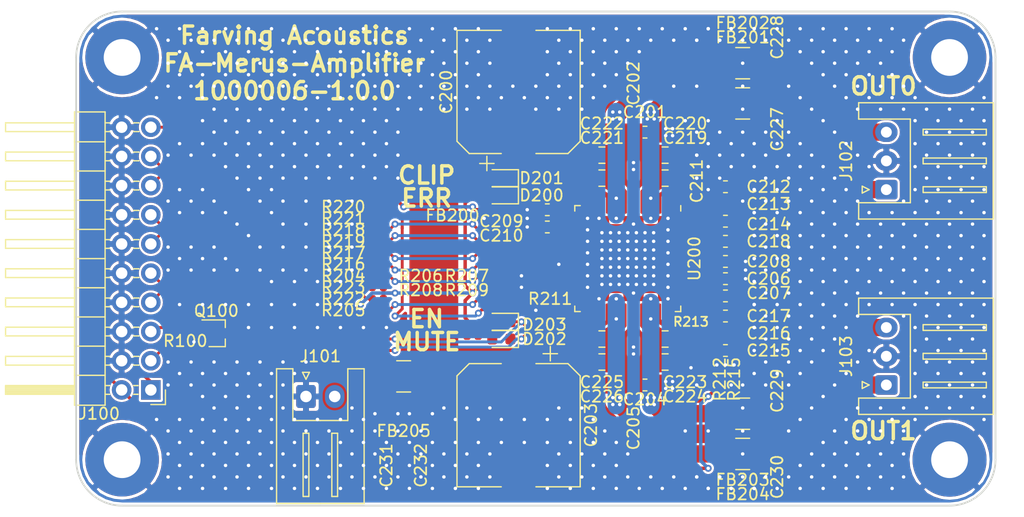
<source format=kicad_pcb>
(kicad_pcb (version 20171130) (host pcbnew "(5.1.2)-1")
  (layers (0 F.Cu signal) (31 B.Cu signal) (34 B.Paste user) (35 F.Paste user) (36 B.SilkS user) (37 F.SilkS user) (38 B.Mask user) (39 F.Mask user) (44 Edge.Cuts user))
  (net 0 "")
  (net 1 AVSS)
  (net 2 +5V)
  (net 3 "Net-(C207-Pad1)")
  (net 4 "Net-(C208-Pad1)")
  (net 5 "Net-(C210-Pad1)")
  (net 6 "Net-(C211-Pad2)")
  (net 7 "Net-(C211-Pad1)")
  (net 8 "Net-(C212-Pad1)")
  (net 9 "Net-(C214-Pad2)")
  (net 10 "Net-(C215-Pad2)")
  (net 11 "Net-(C217-Pad1)")
  (net 12 "Net-(C218-Pad2)")
  (net 13 "Net-(C218-Pad1)")
  (net 14 "Net-(C219-Pad2)")
  (net 15 "Net-(C219-Pad1)")
  (net 16 "Net-(C221-Pad2)")
  (net 17 "Net-(C221-Pad1)")
  (net 18 "Net-(C223-Pad2)")
  (net 19 "Net-(C223-Pad1)")
  (net 20 "Net-(C225-Pad2)")
  (net 21 "Net-(C225-Pad1)")
  (net 22 /MA120x0P/OUT0A)
  (net 23 /MA120x0P/OUT0B)
  (net 24 /MA120x0P/OUT1A)
  (net 25 /MA120x0P/OUT1B)
  (net 26 "Net-(D200-Pad2)")
  (net 27 "Net-(D201-Pad2)")
  (net 28 "Net-(D202-Pad2)")
  (net 29 "Net-(D203-Pad2)")
  (net 30 "Net-(FB201-Pad2)")
  (net 31 "Net-(FB202-Pad2)")
  (net 32 "Net-(FB203-Pad2)")
  (net 33 "Net-(FB204-Pad2)")
  (net 34 +3V3)
  (net 35 /I2S_BCLK)
  (net 36 /I2S_LRCLK)
  (net 37 /I2S_MCLK)
  (net 38 "Net-(R204-Pad1)")
  (net 39 "Net-(R205-Pad1)")
  (net 40 "Net-(R206-Pad2)")
  (net 41 "Net-(R208-Pad2)")
  (net 42 "Net-(R212-Pad2)")
  (net 43 "Net-(U200-Pad64)")
  (net 44 "Net-(U200-Pad18)")
  (net 45 "Net-(U200-Pad49)")
  (net 46 /MA120x0P/AVDD)
  (net 47 "Net-(R211-Pad1)")
  (net 48 "Net-(R215-Pad1)")
  (net 49 PVDD)
  (net 50 /VIN)
  (net 51 /I2S_SD0)
  (net 52 /I2S_SD1)
  (net 53 /I2C_SCL)
  (net 54 /I2C_SDA)
  (net 55 /nMUTE)
  (net 56 "Net-(R216-Pad1)")
  (net 57 "Net-(R217-Pad1)")
  (net 58 "Net-(R218-Pad1)")
  (net 59 "Net-(R219-Pad1)")
  (net 60 "Net-(R220-Pad1)")
  (net 61 /MA120x0P/nERROR)
  (net 62 /MA120x0P/nCLIP)
  (net 63 /MA120x0P/nENABLE)
  (net 64 /ENABLE)
  (net 65 "Net-(Q100-Pad1)")
  (module Connector_JST:JST_XH_S3B-XH-A_1x03_P2.50mm_Horizontal (layer F.Cu) (at 30.5 11 90)
    (fp_text reference J103 (at 2.5 -3.5 90) (layer F.SilkS))
    (fp_text value JST_XH_S3B-XH-A)
    (pad 3 thru_hole oval (at 5 0 90) (size 1.7 1.95) (drill 0.95) (layers *.Cu *.Mask) (net 24 /MA120x0P/OUT1A))
    (pad 2 thru_hole oval (at 2.5 0 90) (size 1.7 1.95) (drill 0.95) (layers *.Cu *.Mask) (net 1 AVSS))
    (pad 1 thru_hole roundrect (at 0 0 90) (size 1.7 1.95) (drill 0.95) (layers *.Cu *.Mask) (roundrect_rratio 0.147059) (net 25 /MA120x0P/OUT1B))
  )
  (module Connector_JST:JST_XH_S3B-XH-A_1x03_P2.50mm_Horizontal (layer F.Cu) (at 30.5 -6 90)
    (fp_text reference J102 (at 2.5 -3.5 90) (layer F.SilkS))
    (fp_text value JST_XH_S3B-XH-A)
    (pad 3 thru_hole oval (at 5 0 90) (size 1.7 1.95) (drill 0.95) (layers *.Cu *.Mask) (net 23 /MA120x0P/OUT0B))
    (pad 2 thru_hole oval (at 2.5 0 90) (size 1.7 1.95) (drill 0.95) (layers *.Cu *.Mask) (net 1 AVSS))
    (pad 1 thru_hole roundrect (at 0 0 90) (size 1.7 1.95) (drill 0.95) (layers *.Cu *.Mask) (roundrect_rratio 0.147059) (net 22 /MA120x0P/OUT0A))
  )
  (module Connector_JST:JST_XH_S2B-XH-A_1x02_P2.50mm_Horizontal (layer F.Cu) (at -20 12)
    (fp_text reference J101 (at 1.25 -3.5) (layer F.SilkS))
    (fp_text value JST_XH_S2B-XH-A)
    (pad 2 thru_hole oval (at 2.5 0) (size 1.7 2) (drill 1) (layers *.Cu *.Mask) (net 50 /VIN))
    (pad 1 thru_hole roundrect (at 0 0) (size 1.7 2) (drill 1) (layers *.Cu *.Mask) (roundrect_rratio 0.147059) (net 1 AVSS))
  )
  (module Library:PCB_Board_70x43 (layer F.Cu) (at 0 0)
    (fp_text reference PCB100 hide)
    (fp_text value 70x43)
    (fp_arc (start 36 17.5) (end 36 21.5) (angle -90) (layer Edge.Cuts) (width 0.15))
    (fp_arc (start -36 17.5) (end -40 17.5) (angle -90) (layer Edge.Cuts) (width 0.15))
    (fp_arc (start -36 -17.5) (end -36 -21.5) (angle -90) (layer Edge.Cuts) (width 0.15))
    (fp_arc (start 36 -17.5) (end 40 -17.5) (angle -90) (layer Edge.Cuts) (width 0.15))
    (fp_line (start -40 17.5) (end -40 -17.5) (layer Edge.Cuts) (width 0.15))
    (fp_line (start 36 21.5) (end -36 21.5) (layer Edge.Cuts) (width 0.15))
    (fp_line (start 40 -17.5) (end 40 17.5) (layer Edge.Cuts) (width 0.15))
    (fp_line (start -36 -21.5) (end 36 -21.5) (layer Edge.Cuts) (width 0.15))
    (pad 4 thru_hole circle (at 36 -17.5) (size 6.4 6.4) (drill 3.2) (layers *.Cu *.Mask) (net 1 AVSS))
    (pad 3 thru_hole circle (at 36 17.5) (size 6.44 6.44) (drill 3.2) (layers *.Cu *.Mask) (net 1 AVSS))
    (pad 2 thru_hole circle (at -36 17.5) (size 6.4 6.4) (drill 3.2) (layers *.Cu *.Mask) (net 1 AVSS))
    (pad 1 thru_hole circle (at -36 -17.5) (size 6.4 6.4) (drill 3.2) (layers *.Cu *.Mask) (net 1 AVSS))
  )
  (module Inductor_SMD:L_1210_3225Metric (layer F.Cu) (at -11.5 10.25)
    (fp_text reference FB205 (at 0 4.75) (layer F.SilkS))
    (fp_text value BLE32PN300SN1L)
    (pad 2 smd roundrect (at 1.4 0) (size 1.25 2.65) (layers F.Cu F.Paste F.Mask) (roundrect_rratio 0.2) (net 49 PVDD))
    (pad 1 smd roundrect (at -1.4 0) (size 1.25 2.65) (layers F.Cu F.Paste F.Mask) (roundrect_rratio 0.2) (net 50 /VIN))
  )
  (module Resistor_SMD:R_0402_1005Metric (layer F.Cu) (at -30.5 6 180)
    (fp_text reference R100 (at 0 -1.17) (layer F.SilkS))
    (fp_text value 10k)
    (pad 2 smd roundrect (at 0.485 0 180) (size 0.59 0.64) (layers F.Cu F.Paste F.Mask) (net 64 /ENABLE))
    (pad 1 smd roundrect (at -0.485 0 180) (size 0.59 0.64) (layers F.Cu F.Paste F.Mask) (net 65 "Net-(Q100-Pad1)"))
  )
  (module Package_TO_SOT_SMD:SOT-323_SC-70 (layer F.Cu) (at -27.75 6.5)
    (fp_text reference Q100 (at -0.05 -1.95) (layer F.SilkS))
    (fp_text value BC846BW)
    (pad 3 smd rect (at 1 0 270) (size 0.45 0.7) (layers F.Cu F.Paste F.Mask) (net 63 /MA120x0P/nENABLE))
    (pad 2 smd rect (at -1 0.65 270) (size 0.45 0.7) (layers F.Cu F.Paste F.Mask) (net 1 AVSS))
    (pad 1 smd rect (at -1 -0.65 270) (size 0.45 0.7) (layers F.Cu F.Paste F.Mask) (net 65 "Net-(Q100-Pad1)"))
  )
  (module LED_SMD:LED_0603_1608Metric (layer F.Cu) (at -3 7 180)
    (fp_text reference D202 (at -3.75 0) (layer F.SilkS))
    (fp_text value Yellow)
    (pad 2 smd roundrect (at 0.7875 0 180) (size 0.875 0.95) (layers F.Cu F.Paste F.Mask) (net 28 "Net-(D202-Pad2)"))
    (pad 1 smd roundrect (at -0.7875 0 180) (size 0.875 0.95) (layers F.Cu F.Paste F.Mask) (net 55 /nMUTE))
  )
  (module Resistor_SMD:R_0402_1005Metric (layer F.Cu) (at -13.75 2.5 180)
    (fp_text reference R223 (at 3 0) (layer F.SilkS))
    (fp_text value 2.2k)
    (pad 2 smd roundrect (at 0.485 0 180) (size 0.59 0.64) (layers F.Cu F.Paste F.Mask) (net 53 /I2C_SCL))
    (pad 1 smd roundrect (at -0.485 0 180) (size 0.59 0.64) (layers F.Cu F.Paste F.Mask) (net 34 +3V3))
  )
  (module Resistor_SMD:R_0402_1005Metric (layer F.Cu) (at -13.75 -3.5 180)
    (fp_text reference R221 (at 3 0) (layer F.SilkS))
    (fp_text value 0R)
    (pad 2 smd roundrect (at 0.485 0 180) (size 0.59 0.64) (layers F.Cu F.Paste F.Mask) (net 35 /I2S_BCLK))
    (pad 1 smd roundrect (at -0.485 0 180) (size 0.59 0.64) (layers F.Cu F.Paste F.Mask) (net 60 "Net-(R220-Pad1)"))
  )
  (module Resistor_SMD:R_0402_1005Metric (layer F.Cu) (at -13.75 3.5 180)
    (fp_text reference R222 (at 3 0) (layer F.SilkS))
    (fp_text value 2.2k)
    (pad 2 smd roundrect (at 0.485 0 180) (size 0.59 0.64) (layers F.Cu F.Paste F.Mask) (net 54 /I2C_SDA))
    (pad 1 smd roundrect (at -0.485 0 180) (size 0.59 0.64) (layers F.Cu F.Paste F.Mask) (net 34 +3V3))
  )
  (module Resistor_SMD:R_0402_1005Metric (layer F.Cu) (at -13.75 -4.5 180)
    (fp_text reference R220 (at 3 0) (layer F.SilkS))
    (fp_text value 0R)
    (pad 2 smd roundrect (at 0.485 0 180) (size 0.59 0.64) (layers F.Cu F.Paste F.Mask) (net 37 /I2S_MCLK))
    (pad 1 smd roundrect (at -0.485 0 180) (size 0.59 0.64) (layers F.Cu F.Paste F.Mask) (net 60 "Net-(R220-Pad1)"))
  )
  (module Resistor_SMD:R_0402_1005Metric (layer F.Cu) (at -13.75 -1.5 180)
    (fp_text reference R219 (at 3 0) (layer F.SilkS))
    (fp_text value 0R)
    (pad 2 smd roundrect (at 0.485 0 180) (size 0.59 0.64) (layers F.Cu F.Paste F.Mask) (net 36 /I2S_LRCLK))
    (pad 1 smd roundrect (at -0.485 0 180) (size 0.59 0.64) (layers F.Cu F.Paste F.Mask) (net 59 "Net-(R219-Pad1)"))
  )
  (module Resistor_SMD:R_0402_1005Metric (layer F.Cu) (at -13.75 -2.5 180)
    (fp_text reference R218 (at 3 0) (layer F.SilkS))
    (fp_text value 0R)
    (pad 2 smd roundrect (at 0.485 0 180) (size 0.59 0.64) (layers F.Cu F.Paste F.Mask) (net 35 /I2S_BCLK))
    (pad 1 smd roundrect (at -0.485 0 180) (size 0.59 0.64) (layers F.Cu F.Paste F.Mask) (net 58 "Net-(R218-Pad1)"))
  )
  (module Resistor_SMD:R_0402_1005Metric (layer F.Cu) (at -13.75 -0.5 180)
    (fp_text reference R217 (at 3 0) (layer F.SilkS))
    (fp_text value 0R)
    (pad 2 smd roundrect (at 0.485 0 180) (size 0.59 0.64) (layers F.Cu F.Paste F.Mask) (net 51 /I2S_SD0))
    (pad 1 smd roundrect (at -0.485 0 180) (size 0.59 0.64) (layers F.Cu F.Paste F.Mask) (net 57 "Net-(R217-Pad1)"))
  )
  (module Resistor_SMD:R_0402_1005Metric (layer F.Cu) (at -13.75 0.5 180)
    (fp_text reference R216 (at 3 0) (layer F.SilkS))
    (fp_text value 0R)
    (pad 2 smd roundrect (at 0.485 0 180) (size 0.59 0.64) (layers F.Cu F.Paste F.Mask) (net 52 /I2S_SD1))
    (pad 1 smd roundrect (at -0.485 0 180) (size 0.59 0.64) (layers F.Cu F.Paste F.Mask) (net 56 "Net-(R216-Pad1)"))
  )
  (module Inductor_SMD:L_1210_3225Metric (layer F.Cu) (at 18 17 180)
    (fp_text reference FB204 (at 0 -3.5) (layer F.SilkS))
    (fp_text value BLE32PN300SN1L)
    (pad 2 smd roundrect (at 1.4 0 180) (size 1.25 2.65) (layers F.Cu F.Paste F.Mask) (roundrect_rratio 0.2) (net 33 "Net-(FB204-Pad2)"))
    (pad 1 smd roundrect (at -1.4 0 180) (size 1.25 2.65) (layers F.Cu F.Paste F.Mask) (roundrect_rratio 0.2) (net 25 /MA120x0P/OUT1B))
  )
  (module Inductor_SMD:L_1210_3225Metric (layer F.Cu) (at 18 13.5 180)
    (fp_text reference FB203 (at 0 -5.75) (layer F.SilkS))
    (fp_text value BLE32PN300SN1L)
    (pad 2 smd roundrect (at 1.4 0 180) (size 1.25 2.65) (layers F.Cu F.Paste F.Mask) (roundrect_rratio 0.2) (net 32 "Net-(FB203-Pad2)"))
    (pad 1 smd roundrect (at -1.4 0 180) (size 1.25 2.65) (layers F.Cu F.Paste F.Mask) (roundrect_rratio 0.2) (net 24 /MA120x0P/OUT1A))
  )
  (module Inductor_SMD:L_1210_3225Metric (layer F.Cu) (at 18 -17 180)
    (fp_text reference FB202 (at 0 3.5) (layer F.SilkS))
    (fp_text value BLE32PN300SN1L)
    (pad 2 smd roundrect (at 1.4 0 180) (size 1.25 2.65) (layers F.Cu F.Paste F.Mask) (roundrect_rratio 0.2) (net 31 "Net-(FB202-Pad2)"))
    (pad 1 smd roundrect (at -1.4 0 180) (size 1.25 2.65) (layers F.Cu F.Paste F.Mask) (roundrect_rratio 0.2) (net 23 /MA120x0P/OUT0B))
  )
  (module Inductor_SMD:L_1210_3225Metric (layer F.Cu) (at 18 -13.5 180)
    (fp_text reference FB201 (at 0 5.75) (layer F.SilkS))
    (fp_text value BLE32PN300SN1L)
    (pad 2 smd roundrect (at 1.4 0 180) (size 1.25 2.65) (layers F.Cu F.Paste F.Mask) (roundrect_rratio 0.2) (net 30 "Net-(FB201-Pad2)"))
    (pad 1 smd roundrect (at -1.4 0 180) (size 1.25 2.65) (layers F.Cu F.Paste F.Mask) (roundrect_rratio 0.2) (net 22 /MA120x0P/OUT0A))
  )
  (module Connector_PinHeader_2.54mm:PinHeader_2x10_P2.54mm_Horizontal (layer F.Cu) (at -33.5 11.43 180)
    (fp_text reference J100 (at 4.5 -2.07) (layer F.SilkS))
    (fp_text value Conn_02x10_Odd_Even)
    (pad 20 thru_hole oval (at 2.54 22.86 180) (size 1.7 1.7) (drill 1) (layers *.Cu *.Mask) (net 1 AVSS))
    (pad 19 thru_hole oval (at 0 22.86 180) (size 1.7 1.7) (drill 1) (layers *.Cu *.Mask) (net 37 /I2S_MCLK))
    (pad 18 thru_hole oval (at 2.54 20.32 180) (size 1.7 1.7) (drill 1) (layers *.Cu *.Mask) (net 1 AVSS))
    (pad 17 thru_hole oval (at 0 20.32 180) (size 1.7 1.7) (drill 1) (layers *.Cu *.Mask) (net 35 /I2S_BCLK))
    (pad 16 thru_hole oval (at 2.54 17.78 180) (size 1.7 1.7) (drill 1) (layers *.Cu *.Mask) (net 1 AVSS))
    (pad 15 thru_hole oval (at 0 17.78 180) (size 1.7 1.7) (drill 1) (layers *.Cu *.Mask) (net 36 /I2S_LRCLK))
    (pad 14 thru_hole oval (at 2.54 15.24 180) (size 1.7 1.7) (drill 1) (layers *.Cu *.Mask) (net 1 AVSS))
    (pad 13 thru_hole oval (at 0 15.24 180) (size 1.7 1.7) (drill 1) (layers *.Cu *.Mask) (net 51 /I2S_SD0))
    (pad 12 thru_hole oval (at 2.54 12.7 180) (size 1.7 1.7) (drill 1) (layers *.Cu *.Mask) (net 1 AVSS))
    (pad 11 thru_hole oval (at 0 12.7 180) (size 1.7 1.7) (drill 1) (layers *.Cu *.Mask) (net 52 /I2S_SD1))
    (pad 10 thru_hole oval (at 2.54 10.16 180) (size 1.7 1.7) (drill 1) (layers *.Cu *.Mask) (net 1 AVSS))
    (pad 9 thru_hole oval (at 0 10.16 180) (size 1.7 1.7) (drill 1) (layers *.Cu *.Mask) (net 53 /I2C_SCL))
    (pad 8 thru_hole oval (at 2.54 7.62 180) (size 1.7 1.7) (drill 1) (layers *.Cu *.Mask) (net 1 AVSS))
    (pad 7 thru_hole oval (at 0 7.62 180) (size 1.7 1.7) (drill 1) (layers *.Cu *.Mask) (net 54 /I2C_SDA))
    (pad 6 thru_hole oval (at 2.54 5.08 180) (size 1.7 1.7) (drill 1) (layers *.Cu *.Mask) (net 1 AVSS))
    (pad 5 thru_hole oval (at 0 5.08 180) (size 1.7 1.7) (drill 1) (layers *.Cu *.Mask) (net 64 /ENABLE))
    (pad 4 thru_hole oval (at 2.54 2.54 180) (size 1.7 1.7) (drill 1) (layers *.Cu *.Mask) (net 1 AVSS))
    (pad 3 thru_hole oval (at 0 2.54 180) (size 1.7 1.7) (drill 1) (layers *.Cu *.Mask) (net 55 /nMUTE))
    (pad 2 thru_hole oval (at 2.54 0 180) (size 1.7 1.7) (drill 1) (layers *.Cu *.Mask) (net 2 +5V))
    (pad 1 thru_hole rect (at 0 0 180) (size 1.7 1.7) (drill 1) (layers *.Cu *.Mask) (net 34 +3V3))
  )
  (module Capacitor_SMD:CP_Elec_10x12.5 (layer F.Cu) (at -1.5 14.5 270)
    (fp_text reference C203 (at 0 -6.3 90) (layer F.SilkS))
    (fp_text value 470u)
    (pad 2 smd roundrect (at 4.2 0 270) (size 4.4 2.5) (layers F.Cu F.Paste F.Mask) (roundrect_rratio 0.1) (net 1 AVSS))
    (pad 1 smd roundrect (at -4.2 0 270) (size 4.4 2.5) (layers F.Cu F.Paste F.Mask) (roundrect_rratio 0.1) (net 49 PVDD))
  )
  (module Capacitor_SMD:C_0402_1005Metric (layer F.Cu) (at -10 13 270)
    (fp_text reference C232 (at 5 0 90) (layer F.SilkS))
    (fp_text value 22n)
    (pad 2 smd roundrect (at 0.485 0 270) (size 0.59 0.64) (layers F.Cu F.Paste F.Mask) (net 1 AVSS))
    (pad 1 smd roundrect (at -0.485 0 270) (size 0.59 0.64) (layers F.Cu F.Paste F.Mask) (net 49 PVDD))
  )
  (module Capacitor_SMD:C_0402_1005Metric (layer F.Cu) (at -13 13 270)
    (fp_text reference C231 (at 5 0 90) (layer F.SilkS))
    (fp_text value 22n)
    (pad 2 smd roundrect (at 0.485 0 270) (size 0.59 0.64) (layers F.Cu F.Paste F.Mask) (net 1 AVSS))
    (pad 1 smd roundrect (at -0.485 0 270) (size 0.59 0.64) (layers F.Cu F.Paste F.Mask) (net 50 /VIN))
  )
  (module Capacitor_SMD:C_0603_1608Metric (layer F.Cu) (at 16.5 -1.5)
    (fp_text reference C218 (at 3.75 0) (layer F.SilkS))
    (fp_text value 1u)
    (pad 2 smd roundrect (at 0.7875 0) (size 0.875 0.95) (layers F.Cu F.Paste F.Mask) (net 12 "Net-(C218-Pad2)"))
    (pad 1 smd roundrect (at -0.7875 0) (size 0.875 0.95) (layers F.Cu F.Paste F.Mask) (net 13 "Net-(C218-Pad1)"))
  )
  (module Capacitor_SMD:C_0603_1608Metric (layer F.Cu) (at 16.5 5)
    (fp_text reference C217 (at 3.75 0) (layer F.SilkS))
    (fp_text value 1u)
    (pad 2 smd roundrect (at 0.7875 0) (size 0.875 0.95) (layers F.Cu F.Paste F.Mask) (net 10 "Net-(C215-Pad2)"))
    (pad 1 smd roundrect (at -0.7875 0) (size 0.875 0.95) (layers F.Cu F.Paste F.Mask) (net 11 "Net-(C217-Pad1)"))
  )
  (module Capacitor_SMD:C_0603_1608Metric (layer F.Cu) (at 16.5 -3.25)
    (fp_text reference C214 (at 3.75 0.25) (layer F.SilkS))
    (fp_text value 1u)
    (pad 2 smd roundrect (at 0.7875 0) (size 0.875 0.95) (layers F.Cu F.Paste F.Mask) (net 9 "Net-(C214-Pad2)"))
    (pad 1 smd roundrect (at -0.7875 0) (size 0.875 0.95) (layers F.Cu F.Paste F.Mask) (net 8 "Net-(C212-Pad1)"))
  )
  (module Capacitor_SMD:C_0603_1608Metric (layer F.Cu) (at 1 -2.75 180)
    (fp_text reference C210 (at 4 -0.75) (layer F.SilkS))
    (fp_text value 1u)
    (pad 2 smd roundrect (at 0.7875 0 180) (size 0.875 0.95) (layers F.Cu F.Paste F.Mask) (net 1 AVSS))
    (pad 1 smd roundrect (at -0.7875 0 180) (size 0.875 0.95) (layers F.Cu F.Paste F.Mask) (net 5 "Net-(C210-Pad1)"))
  )
  (module Capacitor_SMD:C_0603_1608Metric (layer F.Cu) (at 1 -4.25 180)
    (fp_text reference C209 (at 4 -1) (layer F.SilkS))
    (fp_text value 1u)
    (pad 2 smd roundrect (at 0.7875 0 180) (size 0.875 0.95) (layers F.Cu F.Paste F.Mask) (net 1 AVSS))
    (pad 1 smd roundrect (at -0.7875 0 180) (size 0.875 0.95) (layers F.Cu F.Paste F.Mask) (net 46 /MA120x0P/AVDD))
  )
  (module Capacitor_SMD:C_0603_1608Metric (layer F.Cu) (at 16.5 0.25)
    (fp_text reference C208 (at 3.75 0) (layer F.SilkS))
    (fp_text value 1u)
    (pad 2 smd roundrect (at 0.7875 0) (size 0.875 0.95) (layers F.Cu F.Paste F.Mask) (net 1 AVSS))
    (pad 1 smd roundrect (at -0.7875 0) (size 0.875 0.95) (layers F.Cu F.Paste F.Mask) (net 4 "Net-(C208-Pad1)"))
  )
  (module Capacitor_SMD:C_0603_1608Metric (layer F.Cu) (at 16.5 3.25)
    (fp_text reference C207 (at 3.75 -0.25) (layer F.SilkS))
    (fp_text value 1u)
    (pad 2 smd roundrect (at 0.7875 0) (size 0.875 0.95) (layers F.Cu F.Paste F.Mask) (net 2 +5V))
    (pad 1 smd roundrect (at -0.7875 0) (size 0.875 0.95) (layers F.Cu F.Paste F.Mask) (net 3 "Net-(C207-Pad1)"))
  )
  (module Capacitor_SMD:C_0603_1608Metric (layer F.Cu) (at 16.5 1.75 180)
    (fp_text reference C206 (at -3.75 0) (layer F.SilkS))
    (fp_text value 1u)
    (pad 2 smd roundrect (at 0.7875 0 180) (size 0.875 0.95) (layers F.Cu F.Paste F.Mask) (net 2 +5V))
    (pad 1 smd roundrect (at -0.7875 0 180) (size 0.875 0.95) (layers F.Cu F.Paste F.Mask) (net 1 AVSS))
  )
  (module Capacitor_SMD:CP_Elec_10x12.5 (layer F.Cu) (at -1.5 -14.5 90)
    (fp_text reference C200 (at 0 -6.3 90) (layer F.SilkS))
    (fp_text value 470u)
    (pad 2 smd roundrect (at 4.2 0 90) (size 4.4 2.5) (layers F.Cu F.Paste F.Mask) (roundrect_rratio 0.1) (net 1 AVSS))
    (pad 1 smd roundrect (at -4.2 0 90) (size 4.4 2.5) (layers F.Cu F.Paste F.Mask) (roundrect_rratio 0.1) (net 49 PVDD))
  )
  (module Package_DFN_QFN:QFN-64-1EP_9x9mm_P0.5mm_EP5.4x5.4mm (layer F.Cu) (at 8 0 270)
    (fp_text reference U200 (at 0 -5.8 90) (layer F.SilkS))
    (fp_text value MA120x0P)
    (pad 64 smd roundrect (at -3.75 -4.4375 270) (size 0.25 0.825) (layers F.Cu F.Paste F.Mask) (net 43 "Net-(U200-Pad64)"))
    (pad 63 smd roundrect (at -3.25 -4.4375 270) (size 0.25 0.825) (layers F.Cu F.Paste F.Mask) (net 7 "Net-(C211-Pad1)"))
    (pad 62 smd roundrect (at -2.75 -4.4375 270) (size 0.25 0.825) (layers F.Cu F.Paste F.Mask) (net 6 "Net-(C211-Pad2)"))
    (pad 61 smd roundrect (at -2.25 -4.4375 270) (size 0.25 0.825) (layers F.Cu F.Paste F.Mask) (net 8 "Net-(C212-Pad1)"))
    (pad 60 smd roundrect (at -1.75 -4.4375 270) (size 0.25 0.825) (layers F.Cu F.Paste F.Mask) (net 9 "Net-(C214-Pad2)"))
    (pad 59 smd roundrect (at -1.25 -4.4375 270) (size 0.25 0.825) (layers F.Cu F.Paste F.Mask) (net 1 AVSS))
    (pad 58 smd roundrect (at -0.75 -4.4375 270) (size 0.25 0.825) (layers F.Cu F.Paste F.Mask) (net 13 "Net-(C218-Pad1)"))
    (pad 57 smd roundrect (at -0.25 -4.4375 270) (size 0.25 0.825) (layers F.Cu F.Paste F.Mask) (net 12 "Net-(C218-Pad2)"))
    (pad 56 smd roundrect (at 0.25 -4.4375 270) (size 0.25 0.825) (layers F.Cu F.Paste F.Mask) (net 4 "Net-(C208-Pad1)"))
    (pad 55 smd roundrect (at 0.75 -4.4375 270) (size 0.25 0.825) (layers F.Cu F.Paste F.Mask) (net 2 +5V))
    (pad 54 smd roundrect (at 1.25 -4.4375 270) (size 0.25 0.825) (layers F.Cu F.Paste F.Mask) (net 3 "Net-(C207-Pad1)"))
    (pad 53 smd roundrect (at 1.75 -4.4375 270) (size 0.25 0.825) (layers F.Cu F.Paste F.Mask) (net 10 "Net-(C215-Pad2)"))
    (pad 52 smd roundrect (at 2.25 -4.4375 270) (size 0.25 0.825) (layers F.Cu F.Paste F.Mask) (net 11 "Net-(C217-Pad1)"))
    (pad 51 smd roundrect (at 2.75 -4.4375 270) (size 0.25 0.825) (layers F.Cu F.Paste F.Mask) (net 42 "Net-(R212-Pad2)"))
    (pad 50 smd roundrect (at 3.25 -4.4375 270) (size 0.25 0.825) (layers F.Cu F.Paste F.Mask) (net 48 "Net-(R215-Pad1)"))
    (pad 49 smd roundrect (at 3.75 -4.4375 270) (size 0.25 0.825) (layers F.Cu F.Paste F.Mask) (net 45 "Net-(U200-Pad49)"))
    (pad 48 smd roundrect (at 4.4375 -3.75 270) (size 0.825 0.25) (layers F.Cu F.Paste F.Mask) (net 1 AVSS))
    (pad 47 smd roundrect (at 4.4375 -3.25 270) (size 0.825 0.25) (layers F.Cu F.Paste F.Mask) (net 1 AVSS))
    (pad 46 smd roundrect (at 4.4375 -2.75 270) (size 0.825 0.25) (layers F.Cu F.Paste F.Mask) (net 18 "Net-(C223-Pad2)"))
    (pad 45 smd roundrect (at 4.4375 -2.25 270) (size 0.825 0.25) (layers F.Cu F.Paste F.Mask) (net 32 "Net-(FB203-Pad2)"))
    (pad 44 smd roundrect (at 4.4375 -1.75 270) (size 0.825 0.25) (layers F.Cu F.Paste F.Mask) (net 32 "Net-(FB203-Pad2)"))
    (pad 43 smd roundrect (at 4.4375 -1.25 270) (size 0.825 0.25) (layers F.Cu F.Paste F.Mask) (net 19 "Net-(C223-Pad1)"))
    (pad 42 smd roundrect (at 4.4375 -0.75 270) (size 0.825 0.25) (layers F.Cu F.Paste F.Mask) (net 49 PVDD))
    (pad 41 smd roundrect (at 4.4375 -0.25 270) (size 0.825 0.25) (layers F.Cu F.Paste F.Mask) (net 49 PVDD))
    (pad 40 smd roundrect (at 4.4375 0.25 270) (size 0.825 0.25) (layers F.Cu F.Paste F.Mask) (net 20 "Net-(C225-Pad2)"))
    (pad 39 smd roundrect (at 4.4375 0.75 270) (size 0.825 0.25) (layers F.Cu F.Paste F.Mask) (net 33 "Net-(FB204-Pad2)"))
    (pad 38 smd roundrect (at 4.4375 1.25 270) (size 0.825 0.25) (layers F.Cu F.Paste F.Mask) (net 33 "Net-(FB204-Pad2)"))
    (pad 37 smd roundrect (at 4.4375 1.75 270) (size 0.825 0.25) (layers F.Cu F.Paste F.Mask) (net 21 "Net-(C225-Pad1)"))
    (pad 36 smd roundrect (at 4.4375 2.25 270) (size 0.825 0.25) (layers F.Cu F.Paste F.Mask) (net 1 AVSS))
    (pad 35 smd roundrect (at 4.4375 2.75 270) (size 0.825 0.25) (layers F.Cu F.Paste F.Mask) (net 1 AVSS))
    (pad 34 smd roundrect (at 4.4375 3.25 270) (size 0.825 0.25) (layers F.Cu F.Paste F.Mask) (net 55 /nMUTE))
    (pad 33 smd roundrect (at 4.4375 3.75 270) (size 0.825 0.25) (layers F.Cu F.Paste F.Mask) (net 63 /MA120x0P/nENABLE))
    (pad 32 smd roundrect (at 3.75 4.4375 270) (size 0.25 0.825) (layers F.Cu F.Paste F.Mask) (net 60 "Net-(R220-Pad1)"))
    (pad 31 smd roundrect (at 3.25 4.4375 270) (size 0.25 0.825) (layers F.Cu F.Paste F.Mask) (net 47 "Net-(R211-Pad1)"))
    (pad 30 smd roundrect (at 2.75 4.4375 270) (size 0.25 0.825) (layers F.Cu F.Paste F.Mask) (net 39 "Net-(R205-Pad1)"))
    (pad 29 smd roundrect (at 2.25 4.4375 270) (size 0.25 0.825) (layers F.Cu F.Paste F.Mask) (net 41 "Net-(R208-Pad2)"))
    (pad 28 smd roundrect (at 1.75 4.4375 270) (size 0.25 0.825) (layers F.Cu F.Paste F.Mask) (net 40 "Net-(R206-Pad2)"))
    (pad 27 smd roundrect (at 1.25 4.4375 270) (size 0.25 0.825) (layers F.Cu F.Paste F.Mask) (net 38 "Net-(R204-Pad1)"))
    (pad 26 smd roundrect (at 0.75 4.4375 270) (size 0.25 0.825) (layers F.Cu F.Paste F.Mask) (net 1 AVSS))
    (pad 25 smd roundrect (at 0.25 4.4375 270) (size 0.25 0.825) (layers F.Cu F.Paste F.Mask) (net 1 AVSS))
    (pad 24 smd roundrect (at -0.25 4.4375 270) (size 0.25 0.825) (layers F.Cu F.Paste F.Mask) (net 56 "Net-(R216-Pad1)"))
    (pad 23 smd roundrect (at -0.75 4.4375 270) (size 0.25 0.825) (layers F.Cu F.Paste F.Mask) (net 57 "Net-(R217-Pad1)"))
    (pad 22 smd roundrect (at -1.25 4.4375 270) (size 0.25 0.825) (layers F.Cu F.Paste F.Mask) (net 59 "Net-(R219-Pad1)"))
    (pad 21 smd roundrect (at -1.75 4.4375 270) (size 0.25 0.825) (layers F.Cu F.Paste F.Mask) (net 58 "Net-(R218-Pad1)"))
    (pad 20 smd roundrect (at -2.25 4.4375 270) (size 0.25 0.825) (layers F.Cu F.Paste F.Mask) (net 5 "Net-(C210-Pad1)"))
    (pad 19 smd roundrect (at -2.75 4.4375 270) (size 0.25 0.825) (layers F.Cu F.Paste F.Mask) (net 1 AVSS))
    (pad 18 smd roundrect (at -3.25 4.4375 270) (size 0.25 0.825) (layers F.Cu F.Paste F.Mask) (net 44 "Net-(U200-Pad18)"))
    (pad 17 smd roundrect (at -3.75 4.4375 270) (size 0.25 0.825) (layers F.Cu F.Paste F.Mask) (net 46 /MA120x0P/AVDD))
    (pad 16 smd roundrect (at -4.4375 3.75 270) (size 0.825 0.25) (layers F.Cu F.Paste F.Mask) (net 61 /MA120x0P/nERROR))
    (pad 15 smd roundrect (at -4.4375 3.25 270) (size 0.825 0.25) (layers F.Cu F.Paste F.Mask) (net 62 /MA120x0P/nCLIP))
    (pad 14 smd roundrect (at -4.4375 2.75 270) (size 0.825 0.25) (layers F.Cu F.Paste F.Mask) (net 1 AVSS))
    (pad 13 smd roundrect (at -4.4375 2.25 270) (size 0.825 0.25) (layers F.Cu F.Paste F.Mask) (net 1 AVSS))
    (pad 12 smd roundrect (at -4.4375 1.75 270) (size 0.825 0.25) (layers F.Cu F.Paste F.Mask) (net 16 "Net-(C221-Pad2)"))
    (pad 11 smd roundrect (at -4.4375 1.25 270) (size 0.825 0.25) (layers F.Cu F.Paste F.Mask) (net 31 "Net-(FB202-Pad2)"))
    (pad 10 smd roundrect (at -4.4375 0.75 270) (size 0.825 0.25) (layers F.Cu F.Paste F.Mask) (net 31 "Net-(FB202-Pad2)"))
    (pad 9 smd roundrect (at -4.4375 0.25 270) (size 0.825 0.25) (layers F.Cu F.Paste F.Mask) (net 17 "Net-(C221-Pad1)"))
    (pad 8 smd roundrect (at -4.4375 -0.25 270) (size 0.825 0.25) (layers F.Cu F.Paste F.Mask) (net 49 PVDD))
    (pad 7 smd roundrect (at -4.4375 -0.75 270) (size 0.825 0.25) (layers F.Cu F.Paste F.Mask) (net 49 PVDD))
    (pad 6 smd roundrect (at -4.4375 -1.25 270) (size 0.825 0.25) (layers F.Cu F.Paste F.Mask) (net 15 "Net-(C219-Pad1)"))
    (pad 5 smd roundrect (at -4.4375 -1.75 270) (size 0.825 0.25) (layers F.Cu F.Paste F.Mask) (net 30 "Net-(FB201-Pad2)"))
    (pad 4 smd roundrect (at -4.4375 -2.25 270) (size 0.825 0.25) (layers F.Cu F.Paste F.Mask) (net 30 "Net-(FB201-Pad2)"))
    (pad 3 smd roundrect (at -4.4375 -2.75 270) (size 0.825 0.25) (layers F.Cu F.Paste F.Mask) (net 14 "Net-(C219-Pad2)"))
    (pad 2 smd roundrect (at -4.4375 -3.25 270) (size 0.825 0.25) (layers F.Cu F.Paste F.Mask) (net 1 AVSS))
    (pad 1 smd roundrect (at -4.4375 -3.75 270) (size 0.825 0.25) (layers F.Cu F.Paste F.Mask) (net 1 AVSS))
    (pad 65 smd roundrect (at 0 0 270) (size 5.4 5.4) (layers F.Cu F.Mask) (roundrect_rratio 0.046296) (net 1 AVSS))
  )
  (module Resistor_SMD:R_0402_1005Metric (layer F.Cu) (at 13.5 8 270)
    (fp_text reference R215 (at 2.5 -3.75 90) (layer F.SilkS))
    (fp_text value 0R)
    (pad 2 smd roundrect (at 0.485 0 270) (size 0.59 0.64) (layers F.Cu F.Paste F.Mask) (net 1 AVSS))
    (pad 1 smd roundrect (at -0.485 0 270) (size 0.59 0.64) (layers F.Cu F.Paste F.Mask) (net 48 "Net-(R215-Pad1)"))
  )
  (module Resistor_SMD:R_0402_1005Metric (layer F.Cu) (at 14.5 6.5)
    (fp_text reference R213 (at -1 -1) (layer F.SilkS) (effects (font (size 0.8 0.8))))
    (fp_text value 0R)
    (pad 2 smd roundrect (at 0.485 0) (size 0.59 0.64) (layers F.Cu F.Paste F.Mask) (net 1 AVSS))
    (pad 1 smd roundrect (at -0.485 0) (size 0.59 0.64) (layers F.Cu F.Paste F.Mask) (net 42 "Net-(R212-Pad2)"))
  )
  (module Resistor_SMD:R_0402_1005Metric (layer F.Cu) (at 14.5 8 90)
    (fp_text reference R212 (at -2.5 1.5 90) (layer F.SilkS))
    (fp_text value 0R)
    (pad 2 smd roundrect (at 0.485 0 90) (size 0.59 0.64) (layers F.Cu F.Paste F.Mask) (net 42 "Net-(R212-Pad2)"))
    (pad 1 smd roundrect (at -0.485 0 90) (size 0.59 0.64) (layers F.Cu F.Paste F.Mask) (net 2 +5V))
  )
  (module Resistor_SMD:R_0402_1005Metric (layer F.Cu) (at 1.25 4.5 180)
    (fp_text reference R211 (at 0 1) (layer F.SilkS))
    (fp_text value 0R)
    (pad 2 smd roundrect (at 0.485 0 180) (size 0.59 0.64) (layers F.Cu F.Paste F.Mask) (net 1 AVSS))
    (pad 1 smd roundrect (at -0.485 0 180) (size 0.59 0.64) (layers F.Cu F.Paste F.Mask) (net 47 "Net-(R211-Pad1)"))
  )
  (module Resistor_SMD:R_0402_1005Metric (layer F.Cu) (at 0 2.5 180)
    (fp_text reference R209 (at 6 -0.25) (layer F.SilkS))
    (fp_text value 0R)
    (pad 2 smd roundrect (at 0.485 0 180) (size 0.59 0.64) (layers F.Cu F.Paste F.Mask) (net 1 AVSS))
    (pad 1 smd roundrect (at -0.485 0 180) (size 0.59 0.64) (layers F.Cu F.Paste F.Mask) (net 41 "Net-(R208-Pad2)"))
  )
  (module Resistor_SMD:R_0402_1005Metric (layer F.Cu) (at -3 2.5)
    (fp_text reference R208 (at -7 0.25) (layer F.SilkS))
    (fp_text value 0R)
    (pad 2 smd roundrect (at 0.485 0) (size 0.59 0.64) (layers F.Cu F.Paste F.Mask) (net 41 "Net-(R208-Pad2)"))
    (pad 1 smd roundrect (at -0.485 0) (size 0.59 0.64) (layers F.Cu F.Paste F.Mask) (net 34 +3V3))
  )
  (module Resistor_SMD:R_0402_1005Metric (layer F.Cu) (at 0 1.5 180)
    (fp_text reference R207 (at 6 0) (layer F.SilkS))
    (fp_text value 0R)
    (pad 2 smd roundrect (at 0.485 0 180) (size 0.59 0.64) (layers F.Cu F.Paste F.Mask) (net 1 AVSS))
    (pad 1 smd roundrect (at -0.485 0 180) (size 0.59 0.64) (layers F.Cu F.Paste F.Mask) (net 40 "Net-(R206-Pad2)"))
  )
  (module Resistor_SMD:R_0402_1005Metric (layer F.Cu) (at -3 1.5)
    (fp_text reference R206 (at -7 0) (layer F.SilkS))
    (fp_text value 0R)
    (pad 2 smd roundrect (at 0.485 0) (size 0.59 0.64) (layers F.Cu F.Paste F.Mask) (net 40 "Net-(R206-Pad2)"))
    (pad 1 smd roundrect (at -0.485 0) (size 0.59 0.64) (layers F.Cu F.Paste F.Mask) (net 34 +3V3))
  )
  (module Resistor_SMD:R_0402_1005Metric (layer F.Cu) (at -13.75 4.5 180)
    (fp_text reference R205 (at 3 0) (layer F.SilkS))
    (fp_text value 100R)
    (pad 2 smd roundrect (at 0.485 0 180) (size 0.59 0.64) (layers F.Cu F.Paste F.Mask) (net 54 /I2C_SDA))
    (pad 1 smd roundrect (at -0.485 0 180) (size 0.59 0.64) (layers F.Cu F.Paste F.Mask) (net 39 "Net-(R205-Pad1)"))
  )
  (module Resistor_SMD:R_0402_1005Metric (layer F.Cu) (at -13.75 1.5 180)
    (fp_text reference R204 (at 3 0) (layer F.SilkS))
    (fp_text value 100R)
    (pad 2 smd roundrect (at 0.485 0 180) (size 0.59 0.64) (layers F.Cu F.Paste F.Mask) (net 53 /I2C_SCL))
    (pad 1 smd roundrect (at -0.485 0 180) (size 0.59 0.64) (layers F.Cu F.Paste F.Mask) (net 38 "Net-(R204-Pad1)"))
  )
  (module Resistor_SMD:R_0402_1005Metric (layer F.Cu) (at -5.5 5.75)
    (fp_text reference R203 hide)
    (fp_text value 100R)
    (pad 2 smd roundrect (at 0.485 0) (size 0.59 0.64) (layers F.Cu F.Paste F.Mask) (net 29 "Net-(D203-Pad2)"))
    (pad 1 smd roundrect (at -0.485 0) (size 0.59 0.64) (layers F.Cu F.Paste F.Mask) (net 34 +3V3))
  )
  (module Resistor_SMD:R_0402_1005Metric (layer F.Cu) (at -5.5 6.75)
    (fp_text reference R202 hide)
    (fp_text value 100R)
    (pad 2 smd roundrect (at 0.485 0) (size 0.59 0.64) (layers F.Cu F.Paste F.Mask) (net 28 "Net-(D202-Pad2)"))
    (pad 1 smd roundrect (at -0.485 0) (size 0.59 0.64) (layers F.Cu F.Paste F.Mask) (net 34 +3V3))
  )
  (module Resistor_SMD:R_0402_1005Metric (layer F.Cu) (at -5.5 -6.75)
    (fp_text reference R201 hide)
    (fp_text value 100R)
    (pad 2 smd roundrect (at 0.485 0) (size 0.59 0.64) (layers F.Cu F.Paste F.Mask) (net 27 "Net-(D201-Pad2)"))
    (pad 1 smd roundrect (at -0.485 0) (size 0.59 0.64) (layers F.Cu F.Paste F.Mask) (net 34 +3V3))
  )
  (module Resistor_SMD:R_0402_1005Metric (layer F.Cu) (at -5.5 -5.75)
    (fp_text reference R200 hide)
    (fp_text value 100R)
    (pad 2 smd roundrect (at 0.485 0) (size 0.59 0.64) (layers F.Cu F.Paste F.Mask) (net 26 "Net-(D200-Pad2)"))
    (pad 1 smd roundrect (at -0.485 0) (size 0.59 0.64) (layers F.Cu F.Paste F.Mask) (net 34 +3V3))
  )
  (module Inductor_SMD:L_0402_1005Metric (layer F.Cu) (at -3 -4.25 180)
    (fp_text reference FB200 (at 4.25 -0.5) (layer F.SilkS))
    (fp_text value 600R)
    (pad 2 smd roundrect (at 0.485 0 180) (size 0.59 0.64) (layers F.Cu F.Paste F.Mask) (net 2 +5V))
    (pad 1 smd roundrect (at -0.485 0 180) (size 0.59 0.64) (layers F.Cu F.Paste F.Mask) (net 46 /MA120x0P/AVDD))
  )
  (module LED_SMD:LED_0603_1608Metric (layer F.Cu) (at -3 5.5 180)
    (fp_text reference D203 (at -3.75 -0.25) (layer F.SilkS))
    (fp_text value Green)
    (pad 2 smd roundrect (at 0.7875 0 180) (size 0.875 0.95) (layers F.Cu F.Paste F.Mask) (net 29 "Net-(D203-Pad2)"))
    (pad 1 smd roundrect (at -0.7875 0 180) (size 0.875 0.95) (layers F.Cu F.Paste F.Mask) (net 63 /MA120x0P/nENABLE))
  )
  (module LED_SMD:LED_0603_1608Metric (layer F.Cu) (at -3 -7 180)
    (fp_text reference D201 (at -3.5 0) (layer F.SilkS))
    (fp_text value Yellow)
    (pad 2 smd roundrect (at 0.7875 0 180) (size 0.875 0.95) (layers F.Cu F.Paste F.Mask) (net 27 "Net-(D201-Pad2)"))
    (pad 1 smd roundrect (at -0.7875 0 180) (size 0.875 0.95) (layers F.Cu F.Paste F.Mask) (net 62 /MA120x0P/nCLIP))
  )
  (module LED_SMD:LED_0603_1608Metric (layer F.Cu) (at -3 -5.5 180)
    (fp_text reference D200 (at -3.5 0) (layer F.SilkS))
    (fp_text value Red)
    (pad 2 smd roundrect (at 0.7875 0 180) (size 0.875 0.95) (layers F.Cu F.Paste F.Mask) (net 26 "Net-(D200-Pad2)"))
    (pad 1 smd roundrect (at -0.7875 0 180) (size 0.875 0.95) (layers F.Cu F.Paste F.Mask) (net 61 /MA120x0P/nERROR))
  )
  (module Capacitor_SMD:C_0402_1005Metric (layer F.Cu) (at 21 16.25 270)
    (fp_text reference C230 (at 2.75 0 90) (layer F.SilkS))
    (fp_text value 1n)
    (pad 2 smd roundrect (at 0.485 0 270) (size 0.59 0.64) (layers F.Cu F.Paste F.Mask) (net 25 /MA120x0P/OUT1B))
    (pad 1 smd roundrect (at -0.485 0 270) (size 0.59 0.64) (layers F.Cu F.Paste F.Mask) (net 1 AVSS))
  )
  (module Capacitor_SMD:C_0402_1005Metric (layer F.Cu) (at 21 14.25 270)
    (fp_text reference C229 (at -2.75 0 90) (layer F.SilkS))
    (fp_text value 1n)
    (pad 2 smd roundrect (at 0.485 0 270) (size 0.59 0.64) (layers F.Cu F.Paste F.Mask) (net 1 AVSS))
    (pad 1 smd roundrect (at -0.485 0 270) (size 0.59 0.64) (layers F.Cu F.Paste F.Mask) (net 24 /MA120x0P/OUT1A))
  )
  (module Capacitor_SMD:C_0402_1005Metric (layer F.Cu) (at 21 -16.25 90)
    (fp_text reference C228 (at 3 0 90) (layer F.SilkS))
    (fp_text value 1n)
    (pad 2 smd roundrect (at 0.485 0 90) (size 0.59 0.64) (layers F.Cu F.Paste F.Mask) (net 23 /MA120x0P/OUT0B))
    (pad 1 smd roundrect (at -0.485 0 90) (size 0.59 0.64) (layers F.Cu F.Paste F.Mask) (net 1 AVSS))
  )
  (module Capacitor_SMD:C_0402_1005Metric (layer F.Cu) (at 21 -14.25 90)
    (fp_text reference C227 (at -3 0 90) (layer F.SilkS))
    (fp_text value 1n)
    (pad 2 smd roundrect (at 0.485 0 90) (size 0.59 0.64) (layers F.Cu F.Paste F.Mask) (net 1 AVSS))
    (pad 1 smd roundrect (at -0.485 0 90) (size 0.59 0.64) (layers F.Cu F.Paste F.Mask) (net 22 /MA120x0P/OUT0A))
  )
  (module Capacitor_SMD:C_0805_2012Metric (layer F.Cu) (at 5.75 9)
    (fp_text reference C226 (at 0 3) (layer F.SilkS))
    (fp_text value 10u)
    (pad 2 smd roundrect (at 0.9375 0) (size 0.975 1.4) (layers F.Cu F.Paste F.Mask) (net 20 "Net-(C225-Pad2)"))
    (pad 1 smd roundrect (at -0.9375 0) (size 0.975 1.4) (layers F.Cu F.Paste F.Mask) (net 21 "Net-(C225-Pad1)"))
  )
  (module Capacitor_SMD:C_0805_2012Metric (layer F.Cu) (at 5.75 7)
    (fp_text reference C225 (at 0 3.75) (layer F.SilkS))
    (fp_text value 10u)
    (pad 2 smd roundrect (at 0.9375 0) (size 0.975 1.4) (layers F.Cu F.Paste F.Mask) (net 20 "Net-(C225-Pad2)"))
    (pad 1 smd roundrect (at -0.9375 0) (size 0.975 1.4) (layers F.Cu F.Paste F.Mask) (net 21 "Net-(C225-Pad1)"))
  )
  (module Capacitor_SMD:C_0805_2012Metric (layer F.Cu) (at 11.25 9)
    (fp_text reference C224 (at 1.75 3) (layer F.SilkS))
    (fp_text value 10u)
    (pad 2 smd roundrect (at 0.9375 0) (size 0.975 1.4) (layers F.Cu F.Paste F.Mask) (net 18 "Net-(C223-Pad2)"))
    (pad 1 smd roundrect (at -0.9375 0) (size 0.975 1.4) (layers F.Cu F.Paste F.Mask) (net 19 "Net-(C223-Pad1)"))
  )
  (module Capacitor_SMD:C_0805_2012Metric (layer F.Cu) (at 11.25 7)
    (fp_text reference C223 (at 1.75 3.75) (layer F.SilkS))
    (fp_text value 10u)
    (pad 2 smd roundrect (at 0.9375 0) (size 0.975 1.4) (layers F.Cu F.Paste F.Mask) (net 18 "Net-(C223-Pad2)"))
    (pad 1 smd roundrect (at -0.9375 0) (size 0.975 1.4) (layers F.Cu F.Paste F.Mask) (net 19 "Net-(C223-Pad1)"))
  )
  (module Capacitor_SMD:C_0805_2012Metric (layer F.Cu) (at 5.75 -9 180)
    (fp_text reference C222 (at 0 2.75) (layer F.SilkS))
    (fp_text value 10u)
    (pad 2 smd roundrect (at 0.9375 0 180) (size 0.975 1.4) (layers F.Cu F.Paste F.Mask) (net 16 "Net-(C221-Pad2)"))
    (pad 1 smd roundrect (at -0.9375 0 180) (size 0.975 1.4) (layers F.Cu F.Paste F.Mask) (net 17 "Net-(C221-Pad1)"))
  )
  (module Capacitor_SMD:C_0805_2012Metric (layer F.Cu) (at 5.75 -7 180)
    (fp_text reference C221 (at 0 3.5) (layer F.SilkS))
    (fp_text value 10u)
    (pad 2 smd roundrect (at 0.9375 0 180) (size 0.975 1.4) (layers F.Cu F.Paste F.Mask) (net 16 "Net-(C221-Pad2)"))
    (pad 1 smd roundrect (at -0.9375 0 180) (size 0.975 1.4) (layers F.Cu F.Paste F.Mask) (net 17 "Net-(C221-Pad1)"))
  )
  (module Capacitor_SMD:C_0805_2012Metric (layer F.Cu) (at 11.25 -9)
    (fp_text reference C220 (at 1.75 -2.75) (layer F.SilkS))
    (fp_text value 10u)
    (pad 2 smd roundrect (at 0.9375 0) (size 0.975 1.4) (layers F.Cu F.Paste F.Mask) (net 14 "Net-(C219-Pad2)"))
    (pad 1 smd roundrect (at -0.9375 0) (size 0.975 1.4) (layers F.Cu F.Paste F.Mask) (net 15 "Net-(C219-Pad1)"))
  )
  (module Capacitor_SMD:C_0805_2012Metric (layer F.Cu) (at 11.25 -7)
    (fp_text reference C219 (at 1.75 -3.5) (layer F.SilkS))
    (fp_text value 10u)
    (pad 2 smd roundrect (at 0.9375 0) (size 0.975 1.4) (layers F.Cu F.Paste F.Mask) (net 14 "Net-(C219-Pad2)"))
    (pad 1 smd roundrect (at -0.9375 0) (size 0.975 1.4) (layers F.Cu F.Paste F.Mask) (net 15 "Net-(C219-Pad1)"))
  )
  (module Capacitor_SMD:C_0402_1005Metric (layer F.Cu) (at 16.5 6.5)
    (fp_text reference C216 (at 3.75 0) (layer F.SilkS))
    (fp_text value 100n)
    (pad 2 smd roundrect (at 0.485 0) (size 0.59 0.64) (layers F.Cu F.Paste F.Mask) (net 10 "Net-(C215-Pad2)"))
    (pad 1 smd roundrect (at -0.485 0) (size 0.59 0.64) (layers F.Cu F.Paste F.Mask) (net 1 AVSS))
  )
  (module Capacitor_SMD:C_0603_1608Metric (layer F.Cu) (at 16.5 8)
    (fp_text reference C215 (at 3.75 0) (layer F.SilkS))
    (fp_text value 1u)
    (pad 2 smd roundrect (at 0.7875 0) (size 0.875 0.95) (layers F.Cu F.Paste F.Mask) (net 10 "Net-(C215-Pad2)"))
    (pad 1 smd roundrect (at -0.7875 0) (size 0.875 0.95) (layers F.Cu F.Paste F.Mask) (net 1 AVSS))
  )
  (module Capacitor_SMD:C_0402_1005Metric (layer F.Cu) (at 16.5 -4.75 180)
    (fp_text reference C213 (at -3.75 0) (layer F.SilkS))
    (fp_text value 100n)
    (pad 2 smd roundrect (at 0.485 0 180) (size 0.59 0.64) (layers F.Cu F.Paste F.Mask) (net 1 AVSS))
    (pad 1 smd roundrect (at -0.485 0 180) (size 0.59 0.64) (layers F.Cu F.Paste F.Mask) (net 8 "Net-(C212-Pad1)"))
  )
  (module Capacitor_SMD:C_0603_1608Metric (layer F.Cu) (at 16.5 -6.25 180)
    (fp_text reference C212 (at -3.75 0) (layer F.SilkS))
    (fp_text value 1u)
    (pad 2 smd roundrect (at 0.7875 0 180) (size 0.875 0.95) (layers F.Cu F.Paste F.Mask) (net 1 AVSS))
    (pad 1 smd roundrect (at -0.7875 0 180) (size 0.875 0.95) (layers F.Cu F.Paste F.Mask) (net 8 "Net-(C212-Pad1)"))
  )
  (module Capacitor_SMD:C_0402_1005Metric (layer F.Cu) (at 14 -3.75 270)
    (fp_text reference C211 (at -3 0 90) (layer F.SilkS))
    (fp_text value 100n)
    (pad 2 smd roundrect (at 0.485 0 270) (size 0.59 0.64) (layers F.Cu F.Paste F.Mask) (net 6 "Net-(C211-Pad2)"))
    (pad 1 smd roundrect (at -0.485 0 270) (size 0.59 0.64) (layers F.Cu F.Paste F.Mask) (net 7 "Net-(C211-Pad1)"))
  )
  (module Capacitor_SMD:C_0402_1005Metric (layer F.Cu) (at 8.5 6.5 270)
    (fp_text reference C205 (at 8.25 0 90) (layer F.SilkS))
    (fp_text value 100n)
    (pad 2 smd roundrect (at 0.485 0 270) (size 0.59 0.64) (layers F.Cu F.Paste F.Mask) (net 1 AVSS))
    (pad 1 smd roundrect (at -0.485 0 270) (size 0.59 0.64) (layers F.Cu F.Paste F.Mask) (net 49 PVDD))
  )
  (module Capacitor_SMD:C_0603_1608Metric (layer F.Cu) (at 9.5 11)
    (fp_text reference C204 (at 0 1.25) (layer F.SilkS))
    (fp_text value 1u)
    (pad 2 smd roundrect (at 0.7875 0) (size 0.875 0.95) (layers F.Cu F.Paste F.Mask) (net 1 AVSS))
    (pad 1 smd roundrect (at -0.7875 0) (size 0.875 0.95) (layers F.Cu F.Paste F.Mask) (net 49 PVDD))
  )
  (module Capacitor_SMD:C_0402_1005Metric (layer F.Cu) (at 8.5 -6.5 90)
    (fp_text reference C202 (at 8.75 0 90) (layer F.SilkS))
    (fp_text value 100n)
    (pad 2 smd roundrect (at 0.485 0 90) (size 0.59 0.64) (layers F.Cu F.Paste F.Mask) (net 1 AVSS))
    (pad 1 smd roundrect (at -0.485 0 90) (size 0.59 0.64) (layers F.Cu F.Paste F.Mask) (net 49 PVDD))
  )
  (module Capacitor_SMD:C_0603_1608Metric (layer F.Cu) (at 9.5 -11)
    (fp_text reference C201 (at 0 -1.75) (layer F.SilkS))
    (fp_text value 1u)
    (pad 2 smd roundrect (at 0.7875 0) (size 0.875 0.95) (layers F.Cu F.Paste F.Mask) (net 1 AVSS))
    (pad 1 smd roundrect (at -0.7875 0) (size 0.875 0.95) (layers F.Cu F.Paste F.Mask) (net 49 PVDD))
  )
  (gr_text "Farving Acoustics\nFA-Merus-Amplifier\n1000006-1.0.0" (at -21 -17) (layer F.SilkS) (effects (font (size 1.5 1.5) (thickness 0.3))))
  (gr_text OUT1 (at 30.25 15) (layer F.SilkS) (effects (font (size 1.5 1.5) (thickness 0.3))))
  (gr_text OUT0 (at 30.25 -15) (layer F.SilkS) (effects (font (size 1.5 1.5) (thickness 0.3))))
  (gr_text CLIP (at -9.5 -7.25) (layer F.SilkS) (effects (font (size 1.5 1.5) (thickness 0.3))))
  (gr_text ERR (at -9.5 -5.25) (layer F.SilkS) (effects (font (size 1.5 1.5) (thickness 0.3))))
  (gr_text MUTE (at -9.5 7.25) (layer F.SilkS) (effects (font (size 1.5 1.5) (thickness 0.3))))
  (gr_text EN (at -9.5 5.25) (layer F.SilkS) (effects (font (size 1.5 1.5) (thickness 0.3))))
  (via (at -24 11) (size 0.6) (drill 0.3) (layers F.Cu B.Cu) (net 1))
  (via (at 26 -11) (size 0.6) (drill 0.3) (layers F.Cu B.Cu) (net 1))
  (via (at -28 11) (size 0.6) (drill 0.3) (layers F.Cu B.Cu) (net 1))
  (via (at -30 11) (size 0.6) (drill 0.3) (layers F.Cu B.Cu) (net 1))
  (via (at -32 11) (size 0.6) (drill 0.3) (layers F.Cu B.Cu) (net 1))
  (via (at -26 11) (size 0.6) (drill 0.3) (layers F.Cu B.Cu) (net 1))
  (via (at -22 11) (size 0.6) (drill 0.3) (layers F.Cu B.Cu) (net 1))
  (via (at 18 -19) (size 0.6) (drill 0.3) (layers F.Cu B.Cu) (net 1))
  (via (at 4.5 0.5) (size 0.6) (drill 0.3) (layers F.Cu B.Cu) (net 1))
  (via (at 4.5 1.5) (size 0.6) (drill 0.3) (layers F.Cu B.Cu) (net 1))
  (via (at 4.5 -0.5) (size 0.6) (drill 0.3) (layers F.Cu B.Cu) (net 1))
  (via (at 4.5 -1.5) (size 0.6) (drill 0.3) (layers F.Cu B.Cu) (net 1))
  (via (at 4.5 2.5) (size 0.6) (drill 0.3) (layers F.Cu B.Cu) (net 1))
  (via (at -24 15) (size 0.6) (drill 0.3) (layers F.Cu B.Cu) (net 1))
  (via (at -26 15) (size 0.6) (drill 0.3) (layers F.Cu B.Cu) (net 1))
  (via (at -28 15) (size 0.6) (drill 0.3) (layers F.Cu B.Cu) (net 1))
  (via (at -25 14) (size 0.6) (drill 0.3) (layers F.Cu B.Cu) (net 1))
  (via (at -23 14) (size 0.6) (drill 0.3) (layers F.Cu B.Cu) (net 1))
  (via (at 23 -6) (size 0.6) (drill 0.3) (layers F.Cu B.Cu) (net 1))
  (via (at 24 -3) (size 0.6) (drill 0.3) (layers F.Cu B.Cu) (net 1))
  (via (at 23 -4) (size 0.6) (drill 0.3) (layers F.Cu B.Cu) (net 1))
  (via (at 24 -5) (size 0.6) (drill 0.3) (layers F.Cu B.Cu) (net 1))
  (via (at 23 -2) (size 0.6) (drill 0.3) (layers F.Cu B.Cu) (net 1))
  (via (at 24 -1) (size 0.6) (drill 0.3) (layers F.Cu B.Cu) (net 1))
  (via (at 23 0) (size 0.6) (drill 0.3) (layers F.Cu B.Cu) (net 1))
  (via (at 21 -6) (size 0.6) (drill 0.3) (layers F.Cu B.Cu) (net 1))
  (via (at 22 -3) (size 0.6) (drill 0.3) (layers F.Cu B.Cu) (net 1))
  (via (at 21 -4) (size 0.6) (drill 0.3) (layers F.Cu B.Cu) (net 1))
  (via (at 22 -5) (size 0.6) (drill 0.3) (layers F.Cu B.Cu) (net 1))
  (via (at 21 -2) (size 0.6) (drill 0.3) (layers F.Cu B.Cu) (net 1))
  (via (at 22 -1) (size 0.6) (drill 0.3) (layers F.Cu B.Cu) (net 1))
  (via (at 21 0) (size 0.6) (drill 0.3) (layers F.Cu B.Cu) (net 1))
  (via (at 19 -6) (size 0.6) (drill 0.3) (layers F.Cu B.Cu) (net 1))
  (via (at 20 -3) (size 0.6) (drill 0.3) (layers F.Cu B.Cu) (net 1))
  (via (at 19 -4) (size 0.6) (drill 0.3) (layers F.Cu B.Cu) (net 1))
  (via (at 20 -5) (size 0.6) (drill 0.3) (layers F.Cu B.Cu) (net 1))
  (via (at 19 -2) (size 0.6) (drill 0.3) (layers F.Cu B.Cu) (net 1))
  (via (at 20 -1) (size 0.6) (drill 0.3) (layers F.Cu B.Cu) (net 1))
  (via (at 19 0) (size 0.6) (drill 0.3) (layers F.Cu B.Cu) (net 1))
  (via (at 18 -5) (size 0.6) (drill 0.3) (layers F.Cu B.Cu) (net 1))
  (via (at 19 -6) (size 0.6) (drill 0.3) (layers F.Cu B.Cu) (net 1))
  (via (at 19 -4) (size 0.6) (drill 0.3) (layers F.Cu B.Cu) (net 1))
  (via (at 19 -2) (size 0.6) (drill 0.3) (layers F.Cu B.Cu) (net 1))
  (via (at 14 -7) (size 0.6) (drill 0.3) (layers F.Cu B.Cu) (net 1))
  (via (at 14 -9) (size 0.6) (drill 0.3) (layers F.Cu B.Cu) (net 1))
  (via (at 24 3) (size 0.6) (drill 0.3) (layers F.Cu B.Cu) (net 1))
  (via (at 24 5) (size 0.6) (drill 0.3) (layers F.Cu B.Cu) (net 1))
  (via (at 23 6) (size 0.6) (drill 0.3) (layers F.Cu B.Cu) (net 1))
  (via (at 23 2) (size 0.6) (drill 0.3) (layers F.Cu B.Cu) (net 1))
  (via (at 23 4) (size 0.6) (drill 0.3) (layers F.Cu B.Cu) (net 1))
  (via (at 22 3) (size 0.6) (drill 0.3) (layers F.Cu B.Cu) (net 1))
  (via (at 22 5) (size 0.6) (drill 0.3) (layers F.Cu B.Cu) (net 1))
  (via (at 21 6) (size 0.6) (drill 0.3) (layers F.Cu B.Cu) (net 1))
  (via (at 21 2) (size 0.6) (drill 0.3) (layers F.Cu B.Cu) (net 1))
  (via (at 21 4) (size 0.6) (drill 0.3) (layers F.Cu B.Cu) (net 1))
  (via (at 20 3) (size 0.6) (drill 0.3) (layers F.Cu B.Cu) (net 1))
  (via (at 20 5) (size 0.6) (drill 0.3) (layers F.Cu B.Cu) (net 1))
  (via (at 19 6) (size 0.6) (drill 0.3) (layers F.Cu B.Cu) (net 1))
  (via (at 19 2) (size 0.6) (drill 0.3) (layers F.Cu B.Cu) (net 1))
  (via (at 19 4) (size 0.6) (drill 0.3) (layers F.Cu B.Cu) (net 1))
  (via (at 19 6) (size 0.6) (drill 0.3) (layers F.Cu B.Cu) (net 1))
  (via (at 19 2) (size 0.6) (drill 0.3) (layers F.Cu B.Cu) (net 1))
  (via (at 19 4) (size 0.6) (drill 0.3) (layers F.Cu B.Cu) (net 1))
  (via (at -9 20) (size 0.6) (drill 0.3) (layers F.Cu B.Cu) (net 1))
  (via (at 19 20) (size 0.6) (drill 0.3) (layers F.Cu B.Cu) (net 1))
  (via (at -11 20) (size 0.6) (drill 0.3) (layers F.Cu B.Cu) (net 1))
  (via (at -7 20) (size 0.6) (drill 0.3) (layers F.Cu B.Cu) (net 1))
  (via (at 21 20) (size 0.6) (drill 0.3) (layers F.Cu B.Cu) (net 1))
  (via (at -13 20) (size 0.6) (drill 0.3) (layers F.Cu B.Cu) (net 1))
  (via (at 1 20) (size 0.6) (drill 0.3) (layers F.Cu B.Cu) (net 1))
  (via (at -5 20) (size 0.6) (drill 0.3) (layers F.Cu B.Cu) (net 1))
  (via (at 3 20) (size 0.6) (drill 0.3) (layers F.Cu B.Cu) (net 1))
  (via (at -15 20) (size 0.6) (drill 0.3) (layers F.Cu B.Cu) (net 1))
  (via (at 11 20) (size 0.6) (drill 0.3) (layers F.Cu B.Cu) (net 1))
  (via (at 17 20) (size 0.6) (drill 0.3) (layers F.Cu B.Cu) (net 1))
  (via (at 9 20) (size 0.6) (drill 0.3) (layers F.Cu B.Cu) (net 1))
  (via (at 13 20) (size 0.6) (drill 0.3) (layers F.Cu B.Cu) (net 1))
  (via (at 19 20) (size 0.6) (drill 0.3) (layers F.Cu B.Cu) (net 1))
  (via (at 7 20) (size 0.6) (drill 0.3) (layers F.Cu B.Cu) (net 1))
  (via (at 15 20) (size 0.6) (drill 0.3) (layers F.Cu B.Cu) (net 1))
  (via (at 15 20) (size 0.6) (drill 0.3) (layers F.Cu B.Cu) (net 1))
  (via (at 17 20) (size 0.6) (drill 0.3) (layers F.Cu B.Cu) (net 1))
  (via (at 5 20) (size 0.6) (drill 0.3) (layers F.Cu B.Cu) (net 1))
  (via (at 3 -20) (size 0.6) (drill 0.3) (layers F.Cu B.Cu) (net 1))
  (via (at -5 -20) (size 0.6) (drill 0.3) (layers F.Cu B.Cu) (net 1))
  (via (at 25 -20) (size 0.6) (drill 0.3) (layers F.Cu B.Cu) (net 1))
  (via (at 5 -20) (size 0.6) (drill 0.3) (layers F.Cu B.Cu) (net 1))
  (via (at -7 -20) (size 0.6) (drill 0.3) (layers F.Cu B.Cu) (net 1))
  (via (at 7 -20) (size 0.6) (drill 0.3) (layers F.Cu B.Cu) (net 1))
  (via (at 1 -20) (size 0.6) (drill 0.3) (layers F.Cu B.Cu) (net 1))
  (via (at 9 -20) (size 0.6) (drill 0.3) (layers F.Cu B.Cu) (net 1))
  (via (at -9 -20) (size 0.6) (drill 0.3) (layers F.Cu B.Cu) (net 1))
  (via (at 17 -20) (size 0.6) (drill 0.3) (layers F.Cu B.Cu) (net 1))
  (via (at 17 -20) (size 0.6) (drill 0.3) (layers F.Cu B.Cu) (net 1))
  (via (at 15 -20) (size 0.6) (drill 0.3) (layers F.Cu B.Cu) (net 1))
  (via (at 19 -20) (size 0.6) (drill 0.3) (layers F.Cu B.Cu) (net 1))
  (via (at 19 -20) (size 0.6) (drill 0.3) (layers F.Cu B.Cu) (net 1))
  (via (at 13 -20) (size 0.6) (drill 0.3) (layers F.Cu B.Cu) (net 1))
  (via (at 21 -20) (size 0.6) (drill 0.3) (layers F.Cu B.Cu) (net 1))
  (via (at 15 -20) (size 0.6) (drill 0.3) (layers F.Cu B.Cu) (net 1))
  (via (at 23 -20) (size 0.6) (drill 0.3) (layers F.Cu B.Cu) (net 1))
  (via (at 11 -20) (size 0.6) (drill 0.3) (layers F.Cu B.Cu) (net 1))
  (via (at 19 0) (size 0.6) (drill 0.3) (layers F.Cu B.Cu) (net 1))
  (via (at -12 13.5) (size 0.6) (drill 0.3) (layers F.Cu B.Cu) (net 1))
  (via (at -8 13) (size 0.6) (drill 0.3) (layers F.Cu B.Cu) (net 1))
  (via (at -1.25 1.5) (size 0.6) (drill 0.3) (layers F.Cu B.Cu) (net 1))
  (via (at -1.25 2.5) (size 0.6) (drill 0.3) (layers F.Cu B.Cu) (net 1))
  (via (at -0.75 -3.5) (size 0.6) (drill 0.3) (layers F.Cu B.Cu) (net 1))
  (via (at -0.75 -4.25) (size 0.6) (drill 0.3) (layers F.Cu B.Cu) (net 1))
  (via (at -0.75 -2.75) (size 0.6) (drill 0.3) (layers F.Cu B.Cu) (net 1))
  (via (at 18.25 1) (size 0.6) (drill 0.3) (layers F.Cu B.Cu) (net 1))
  (via (at 18.25 1.75) (size 0.6) (drill 0.3) (layers F.Cu B.Cu) (net 1))
  (via (at 13.5 9.5) (size 0.6) (drill 0.3) (layers F.Cu B.Cu) (net 1))
  (via (at 15.75 9.25) (size 0.6) (drill 0.3) (layers F.Cu B.Cu) (net 1))
  (via (at 16.5 9.25) (size 0.6) (drill 0.3) (layers F.Cu B.Cu) (net 1))
  (via (at 17.25 9.25) (size 0.6) (drill 0.3) (layers F.Cu B.Cu) (net 1))
  (via (at 8.5 8.3) (size 0.6) (drill 0.3) (layers F.Cu B.Cu) (net 1))
  (via (at 8.5 7.7) (size 0.6) (drill 0.3) (layers F.Cu B.Cu) (net 1))
  (segment (start 8.5 8.3) (end 8.5 6.935) (width 0.75) (layer F.Cu) (net 1))
  (via (at 11.9 -11.3) (size 0.6) (drill 0.3) (layers F.Cu B.Cu) (net 1))
  (via (at 11.9 -10.7) (size 0.6) (drill 0.3) (layers F.Cu B.Cu) (net 1))
  (via (at 11.3 -11.3) (size 0.6) (drill 0.3) (layers F.Cu B.Cu) (net 1))
  (via (at 11.3 -10.7) (size 0.6) (drill 0.3) (layers F.Cu B.Cu) (net 1))
  (via (at 11.3 10.7) (size 0.6) (drill 0.3) (layers F.Cu B.Cu) (net 1))
  (via (at 11.9 10.7) (size 0.6) (drill 0.3) (layers F.Cu B.Cu) (net 1))
  (via (at 11.9 11.3) (size 0.6) (drill 0.3) (layers F.Cu B.Cu) (net 1))
  (via (at 11.3 11.3) (size 0.6) (drill 0.3) (layers F.Cu B.Cu) (net 1))
  (via (at 5.75 2.25) (size 0.6) (drill 0.3) (layers F.Cu B.Cu) (net 1))
  (via (at 7.25 2.25) (size 0.6) (drill 0.3) (layers F.Cu B.Cu) (net 1))
  (via (at 6.5 2.25) (size 0.6) (drill 0.3) (layers F.Cu B.Cu) (net 1))
  (via (at 10.25 2.25) (size 0.6) (drill 0.3) (layers F.Cu B.Cu) (net 1))
  (via (at 8.75 2.25) (size 0.6) (drill 0.3) (layers F.Cu B.Cu) (net 1))
  (via (at 9.5 2.25) (size 0.6) (drill 0.3) (layers F.Cu B.Cu) (net 1))
  (via (at 8 2.25) (size 0.6) (drill 0.3) (layers F.Cu B.Cu) (net 1))
  (via (at 5.75 1.5) (size 0.6) (drill 0.3) (layers F.Cu B.Cu) (net 1))
  (via (at 7.25 1.5) (size 0.6) (drill 0.3) (layers F.Cu B.Cu) (net 1))
  (via (at 6.5 1.5) (size 0.6) (drill 0.3) (layers F.Cu B.Cu) (net 1))
  (via (at 10.25 1.5) (size 0.6) (drill 0.3) (layers F.Cu B.Cu) (net 1))
  (via (at 8.75 1.5) (size 0.6) (drill 0.3) (layers F.Cu B.Cu) (net 1))
  (via (at 9.5 1.5) (size 0.6) (drill 0.3) (layers F.Cu B.Cu) (net 1))
  (via (at 8 1.5) (size 0.6) (drill 0.3) (layers F.Cu B.Cu) (net 1))
  (via (at 5.75 0.75) (size 0.6) (drill 0.3) (layers F.Cu B.Cu) (net 1))
  (via (at 7.25 0.75) (size 0.6) (drill 0.3) (layers F.Cu B.Cu) (net 1))
  (via (at 6.5 0.75) (size 0.6) (drill 0.3) (layers F.Cu B.Cu) (net 1))
  (via (at 10.25 0.75) (size 0.6) (drill 0.3) (layers F.Cu B.Cu) (net 1))
  (via (at 8.75 0.75) (size 0.6) (drill 0.3) (layers F.Cu B.Cu) (net 1))
  (via (at 9.5 0.75) (size 0.6) (drill 0.3) (layers F.Cu B.Cu) (net 1))
  (via (at 8 0.75) (size 0.6) (drill 0.3) (layers F.Cu B.Cu) (net 1))
  (via (at 5.75 0) (size 0.6) (drill 0.3) (layers F.Cu B.Cu) (net 1))
  (via (at 7.25 0) (size 0.6) (drill 0.3) (layers F.Cu B.Cu) (net 1))
  (via (at 6.5 0) (size 0.6) (drill 0.3) (layers F.Cu B.Cu) (net 1))
  (via (at 10.25 0) (size 0.6) (drill 0.3) (layers F.Cu B.Cu) (net 1))
  (via (at 8.75 0) (size 0.6) (drill 0.3) (layers F.Cu B.Cu) (net 1))
  (via (at 9.5 0) (size 0.6) (drill 0.3) (layers F.Cu B.Cu) (net 1))
  (via (at 8 0) (size 0.6) (drill 0.3) (layers F.Cu B.Cu) (net 1))
  (via (at 5.75 -0.75) (size 0.6) (drill 0.3) (layers F.Cu B.Cu) (net 1))
  (via (at 7.25 -0.75) (size 0.6) (drill 0.3) (layers F.Cu B.Cu) (net 1))
  (via (at 6.5 -0.75) (size 0.6) (drill 0.3) (layers F.Cu B.Cu) (net 1))
  (via (at 10.25 -0.75) (size 0.6) (drill 0.3) (layers F.Cu B.Cu) (net 1))
  (via (at 8.75 -0.75) (size 0.6) (drill 0.3) (layers F.Cu B.Cu) (net 1))
  (via (at 9.5 -0.75) (size 0.6) (drill 0.3) (layers F.Cu B.Cu) (net 1))
  (via (at 8 -0.75) (size 0.6) (drill 0.3) (layers F.Cu B.Cu) (net 1))
  (via (at 5.75 -1.5) (size 0.6) (drill 0.3) (layers F.Cu B.Cu) (net 1))
  (via (at 7.25 -1.5) (size 0.6) (drill 0.3) (layers F.Cu B.Cu) (net 1))
  (via (at 6.5 -1.5) (size 0.6) (drill 0.3) (layers F.Cu B.Cu) (net 1))
  (via (at 10.25 -1.5) (size 0.6) (drill 0.3) (layers F.Cu B.Cu) (net 1))
  (via (at 8.75 -1.5) (size 0.6) (drill 0.3) (layers F.Cu B.Cu) (net 1))
  (via (at 9.5 -1.5) (size 0.6) (drill 0.3) (layers F.Cu B.Cu) (net 1))
  (via (at 8 -1.5) (size 0.6) (drill 0.3) (layers F.Cu B.Cu) (net 1))
  (via (at 10.25 -2.25) (size 0.6) (drill 0.3) (layers F.Cu B.Cu) (net 1))
  (via (at 9.5 -2.25) (size 0.6) (drill 0.3) (layers F.Cu B.Cu) (net 1))
  (via (at 8.75 -2.25) (size 0.6) (drill 0.3) (layers F.Cu B.Cu) (net 1))
  (via (at 8 -2.25) (size 0.6) (drill 0.3) (layers F.Cu B.Cu) (net 1))
  (via (at 7.25 -2.25) (size 0.6) (drill 0.3) (layers F.Cu B.Cu) (net 1))
  (via (at 6.5 -2.25) (size 0.6) (drill 0.3) (layers F.Cu B.Cu) (net 1))
  (via (at 5.75 -2.25) (size 0.6) (drill 0.3) (layers F.Cu B.Cu) (net 1))
  (via (at 8.5 -8.35) (size 0.6) (drill 0.3) (layers F.Cu B.Cu) (net 1))
  (via (at 8.5 -7.75) (size 0.6) (drill 0.3) (layers F.Cu B.Cu) (net 1))
  (segment (start 8.5 -8.35) (end 8.5 -6.985) (width 0.75) (layer F.Cu) (net 1))
  (segment (start 14.985 6.5) (end 16.015 6.5) (width 0.25) (layer F.Cu) (net 1))
  (segment (start 15.7125 8) (end 15.7125 7.2875) (width 0.25) (layer F.Cu) (net 1))
  (segment (start 16.015 6.985) (end 16.015 6.5) (width 0.25) (layer F.Cu) (net 1))
  (segment (start 15.7125 7.2875) (end 16.015 6.985) (width 0.25) (layer F.Cu) (net 1))
  (via (at 20 1) (size 0.6) (drill 0.3) (layers F.Cu B.Cu) (net 1))
  (via (at 22 1) (size 0.6) (drill 0.3) (layers F.Cu B.Cu) (net 1))
  (via (at 24 1) (size 0.6) (drill 0.3) (layers F.Cu B.Cu) (net 1))
  (via (at 26 1) (size 0.6) (drill 0.3) (layers F.Cu B.Cu) (net 1))
  (via (at 26 -1) (size 0.6) (drill 0.3) (layers F.Cu B.Cu) (net 1))
  (via (at 26 -3) (size 0.6) (drill 0.3) (layers F.Cu B.Cu) (net 1))
  (via (at 26 -5) (size 0.6) (drill 0.3) (layers F.Cu B.Cu) (net 1))
  (via (at 26 3) (size 0.6) (drill 0.3) (layers F.Cu B.Cu) (net 1))
  (via (at 26 5) (size 0.6) (drill 0.3) (layers F.Cu B.Cu) (net 1))
  (via (at 25 6) (size 0.6) (drill 0.3) (layers F.Cu B.Cu) (net 1))
  (via (at 25 4) (size 0.6) (drill 0.3) (layers F.Cu B.Cu) (net 1))
  (via (at 25 2) (size 0.6) (drill 0.3) (layers F.Cu B.Cu) (net 1))
  (via (at 25 0) (size 0.6) (drill 0.3) (layers F.Cu B.Cu) (net 1))
  (via (at 25 -2) (size 0.6) (drill 0.3) (layers F.Cu B.Cu) (net 1))
  (via (at 25 -4) (size 0.6) (drill 0.3) (layers F.Cu B.Cu) (net 1))
  (via (at 25 -6) (size 0.6) (drill 0.3) (layers F.Cu B.Cu) (net 1))
  (via (at 14 -9) (size 0.6) (drill 0.3) (layers F.Cu B.Cu) (net 1))
  (via (at 14 -7) (size 0.6) (drill 0.3) (layers F.Cu B.Cu) (net 1))
  (via (at 14 -11) (size 0.6) (drill 0.3) (layers F.Cu B.Cu) (net 1))
  (via (at 14 11) (size 0.6) (drill 0.3) (layers F.Cu B.Cu) (net 1))
  (via (at 16 -19) (size 0.6) (drill 0.3) (layers F.Cu B.Cu) (net 1))
  (via (at 14 -19) (size 0.6) (drill 0.3) (layers F.Cu B.Cu) (net 1))
  (via (at 16 -19) (size 0.6) (drill 0.3) (layers F.Cu B.Cu) (net 1))
  (via (at 14 -19) (size 0.6) (drill 0.3) (layers F.Cu B.Cu) (net 1))
  (via (at 12 -19) (size 0.6) (drill 0.3) (layers F.Cu B.Cu) (net 1))
  (via (at 10 -19) (size 0.6) (drill 0.3) (layers F.Cu B.Cu) (net 1))
  (via (at 8 -19) (size 0.6) (drill 0.3) (layers F.Cu B.Cu) (net 1))
  (via (at 6 -19) (size 0.6) (drill 0.3) (layers F.Cu B.Cu) (net 1))
  (via (at 7 -18) (size 0.6) (drill 0.3) (layers F.Cu B.Cu) (net 1))
  (via (at 9 -18) (size 0.6) (drill 0.3) (layers F.Cu B.Cu) (net 1))
  (via (at 8 -17) (size 0.6) (drill 0.3) (layers F.Cu B.Cu) (net 1))
  (via (at 6 -17) (size 0.6) (drill 0.3) (layers F.Cu B.Cu) (net 1))
  (via (at 7 -16) (size 0.6) (drill 0.3) (layers F.Cu B.Cu) (net 1))
  (via (at 6 -15) (size 0.6) (drill 0.3) (layers F.Cu B.Cu) (net 1))
  (via (at 5 -18) (size 0.6) (drill 0.3) (layers F.Cu B.Cu) (net 1))
  (via (at 5 -16) (size 0.6) (drill 0.3) (layers F.Cu B.Cu) (net 1))
  (via (at 16 19) (size 0.6) (drill 0.3) (layers F.Cu B.Cu) (net 1))
  (via (at 14 19) (size 0.6) (drill 0.3) (layers F.Cu B.Cu) (net 1))
  (via (at 18 19) (size 0.6) (drill 0.3) (layers F.Cu B.Cu) (net 1))
  (via (at 16 19) (size 0.6) (drill 0.3) (layers F.Cu B.Cu) (net 1))
  (via (at 4 -17) (size 0.6) (drill 0.3) (layers F.Cu B.Cu) (net 1))
  (via (at 4 -19) (size 0.6) (drill 0.3) (layers F.Cu B.Cu) (net 1))
  (via (at 4 -15) (size 0.6) (drill 0.3) (layers F.Cu B.Cu) (net 1))
  (via (at 5 -14) (size 0.6) (drill 0.3) (layers F.Cu B.Cu) (net 1))
  (via (at 4 -13) (size 0.6) (drill 0.3) (layers F.Cu B.Cu) (net 1))
  (via (at 2 -13) (size 0.6) (drill 0.3) (layers F.Cu B.Cu) (net 1))
  (via (at 0 -13) (size 0.6) (drill 0.3) (layers F.Cu B.Cu) (net 1))
  (via (at 1 -14) (size 0.6) (drill 0.3) (layers F.Cu B.Cu) (net 1))
  (via (at 3 -14) (size 0.6) (drill 0.3) (layers F.Cu B.Cu) (net 1))
  (via (at 2 -15) (size 0.6) (drill 0.3) (layers F.Cu B.Cu) (net 1))
  (via (at 3 -16) (size 0.6) (drill 0.3) (layers F.Cu B.Cu) (net 1))
  (via (at 3 -18) (size 0.6) (drill 0.3) (layers F.Cu B.Cu) (net 1))
  (via (at 2 -19) (size 0.6) (drill 0.3) (layers F.Cu B.Cu) (net 1))
  (via (at 2 -17) (size 0.6) (drill 0.3) (layers F.Cu B.Cu) (net 1))
  (via (at 1 -18) (size 0.6) (drill 0.3) (layers F.Cu B.Cu) (net 1))
  (via (at 1 -16) (size 0.6) (drill 0.3) (layers F.Cu B.Cu) (net 1))
  (via (at 0 -15) (size 0.6) (drill 0.3) (layers F.Cu B.Cu) (net 1))
  (via (at -1 -14) (size 0.6) (drill 0.3) (layers F.Cu B.Cu) (net 1))
  (via (at -2 -15) (size 0.6) (drill 0.3) (layers F.Cu B.Cu) (net 1))
  (via (at -3 -14) (size 0.6) (drill 0.3) (layers F.Cu B.Cu) (net 1))
  (via (at -4 -15) (size 0.6) (drill 0.3) (layers F.Cu B.Cu) (net 1))
  (via (at -5 -14) (size 0.6) (drill 0.3) (layers F.Cu B.Cu) (net 1))
  (via (at -4 -13) (size 0.6) (drill 0.3) (layers F.Cu B.Cu) (net 1))
  (via (at -6 -13) (size 0.6) (drill 0.3) (layers F.Cu B.Cu) (net 1))
  (via (at -6 -15) (size 0.6) (drill 0.3) (layers F.Cu B.Cu) (net 1))
  (via (at -5 -16) (size 0.6) (drill 0.3) (layers F.Cu B.Cu) (net 1))
  (via (at -6 -17) (size 0.6) (drill 0.3) (layers F.Cu B.Cu) (net 1))
  (via (at -4 -17) (size 0.6) (drill 0.3) (layers F.Cu B.Cu) (net 1))
  (via (at -5 -18) (size 0.6) (drill 0.3) (layers F.Cu B.Cu) (net 1))
  (via (at -4 -19) (size 0.6) (drill 0.3) (layers F.Cu B.Cu) (net 1))
  (via (at -6 -19) (size 0.6) (drill 0.3) (layers F.Cu B.Cu) (net 1))
  (via (at -7 -14) (size 0.6) (drill 0.3) (layers F.Cu B.Cu) (net 1))
  (via (at -7 -16) (size 0.6) (drill 0.3) (layers F.Cu B.Cu) (net 1))
  (via (at -7 -18) (size 0.6) (drill 0.3) (layers F.Cu B.Cu) (net 1))
  (via (at -8 -19) (size 0.6) (drill 0.3) (layers F.Cu B.Cu) (net 1))
  (via (at -9 -18) (size 0.6) (drill 0.3) (layers F.Cu B.Cu) (net 1))
  (via (at -8 -17) (size 0.6) (drill 0.3) (layers F.Cu B.Cu) (net 1))
  (via (at -9 -16) (size 0.6) (drill 0.3) (layers F.Cu B.Cu) (net 1))
  (via (at -8 -15) (size 0.6) (drill 0.3) (layers F.Cu B.Cu) (net 1))
  (via (at -9 -14) (size 0.6) (drill 0.3) (layers F.Cu B.Cu) (net 1))
  (via (at -8 -13) (size 0.6) (drill 0.3) (layers F.Cu B.Cu) (net 1))
  (via (at -10 -13) (size 0.6) (drill 0.3) (layers F.Cu B.Cu) (net 1))
  (via (at -10 -15) (size 0.6) (drill 0.3) (layers F.Cu B.Cu) (net 1))
  (via (at -10 -17) (size 0.6) (drill 0.3) (layers F.Cu B.Cu) (net 1))
  (via (at -11 -16) (size 0.6) (drill 0.3) (layers F.Cu B.Cu) (net 1))
  (via (at -11 -14) (size 0.6) (drill 0.3) (layers F.Cu B.Cu) (net 1))
  (via (at -13 -16) (size 0.6) (drill 0.3) (layers F.Cu B.Cu) (net 1))
  (via (at -14 -15) (size 0.6) (drill 0.3) (layers F.Cu B.Cu) (net 1))
  (via (at -13 -14) (size 0.6) (drill 0.3) (layers F.Cu B.Cu) (net 1))
  (via (at -14 -13) (size 0.6) (drill 0.3) (layers F.Cu B.Cu) (net 1))
  (via (at -13 -12) (size 0.6) (drill 0.3) (layers F.Cu B.Cu) (net 1))
  (via (at -14 -11) (size 0.6) (drill 0.3) (layers F.Cu B.Cu) (net 1))
  (via (at -13 -10) (size 0.6) (drill 0.3) (layers F.Cu B.Cu) (net 1))
  (via (at -14 -17) (size 0.6) (drill 0.3) (layers F.Cu B.Cu) (net 1))
  (via (at -24 -11) (size 0.6) (drill 0.3) (layers F.Cu B.Cu) (net 1))
  (via (at 2 0.5) (size 0.6) (drill 0.3) (layers F.Cu B.Cu) (net 1))
  (via (at -31 10) (size 0.6) (drill 0.3) (layers F.Cu B.Cu) (net 1))
  (via (at -4 13) (size 0.6) (drill 0.3) (layers F.Cu B.Cu) (net 1))
  (via (at -5 14) (size 0.6) (drill 0.3) (layers F.Cu B.Cu) (net 1))
  (via (at -6 13) (size 0.6) (drill 0.3) (layers F.Cu B.Cu) (net 1))
  (via (at -3 14) (size 0.6) (drill 0.3) (layers F.Cu B.Cu) (net 1))
  (via (at -1 14) (size 0.6) (drill 0.3) (layers F.Cu B.Cu) (net 1))
  (via (at 1 14) (size 0.6) (drill 0.3) (layers F.Cu B.Cu) (net 1))
  (via (at 3 14) (size 0.6) (drill 0.3) (layers F.Cu B.Cu) (net 1))
  (via (at 2 13) (size 0.6) (drill 0.3) (layers F.Cu B.Cu) (net 1))
  (via (at 4 13) (size 0.6) (drill 0.3) (layers F.Cu B.Cu) (net 1))
  (via (at 5 14) (size 0.6) (drill 0.3) (layers F.Cu B.Cu) (net 1))
  (via (at 6 15) (size 0.6) (drill 0.3) (layers F.Cu B.Cu) (net 1))
  (via (at 7 16) (size 0.6) (drill 0.3) (layers F.Cu B.Cu) (net 1))
  (via (at 8 17) (size 0.6) (drill 0.3) (layers F.Cu B.Cu) (net 1))
  (via (at 5 18) (size 0.6) (drill 0.3) (layers F.Cu B.Cu) (net 1))
  (via (at 6 19) (size 0.6) (drill 0.3) (layers F.Cu B.Cu) (net 1))
  (via (at 4 17) (size 0.6) (drill 0.3) (layers F.Cu B.Cu) (net 1))
  (via (at 3 16) (size 0.6) (drill 0.3) (layers F.Cu B.Cu) (net 1))
  (via (at 3 18) (size 0.6) (drill 0.3) (layers F.Cu B.Cu) (net 1))
  (via (at 4 19) (size 0.6) (drill 0.3) (layers F.Cu B.Cu) (net 1))
  (via (at 2 19) (size 0.6) (drill 0.3) (layers F.Cu B.Cu) (net 1))
  (via (at 2 17) (size 0.6) (drill 0.3) (layers F.Cu B.Cu) (net 1))
  (via (at 1 16) (size 0.6) (drill 0.3) (layers F.Cu B.Cu) (net 1))
  (via (at 1 18) (size 0.6) (drill 0.3) (layers F.Cu B.Cu) (net 1))
  (via (at -1 16) (size 0.6) (drill 0.3) (layers F.Cu B.Cu) (net 1))
  (via (at -3 16) (size 0.6) (drill 0.3) (layers F.Cu B.Cu) (net 1))
  (via (at -5 16) (size 0.6) (drill 0.3) (layers F.Cu B.Cu) (net 1))
  (via (at -4 17) (size 0.6) (drill 0.3) (layers F.Cu B.Cu) (net 1))
  (via (at -4 19) (size 0.6) (drill 0.3) (layers F.Cu B.Cu) (net 1))
  (via (at -5 18) (size 0.6) (drill 0.3) (layers F.Cu B.Cu) (net 1))
  (via (at -6 17) (size 0.6) (drill 0.3) (layers F.Cu B.Cu) (net 1))
  (via (at -6 19) (size 0.6) (drill 0.3) (layers F.Cu B.Cu) (net 1))
  (via (at -7 16) (size 0.6) (drill 0.3) (layers F.Cu B.Cu) (net 1))
  (via (at -7 18) (size 0.6) (drill 0.3) (layers F.Cu B.Cu) (net 1))
  (via (at -9 18) (size 0.6) (drill 0.3) (layers F.Cu B.Cu) (net 1))
  (via (at -11 18) (size 0.6) (drill 0.3) (layers F.Cu B.Cu) (net 1))
  (via (at -13 18) (size 0.6) (drill 0.3) (layers F.Cu B.Cu) (net 1))
  (via (at -15 18) (size 0.6) (drill 0.3) (layers F.Cu B.Cu) (net 1))
  (via (at -8 19) (size 0.6) (drill 0.3) (layers F.Cu B.Cu) (net 1))
  (via (at -10 19) (size 0.6) (drill 0.3) (layers F.Cu B.Cu) (net 1))
  (via (at -12 19) (size 0.6) (drill 0.3) (layers F.Cu B.Cu) (net 1))
  (via (at -14 19) (size 0.6) (drill 0.3) (layers F.Cu B.Cu) (net 1))
  (via (at -14 17) (size 0.6) (drill 0.3) (layers F.Cu B.Cu) (net 1))
  (via (at -12 17) (size 0.6) (drill 0.3) (layers F.Cu B.Cu) (net 1))
  (via (at -10 17) (size 0.6) (drill 0.3) (layers F.Cu B.Cu) (net 1))
  (via (at -8 17) (size 0.6) (drill 0.3) (layers F.Cu B.Cu) (net 1))
  (via (at -9 16) (size 0.6) (drill 0.3) (layers F.Cu B.Cu) (net 1))
  (via (at -11 16) (size 0.6) (drill 0.3) (layers F.Cu B.Cu) (net 1))
  (via (at -13 16) (size 0.6) (drill 0.3) (layers F.Cu B.Cu) (net 1))
  (via (at -15 16) (size 0.6) (drill 0.3) (layers F.Cu B.Cu) (net 1))
  (via (at -14 15) (size 0.6) (drill 0.3) (layers F.Cu B.Cu) (net 1))
  (via (at -12 15) (size 0.6) (drill 0.3) (layers F.Cu B.Cu) (net 1))
  (via (at -14 13.5) (size 0.6) (drill 0.3) (layers F.Cu B.Cu) (net 1))
  (via (at -9 13.5) (size 0.6) (drill 0.3) (layers F.Cu B.Cu) (net 1))
  (via (at -22 17) (size 0.6) (drill 0.3) (layers F.Cu B.Cu) (net 1))
  (via (at -22 19) (size 0.6) (drill 0.3) (layers F.Cu B.Cu) (net 1))
  (via (at -30 15) (size 0.6) (drill 0.3) (layers F.Cu B.Cu) (net 1))
  (via (at -31 16) (size 0.6) (drill 0.3) (layers F.Cu B.Cu) (net 1))
  (via (at -32 15) (size 0.6) (drill 0.3) (layers F.Cu B.Cu) (net 1))
  (via (at -32 17) (size 0.6) (drill 0.3) (layers F.Cu B.Cu) (net 1))
  (via (at -32 19) (size 0.6) (drill 0.3) (layers F.Cu B.Cu) (net 1))
  (via (at -24 -13) (size 0.6) (drill 0.3) (layers F.Cu B.Cu) (net 1))
  (via (at -25 -12) (size 0.6) (drill 0.3) (layers F.Cu B.Cu) (net 1))
  (via (at -26 -11) (size 0.6) (drill 0.3) (layers F.Cu B.Cu) (net 1))
  (via (at -29 -12) (size 0.6) (drill 0.3) (layers F.Cu B.Cu) (net 1))
  (via (at -28 -13) (size 0.6) (drill 0.3) (layers F.Cu B.Cu) (net 1))
  (via (at -29 -14) (size 0.6) (drill 0.3) (layers F.Cu B.Cu) (net 1))
  (via (at -28 -15) (size 0.6) (drill 0.3) (layers F.Cu B.Cu) (net 1))
  (via (at -29 -16) (size 0.6) (drill 0.3) (layers F.Cu B.Cu) (net 1))
  (via (at -28 -17) (size 0.6) (drill 0.3) (layers F.Cu B.Cu) (net 1))
  (via (at -26 -15) (size 0.6) (drill 0.3) (layers F.Cu B.Cu) (net 1))
  (via (at -25 -16) (size 0.6) (drill 0.3) (layers F.Cu B.Cu) (net 1))
  (via (at -26 -17) (size 0.6) (drill 0.3) (layers F.Cu B.Cu) (net 1))
  (via (at -25 -14) (size 0.6) (drill 0.3) (layers F.Cu B.Cu) (net 1))
  (via (at -26 -13) (size 0.6) (drill 0.3) (layers F.Cu B.Cu) (net 1))
  (via (at -29 -20) (size 0.6) (drill 0.3) (layers F.Cu B.Cu) (net 1))
  (via (at -30 -19) (size 0.6) (drill 0.3) (layers F.Cu B.Cu) (net 1))
  (via (at -31 -20) (size 0.6) (drill 0.3) (layers F.Cu B.Cu) (net 1))
  (via (at -31 -18) (size 0.6) (drill 0.3) (layers F.Cu B.Cu) (net 1))
  (via (at 23 20) (size 0.6) (drill 0.3) (layers F.Cu B.Cu) (net 1))
  (via (at 25 20) (size 0.6) (drill 0.3) (layers F.Cu B.Cu) (net 1))
  (via (at -25 20) (size 0.6) (drill 0.3) (layers F.Cu B.Cu) (net 1))
  (via (at -27 20) (size 0.6) (drill 0.3) (layers F.Cu B.Cu) (net 1))
  (via (at -29 20) (size 0.6) (drill 0.3) (layers F.Cu B.Cu) (net 1))
  (via (at -14 -9) (size 0.6) (drill 0.3) (layers F.Cu B.Cu) (net 1))
  (via (at -13 -8) (size 0.6) (drill 0.3) (layers F.Cu B.Cu) (net 1))
  (via (at 12 -15) (size 0.6) (drill 0.3) (layers F.Cu B.Cu) (net 1))
  (via (at 14 -15) (size 0.6) (drill 0.3) (layers F.Cu B.Cu) (net 1))
  (via (at 17 11) (size 0.6) (drill 0.3) (layers F.Cu B.Cu) (net 1))
  (via (at 13 15) (size 0.6) (drill 0.3) (layers F.Cu B.Cu) (net 1))
  (via (at 23 -10) (size 0.6) (drill 0.3) (layers F.Cu B.Cu) (net 1))
  (via (at 22 19) (size 0.6) (drill 0.3) (layers F.Cu B.Cu) (net 1))
  (via (at 24 19) (size 0.6) (drill 0.3) (layers F.Cu B.Cu) (net 1))
  (via (at 20 19) (size 0.6) (drill 0.3) (layers F.Cu B.Cu) (net 1))
  (via (at 12 19) (size 0.6) (drill 0.3) (layers F.Cu B.Cu) (net 1))
  (via (at 14 19) (size 0.6) (drill 0.3) (layers F.Cu B.Cu) (net 1))
  (via (at 10 19) (size 0.6) (drill 0.3) (layers F.Cu B.Cu) (net 1))
  (via (at 8 19) (size 0.6) (drill 0.3) (layers F.Cu B.Cu) (net 1))
  (via (at 13 -12) (size 0.6) (drill 0.3) (layers F.Cu B.Cu) (net 1))
  (via (at 20 -19) (size 0.6) (drill 0.3) (layers F.Cu B.Cu) (net 1))
  (via (at 22 -19) (size 0.6) (drill 0.3) (layers F.Cu B.Cu) (net 1))
  (via (at 24 -19) (size 0.6) (drill 0.3) (layers F.Cu B.Cu) (net 1))
  (via (at 26 -19) (size 0.6) (drill 0.3) (layers F.Cu B.Cu) (net 1))
  (via (at 26 19) (size 0.6) (drill 0.3) (layers F.Cu B.Cu) (net 1))
  (via (at -7 14) (size 0.6) (drill 0.3) (layers F.Cu B.Cu) (net 1))
  (via (at -11 13.5) (size 0.6) (drill 0.3) (layers F.Cu B.Cu) (net 1))
  (via (at -23 18) (size 0.6) (drill 0.3) (layers F.Cu B.Cu) (net 1))
  (via (at -24 17) (size 0.6) (drill 0.3) (layers F.Cu B.Cu) (net 1))
  (via (at -23 20) (size 0.6) (drill 0.3) (layers F.Cu B.Cu) (net 1))
  (via (at -24 19) (size 0.6) (drill 0.3) (layers F.Cu B.Cu) (net 1))
  (via (at -25 18) (size 0.6) (drill 0.3) (layers F.Cu B.Cu) (net 1))
  (via (at -26 17) (size 0.6) (drill 0.3) (layers F.Cu B.Cu) (net 1))
  (via (at -27 18) (size 0.6) (drill 0.3) (layers F.Cu B.Cu) (net 1))
  (via (at -26 19) (size 0.6) (drill 0.3) (layers F.Cu B.Cu) (net 1))
  (via (at -28 19) (size 0.6) (drill 0.3) (layers F.Cu B.Cu) (net 1))
  (via (at -30 19) (size 0.6) (drill 0.3) (layers F.Cu B.Cu) (net 1))
  (via (at -31 20) (size 0.6) (drill 0.3) (layers F.Cu B.Cu) (net 1))
  (via (at -31 18) (size 0.6) (drill 0.3) (layers F.Cu B.Cu) (net 1))
  (via (at -29 18) (size 0.6) (drill 0.3) (layers F.Cu B.Cu) (net 1))
  (via (at -30 17) (size 0.6) (drill 0.3) (layers F.Cu B.Cu) (net 1))
  (via (at -29 16) (size 0.6) (drill 0.3) (layers F.Cu B.Cu) (net 1))
  (via (at -28 17) (size 0.6) (drill 0.3) (layers F.Cu B.Cu) (net 1))
  (via (at -27 16) (size 0.6) (drill 0.3) (layers F.Cu B.Cu) (net 1))
  (via (at -23 16) (size 0.6) (drill 0.3) (layers F.Cu B.Cu) (net 1))
  (via (at -25 16) (size 0.6) (drill 0.3) (layers F.Cu B.Cu) (net 1))
  (via (at -22 15) (size 0.6) (drill 0.3) (layers F.Cu B.Cu) (net 1))
  (via (at -29 14) (size 0.6) (drill 0.3) (layers F.Cu B.Cu) (net 1))
  (via (at -27 14) (size 0.6) (drill 0.3) (layers F.Cu B.Cu) (net 1))
  (via (at 4.5 -3.5) (size 0.6) (drill 0.3) (layers F.Cu B.Cu) (net 1))
  (via (at 5.5 -3.5) (size 0.6) (drill 0.3) (layers F.Cu B.Cu) (net 1))
  (via (at 4.5 -2.5) (size 0.6) (drill 0.3) (layers F.Cu B.Cu) (net 1))
  (via (at 5.5 3.5) (size 0.6) (drill 0.3) (layers F.Cu B.Cu) (net 1))
  (via (at 8.5 3) (size 0.6) (drill 0.3) (layers F.Cu B.Cu) (net 1))
  (via (at 11.5 3.5) (size 0.6) (drill 0.3) (layers F.Cu B.Cu) (net 1))
  (via (at 11.5 2.5) (size 0.6) (drill 0.3) (layers F.Cu B.Cu) (net 1))
  (via (at 11.5 1.5) (size 0.6) (drill 0.3) (layers F.Cu B.Cu) (net 1))
  (via (at 11.5 0.5) (size 0.6) (drill 0.3) (layers F.Cu B.Cu) (net 1))
  (via (at 11.5 -0.5) (size 0.6) (drill 0.3) (layers F.Cu B.Cu) (net 1))
  (via (at 11.5 -1.5) (size 0.6) (drill 0.3) (layers F.Cu B.Cu) (net 1))
  (via (at 11.5 -2.5) (size 0.6) (drill 0.3) (layers F.Cu B.Cu) (net 1))
  (via (at 11.5 -3.5) (size 0.6) (drill 0.3) (layers F.Cu B.Cu) (net 1))
  (via (at 8.5 -3) (size 0.6) (drill 0.3) (layers F.Cu B.Cu) (net 1))
  (via (at 27 -4) (size 0.6) (drill 0.3) (layers F.Cu B.Cu) (net 1))
  (via (at 29 -4) (size 0.6) (drill 0.3) (layers F.Cu B.Cu) (net 1))
  (via (at 31 -4) (size 0.6) (drill 0.3) (layers F.Cu B.Cu) (net 1))
  (via (at 30 -3) (size 0.6) (drill 0.3) (layers F.Cu B.Cu) (net 1))
  (via (at 28 -3) (size 0.6) (drill 0.3) (layers F.Cu B.Cu) (net 1))
  (via (at 27 -2) (size 0.6) (drill 0.3) (layers F.Cu B.Cu) (net 1))
  (via (at 29 -2) (size 0.6) (drill 0.3) (layers F.Cu B.Cu) (net 1))
  (via (at 31 -2) (size 0.6) (drill 0.3) (layers F.Cu B.Cu) (net 1))
  (via (at 30 -1) (size 0.6) (drill 0.3) (layers F.Cu B.Cu) (net 1))
  (via (at 28 -1) (size 0.6) (drill 0.3) (layers F.Cu B.Cu) (net 1))
  (via (at 27 0) (size 0.6) (drill 0.3) (layers F.Cu B.Cu) (net 1))
  (via (at 29 0) (size 0.6) (drill 0.3) (layers F.Cu B.Cu) (net 1))
  (via (at 29 0) (size 0.6) (drill 0.3) (layers F.Cu B.Cu) (net 1))
  (via (at 31 0) (size 0.6) (drill 0.3) (layers F.Cu B.Cu) (net 1))
  (via (at 28 1) (size 0.6) (drill 0.3) (layers F.Cu B.Cu) (net 1))
  (via (at 30 1) (size 0.6) (drill 0.3) (layers F.Cu B.Cu) (net 1))
  (via (at 27 2) (size 0.6) (drill 0.3) (layers F.Cu B.Cu) (net 1))
  (via (at 29 2) (size 0.6) (drill 0.3) (layers F.Cu B.Cu) (net 1))
  (via (at 31 2) (size 0.6) (drill 0.3) (layers F.Cu B.Cu) (net 1))
  (via (at 28 3) (size 0.6) (drill 0.3) (layers F.Cu B.Cu) (net 1))
  (via (at 30 3) (size 0.6) (drill 0.3) (layers F.Cu B.Cu) (net 1))
  (via (at 27 4) (size 0.6) (drill 0.3) (layers F.Cu B.Cu) (net 1))
  (via (at 29 4) (size 0.6) (drill 0.3) (layers F.Cu B.Cu) (net 1))
  (via (at 31 4) (size 0.6) (drill 0.3) (layers F.Cu B.Cu) (net 1))
  (via (at 28 5) (size 0.6) (drill 0.3) (layers F.Cu B.Cu) (net 1))
  (via (at 27 6) (size 0.6) (drill 0.3) (layers F.Cu B.Cu) (net 1))
  (via (at 28 -5) (size 0.6) (drill 0.3) (layers F.Cu B.Cu) (net 1))
  (via (at 27 -6) (size 0.6) (drill 0.3) (layers F.Cu B.Cu) (net 1))
  (via (at 31 14) (size 0.6) (drill 0.3) (layers F.Cu B.Cu) (net 1))
  (via (at 31 16) (size 0.6) (drill 0.3) (layers F.Cu B.Cu) (net 1))
  (via (at 28 19) (size 0.6) (drill 0.3) (layers F.Cu B.Cu) (net 1))
  (via (at 27 20) (size 0.6) (drill 0.3) (layers F.Cu B.Cu) (net 1))
  (via (at 29 20) (size 0.6) (drill 0.3) (layers F.Cu B.Cu) (net 1))
  (via (at 31 20) (size 0.6) (drill 0.3) (layers F.Cu B.Cu) (net 1))
  (via (at 30 19) (size 0.6) (drill 0.3) (layers F.Cu B.Cu) (net 1))
  (via (at 31 18) (size 0.6) (drill 0.3) (layers F.Cu B.Cu) (net 1))
  (via (at 27 -20) (size 0.6) (drill 0.3) (layers F.Cu B.Cu) (net 1))
  (via (at 28 -19) (size 0.6) (drill 0.3) (layers F.Cu B.Cu) (net 1))
  (via (at 29 -20) (size 0.6) (drill 0.3) (layers F.Cu B.Cu) (net 1))
  (via (at 30 -19) (size 0.6) (drill 0.3) (layers F.Cu B.Cu) (net 1))
  (via (at 31 -20) (size 0.6) (drill 0.3) (layers F.Cu B.Cu) (net 1))
  (via (at 31 -18) (size 0.6) (drill 0.3) (layers F.Cu B.Cu) (net 1))
  (via (at 29 -18) (size 0.6) (drill 0.3) (layers F.Cu B.Cu) (net 1))
  (via (at 30 -17) (size 0.6) (drill 0.3) (layers F.Cu B.Cu) (net 1))
  (via (at 30 -15) (size 0.6) (drill 0.3) (layers F.Cu B.Cu) (net 1))
  (via (at 31 -16) (size 0.6) (drill 0.3) (layers F.Cu B.Cu) (net 1))
  (via (at 31 -14) (size 0.6) (drill 0.3) (layers F.Cu B.Cu) (net 1))
  (via (at 32 -15) (size 0.6) (drill 0.3) (layers F.Cu B.Cu) (net 1))
  (via (at 32 -19) (size 0.6) (drill 0.3) (layers F.Cu B.Cu) (net 1))
  (via (at 32 -13) (size 0.6) (drill 0.3) (layers F.Cu B.Cu) (net 1))
  (via (at 32 -5) (size 0.6) (drill 0.3) (layers F.Cu B.Cu) (net 1))
  (via (at 32 -3) (size 0.6) (drill 0.3) (layers F.Cu B.Cu) (net 1))
  (via (at 32 -1) (size 0.6) (drill 0.3) (layers F.Cu B.Cu) (net 1))
  (via (at 32 1) (size 0.6) (drill 0.3) (layers F.Cu B.Cu) (net 1))
  (via (at 32 3) (size 0.6) (drill 0.3) (layers F.Cu B.Cu) (net 1))
  (via (at 32 5) (size 0.6) (drill 0.3) (layers F.Cu B.Cu) (net 1))
  (via (at 32 13) (size 0.6) (drill 0.3) (layers F.Cu B.Cu) (net 1))
  (via (at 32 15) (size 0.6) (drill 0.3) (layers F.Cu B.Cu) (net 1))
  (via (at 32 17) (size 0.6) (drill 0.3) (layers F.Cu B.Cu) (net 1))
  (via (at 32 19) (size 0.6) (drill 0.3) (layers F.Cu B.Cu) (net 1))
  (via (at 33 -14) (size 0.6) (drill 0.3) (layers F.Cu B.Cu) (net 1))
  (via (at 33 -12) (size 0.6) (drill 0.3) (layers F.Cu B.Cu) (net 1))
  (via (at 33 -10) (size 0.6) (drill 0.3) (layers F.Cu B.Cu) (net 1))
  (via (at 33 -8) (size 0.6) (drill 0.3) (layers F.Cu B.Cu) (net 1))
  (via (at 33 -6) (size 0.6) (drill 0.3) (layers F.Cu B.Cu) (net 1))
  (via (at 33 -4) (size 0.6) (drill 0.3) (layers F.Cu B.Cu) (net 1))
  (via (at 33 -2) (size 0.6) (drill 0.3) (layers F.Cu B.Cu) (net 1))
  (via (at 33 0) (size 0.6) (drill 0.3) (layers F.Cu B.Cu) (net 1))
  (via (at 33 2) (size 0.6) (drill 0.3) (layers F.Cu B.Cu) (net 1))
  (via (at 33 4) (size 0.6) (drill 0.3) (layers F.Cu B.Cu) (net 1))
  (via (at 33 6) (size 0.6) (drill 0.3) (layers F.Cu B.Cu) (net 1))
  (via (at 33 8) (size 0.6) (drill 0.3) (layers F.Cu B.Cu) (net 1))
  (via (at 33 10) (size 0.6) (drill 0.3) (layers F.Cu B.Cu) (net 1))
  (via (at 33 12) (size 0.6) (drill 0.3) (layers F.Cu B.Cu) (net 1))
  (via (at 33 14) (size 0.6) (drill 0.3) (layers F.Cu B.Cu) (net 1))
  (via (at 34 -13) (size 0.6) (drill 0.3) (layers F.Cu B.Cu) (net 1))
  (via (at 34 -11) (size 0.6) (drill 0.3) (layers F.Cu B.Cu) (net 1))
  (via (at 35 -12) (size 0.6) (drill 0.3) (layers F.Cu B.Cu) (net 1))
  (via (at 35 -10) (size 0.6) (drill 0.3) (layers F.Cu B.Cu) (net 1))
  (via (at 36 -11) (size 0.6) (drill 0.3) (layers F.Cu B.Cu) (net 1))
  (via (at 36 -9) (size 0.6) (drill 0.3) (layers F.Cu B.Cu) (net 1))
  (via (at 37 -10) (size 0.6) (drill 0.3) (layers F.Cu B.Cu) (net 1))
  (via (at 37 -8) (size 0.6) (drill 0.3) (layers F.Cu B.Cu) (net 1))
  (via (at 38 -9) (size 0.6) (drill 0.3) (layers F.Cu B.Cu) (net 1))
  (via (at 38 -7) (size 0.6) (drill 0.3) (layers F.Cu B.Cu) (net 1))
  (via (at 39 -8) (size 0.6) (drill 0.3) (layers F.Cu B.Cu) (net 1))
  (via (at 39 -10) (size 0.6) (drill 0.3) (layers F.Cu B.Cu) (net 1))
  (via (at 38 -11) (size 0.6) (drill 0.3) (layers F.Cu B.Cu) (net 1))
  (via (at 37 -12) (size 0.6) (drill 0.3) (layers F.Cu B.Cu) (net 1))
  (via (at 38 -13) (size 0.6) (drill 0.3) (layers F.Cu B.Cu) (net 1))
  (via (at 39 -12) (size 0.6) (drill 0.3) (layers F.Cu B.Cu) (net 1))
  (via (at 39 -14) (size 0.6) (drill 0.3) (layers F.Cu B.Cu) (net 1))
  (via (at 34 -9) (size 0.6) (drill 0.3) (layers F.Cu B.Cu) (net 1))
  (via (at 35 -8) (size 0.6) (drill 0.3) (layers F.Cu B.Cu) (net 1))
  (via (at 36 -7) (size 0.6) (drill 0.3) (layers F.Cu B.Cu) (net 1))
  (via (at 37 -6) (size 0.6) (drill 0.3) (layers F.Cu B.Cu) (net 1))
  (via (at 38 -5) (size 0.6) (drill 0.3) (layers F.Cu B.Cu) (net 1))
  (via (at 39 -6) (size 0.6) (drill 0.3) (layers F.Cu B.Cu) (net 1))
  (via (at 34 -7) (size 0.6) (drill 0.3) (layers F.Cu B.Cu) (net 1))
  (via (at 35 -6) (size 0.6) (drill 0.3) (layers F.Cu B.Cu) (net 1))
  (via (at 36 -5) (size 0.6) (drill 0.3) (layers F.Cu B.Cu) (net 1))
  (via (at 37 -4) (size 0.6) (drill 0.3) (layers F.Cu B.Cu) (net 1))
  (via (at 38 -3) (size 0.6) (drill 0.3) (layers F.Cu B.Cu) (net 1))
  (via (at 39 -4) (size 0.6) (drill 0.3) (layers F.Cu B.Cu) (net 1))
  (via (at 34 -5) (size 0.6) (drill 0.3) (layers F.Cu B.Cu) (net 1))
  (via (at 35 -4) (size 0.6) (drill 0.3) (layers F.Cu B.Cu) (net 1))
  (via (at 36 -3) (size 0.6) (drill 0.3) (layers F.Cu B.Cu) (net 1))
  (via (at 37 -2) (size 0.6) (drill 0.3) (layers F.Cu B.Cu) (net 1))
  (via (at 38 -1) (size 0.6) (drill 0.3) (layers F.Cu B.Cu) (net 1))
  (via (at 39 -2) (size 0.6) (drill 0.3) (layers F.Cu B.Cu) (net 1))
  (via (at 34 -3) (size 0.6) (drill 0.3) (layers F.Cu B.Cu) (net 1))
  (via (at 35 -2) (size 0.6) (drill 0.3) (layers F.Cu B.Cu) (net 1))
  (via (at 36 -1) (size 0.6) (drill 0.3) (layers F.Cu B.Cu) (net 1))
  (via (at 37 0) (size 0.6) (drill 0.3) (layers F.Cu B.Cu) (net 1))
  (via (at 38 1) (size 0.6) (drill 0.3) (layers F.Cu B.Cu) (net 1))
  (via (at 39 0) (size 0.6) (drill 0.3) (layers F.Cu B.Cu) (net 1))
  (via (at 39 2) (size 0.6) (drill 0.3) (layers F.Cu B.Cu) (net 1))
  (via (at 34 -1) (size 0.6) (drill 0.3) (layers F.Cu B.Cu) (net 1))
  (via (at 35 0) (size 0.6) (drill 0.3) (layers F.Cu B.Cu) (net 1))
  (via (at 36 1) (size 0.6) (drill 0.3) (layers F.Cu B.Cu) (net 1))
  (via (at 37 2) (size 0.6) (drill 0.3) (layers F.Cu B.Cu) (net 1))
  (via (at 38 3) (size 0.6) (drill 0.3) (layers F.Cu B.Cu) (net 1))
  (via (at 39 4) (size 0.6) (drill 0.3) (layers F.Cu B.Cu) (net 1))
  (via (at 34 1) (size 0.6) (drill 0.3) (layers F.Cu B.Cu) (net 1))
  (via (at 35 2) (size 0.6) (drill 0.3) (layers F.Cu B.Cu) (net 1))
  (via (at 36 3) (size 0.6) (drill 0.3) (layers F.Cu B.Cu) (net 1))
  (via (at 37 4) (size 0.6) (drill 0.3) (layers F.Cu B.Cu) (net 1))
  (via (at 38 5) (size 0.6) (drill 0.3) (layers F.Cu B.Cu) (net 1))
  (via (at 39 6) (size 0.6) (drill 0.3) (layers F.Cu B.Cu) (net 1))
  (via (at 34 3) (size 0.6) (drill 0.3) (layers F.Cu B.Cu) (net 1))
  (via (at 35 4) (size 0.6) (drill 0.3) (layers F.Cu B.Cu) (net 1))
  (via (at 36 5) (size 0.6) (drill 0.3) (layers F.Cu B.Cu) (net 1))
  (via (at 37 6) (size 0.6) (drill 0.3) (layers F.Cu B.Cu) (net 1))
  (via (at 38 7) (size 0.6) (drill 0.3) (layers F.Cu B.Cu) (net 1))
  (via (at 39 8) (size 0.6) (drill 0.3) (layers F.Cu B.Cu) (net 1))
  (via (at 34 5) (size 0.6) (drill 0.3) (layers F.Cu B.Cu) (net 1))
  (via (at 35 6) (size 0.6) (drill 0.3) (layers F.Cu B.Cu) (net 1))
  (via (at 36 7) (size 0.6) (drill 0.3) (layers F.Cu B.Cu) (net 1))
  (via (at 37 8) (size 0.6) (drill 0.3) (layers F.Cu B.Cu) (net 1))
  (via (at 38 9) (size 0.6) (drill 0.3) (layers F.Cu B.Cu) (net 1))
  (via (at 39 10) (size 0.6) (drill 0.3) (layers F.Cu B.Cu) (net 1))
  (via (at 34 7) (size 0.6) (drill 0.3) (layers F.Cu B.Cu) (net 1))
  (via (at 35 8) (size 0.6) (drill 0.3) (layers F.Cu B.Cu) (net 1))
  (via (at 36 9) (size 0.6) (drill 0.3) (layers F.Cu B.Cu) (net 1))
  (via (at 37 10) (size 0.6) (drill 0.3) (layers F.Cu B.Cu) (net 1))
  (via (at 38 11) (size 0.6) (drill 0.3) (layers F.Cu B.Cu) (net 1))
  (via (at 39 12) (size 0.6) (drill 0.3) (layers F.Cu B.Cu) (net 1))
  (via (at 34 9) (size 0.6) (drill 0.3) (layers F.Cu B.Cu) (net 1))
  (via (at 35 10) (size 0.6) (drill 0.3) (layers F.Cu B.Cu) (net 1))
  (via (at 36 11) (size 0.6) (drill 0.3) (layers F.Cu B.Cu) (net 1))
  (via (at 37 12) (size 0.6) (drill 0.3) (layers F.Cu B.Cu) (net 1))
  (via (at 38 13) (size 0.6) (drill 0.3) (layers F.Cu B.Cu) (net 1))
  (via (at 39 14) (size 0.6) (drill 0.3) (layers F.Cu B.Cu) (net 1))
  (via (at 34 11) (size 0.6) (drill 0.3) (layers F.Cu B.Cu) (net 1))
  (via (at 35 12) (size 0.6) (drill 0.3) (layers F.Cu B.Cu) (net 1))
  (via (at 36 13) (size 0.6) (drill 0.3) (layers F.Cu B.Cu) (net 1))
  (via (at 34 13) (size 0.6) (drill 0.3) (layers F.Cu B.Cu) (net 1))
  (via (at 36 -13) (size 0.6) (drill 0.3) (layers F.Cu B.Cu) (net 1))
  (segment (start -36.04 -6.28) (end -36.04 -6.29) (width 0.25) (layer B.Cu) (net 1))
  (via (at 0 4.5) (size 0.6) (drill 0.3) (layers F.Cu B.Cu) (net 1))
  (segment (start 0 4.5) (end 0.765 4.5) (width 0.25) (layer F.Cu) (net 1))
  (via (at -29.75 7.25) (size 0.6) (drill 0.3) (layers F.Cu B.Cu) (net 1))
  (segment (start -29.65 7.15) (end -29.75 7.25) (width 0.25) (layer F.Cu) (net 1))
  (segment (start -28.75 7.15) (end -29.65 7.15) (width 0.25) (layer F.Cu) (net 1))
  (via (at -12 -13) (size 0.6) (drill 0.3) (layers F.Cu B.Cu) (net 1))
  (via (at -12 -15) (size 0.6) (drill 0.3) (layers F.Cu B.Cu) (net 1))
  (via (at -12 -17) (size 0.6) (drill 0.3) (layers F.Cu B.Cu) (net 1))
  (via (at -11 -18) (size 0.6) (drill 0.3) (layers F.Cu B.Cu) (net 1))
  (via (at -10 -19) (size 0.6) (drill 0.3) (layers F.Cu B.Cu) (net 1))
  (via (at -11 -20) (size 0.6) (drill 0.3) (layers F.Cu B.Cu) (net 1))
  (via (at -12 -19) (size 0.6) (drill 0.3) (layers F.Cu B.Cu) (net 1))
  (via (at -13 -18) (size 0.6) (drill 0.3) (layers F.Cu B.Cu) (net 1))
  (via (at -13 -20) (size 0.6) (drill 0.3) (layers F.Cu B.Cu) (net 1))
  (via (at -14 -19) (size 0.6) (drill 0.3) (layers F.Cu B.Cu) (net 1))
  (via (at -15 -20) (size 0.6) (drill 0.3) (layers F.Cu B.Cu) (net 1))
  (via (at -15 -18) (size 0.6) (drill 0.3) (layers F.Cu B.Cu) (net 1))
  (via (at -22 -19) (size 0.6) (drill 0.3) (layers F.Cu B.Cu) (net 1))
  (via (at -23 -20) (size 0.6) (drill 0.3) (layers F.Cu B.Cu) (net 1))
  (via (at -24 -19) (size 0.6) (drill 0.3) (layers F.Cu B.Cu) (net 1))
  (via (at -25 -20) (size 0.6) (drill 0.3) (layers F.Cu B.Cu) (net 1))
  (via (at -26 -19) (size 0.6) (drill 0.3) (layers F.Cu B.Cu) (net 1))
  (via (at -27 -20) (size 0.6) (drill 0.3) (layers F.Cu B.Cu) (net 1))
  (via (at -28 -19) (size 0.6) (drill 0.3) (layers F.Cu B.Cu) (net 1))
  (via (at -27 -18) (size 0.6) (drill 0.3) (layers F.Cu B.Cu) (net 1))
  (via (at -25 -18) (size 0.6) (drill 0.3) (layers F.Cu B.Cu) (net 1))
  (via (at -23 -18) (size 0.6) (drill 0.3) (layers F.Cu B.Cu) (net 1))
  (via (at -22 -17) (size 0.6) (drill 0.3) (layers F.Cu B.Cu) (net 1))
  (via (at -15 -16) (size 0.6) (drill 0.3) (layers F.Cu B.Cu) (net 1))
  (via (at -15 -14) (size 0.6) (drill 0.3) (layers F.Cu B.Cu) (net 1))
  (via (at -22 -15) (size 0.6) (drill 0.3) (layers F.Cu B.Cu) (net 1))
  (via (at -23 -16) (size 0.6) (drill 0.3) (layers F.Cu B.Cu) (net 1))
  (via (at -24 -17) (size 0.6) (drill 0.3) (layers F.Cu B.Cu) (net 1))
  (via (at -27 -16) (size 0.6) (drill 0.3) (layers F.Cu B.Cu) (net 1))
  (via (at -27 -14) (size 0.6) (drill 0.3) (layers F.Cu B.Cu) (net 1))
  (via (at -24 -15) (size 0.6) (drill 0.3) (layers F.Cu B.Cu) (net 1))
  (via (at -23 -14) (size 0.6) (drill 0.3) (layers F.Cu B.Cu) (net 1))
  (via (at -22 -13) (size 0.6) (drill 0.3) (layers F.Cu B.Cu) (net 1))
  (via (at -15 -12) (size 0.6) (drill 0.3) (layers F.Cu B.Cu) (net 1))
  (via (at -12 -11) (size 0.6) (drill 0.3) (layers F.Cu B.Cu) (net 1))
  (via (at -12 -9) (size 0.6) (drill 0.3) (layers F.Cu B.Cu) (net 1))
  (via (at -12 -7) (size 0.6) (drill 0.3) (layers F.Cu B.Cu) (net 1))
  (via (at -14 -7) (size 0.6) (drill 0.3) (layers F.Cu B.Cu) (net 1))
  (via (at -15 -8) (size 0.6) (drill 0.3) (layers F.Cu B.Cu) (net 1))
  (via (at -22 -9) (size 0.6) (drill 0.3) (layers F.Cu B.Cu) (net 1))
  (via (at -23 -10) (size 0.6) (drill 0.3) (layers F.Cu B.Cu) (net 1))
  (via (at -23 -12) (size 0.6) (drill 0.3) (layers F.Cu B.Cu) (net 1))
  (via (at -22 -11) (size 0.6) (drill 0.3) (layers F.Cu B.Cu) (net 1))
  (via (at -15 -10) (size 0.6) (drill 0.3) (layers F.Cu B.Cu) (net 1))
  (via (at -30 -15) (size 0.6) (drill 0.3) (layers F.Cu B.Cu) (net 1))
  (via (at -31 -16) (size 0.6) (drill 0.3) (layers F.Cu B.Cu) (net 1))
  (via (at -30 -17) (size 0.6) (drill 0.3) (layers F.Cu B.Cu) (net 1))
  (via (at -29 -18) (size 0.6) (drill 0.3) (layers F.Cu B.Cu) (net 1))
  (via (at -32 -19) (size 0.6) (drill 0.3) (layers F.Cu B.Cu) (net 1))
  (via (at -33 -20) (size 0.6) (drill 0.3) (layers F.Cu B.Cu) (net 1))
  (via (at -32 -17) (size 0.6) (drill 0.3) (layers F.Cu B.Cu) (net 1))
  (via (at -32 -15) (size 0.6) (drill 0.3) (layers F.Cu B.Cu) (net 1))
  (via (at -31 -14) (size 0.6) (drill 0.3) (layers F.Cu B.Cu) (net 1))
  (via (at -33 -14) (size 0.6) (drill 0.3) (layers F.Cu B.Cu) (net 1))
  (via (at -31 -10) (size 0.6) (drill 0.3) (layers F.Cu B.Cu) (net 1))
  (via (at -30 -9) (size 0.6) (drill 0.3) (layers F.Cu B.Cu) (net 1))
  (via (at -32 -9) (size 0.6) (drill 0.3) (layers F.Cu B.Cu) (net 1))
  (via (at -30 -5) (size 0.6) (drill 0.3) (layers F.Cu B.Cu) (net 1))
  (via (at -31 -6) (size 0.6) (drill 0.3) (layers F.Cu B.Cu) (net 1))
  (via (at -31 -4) (size 0.6) (drill 0.3) (layers F.Cu B.Cu) (net 1))
  (via (at -29 -4) (size 0.6) (drill 0.3) (layers F.Cu B.Cu) (net 1))
  (via (at -29 -6) (size 0.6) (drill 0.3) (layers F.Cu B.Cu) (net 1))
  (via (at -32 -5) (size 0.6) (drill 0.3) (layers F.Cu B.Cu) (net 1))
  (via (at -28 -5) (size 0.6) (drill 0.3) (layers F.Cu B.Cu) (net 1))
  (via (at -28 -11) (size 0.6) (drill 0.3) (layers F.Cu B.Cu) (net 1))
  (via (at -27 -10) (size 0.6) (drill 0.3) (layers F.Cu B.Cu) (net 1))
  (via (at -26 -9) (size 0.6) (drill 0.3) (layers F.Cu B.Cu) (net 1))
  (via (at -25 -8) (size 0.6) (drill 0.3) (layers F.Cu B.Cu) (net 1))
  (via (at -24 -7) (size 0.6) (drill 0.3) (layers F.Cu B.Cu) (net 1))
  (via (at -23 -6) (size 0.6) (drill 0.3) (layers F.Cu B.Cu) (net 1))
  (via (at -22 -7) (size 0.6) (drill 0.3) (layers F.Cu B.Cu) (net 1))
  (via (at -23 -8) (size 0.6) (drill 0.3) (layers F.Cu B.Cu) (net 1))
  (via (at -24 -9) (size 0.6) (drill 0.3) (layers F.Cu B.Cu) (net 1))
  (via (at -25 -10) (size 0.6) (drill 0.3) (layers F.Cu B.Cu) (net 1))
  (via (at -27 -12) (size 0.6) (drill 0.3) (layers F.Cu B.Cu) (net 1))
  (via (at -30 -1) (size 0.6) (drill 0.3) (layers F.Cu B.Cu) (net 1))
  (via (at -29 0) (size 0.6) (drill 0.3) (layers F.Cu B.Cu) (net 1))
  (via (at -31 0) (size 0.6) (drill 0.3) (layers F.Cu B.Cu) (net 1))
  (via (at -30 1) (size 0.6) (drill 0.3) (layers F.Cu B.Cu) (net 1))
  (via (at -28 1) (size 0.6) (drill 0.3) (layers F.Cu B.Cu) (net 1))
  (via (at -27 0) (size 0.6) (drill 0.3) (layers F.Cu B.Cu) (net 1))
  (via (at -28 -1) (size 0.6) (drill 0.3) (layers F.Cu B.Cu) (net 1))
  (via (at -32 -1) (size 0.6) (drill 0.3) (layers F.Cu B.Cu) (net 1))
  (via (at -32 1) (size 0.6) (drill 0.3) (layers F.Cu B.Cu) (net 1))
  (via (at -26 1) (size 0.6) (drill 0.3) (layers F.Cu B.Cu) (net 1))
  (via (at -24 1) (size 0.6) (drill 0.3) (layers F.Cu B.Cu) (net 1))
  (via (at -22 1) (size 0.6) (drill 0.3) (layers F.Cu B.Cu) (net 1))
  (via (at -23 2) (size 0.6) (drill 0.3) (layers F.Cu B.Cu) (net 1))
  (via (at -27 -4) (size 0.6) (drill 0.3) (layers F.Cu B.Cu) (net 1))
  (via (at -26 -3) (size 0.6) (drill 0.3) (layers F.Cu B.Cu) (net 1))
  (via (at -25 -2) (size 0.6) (drill 0.3) (layers F.Cu B.Cu) (net 1))
  (via (at -24 -1) (size 0.6) (drill 0.3) (layers F.Cu B.Cu) (net 1))
  (via (at -22 -1) (size 0.6) (drill 0.3) (layers F.Cu B.Cu) (net 1))
  (via (at -23 4) (size 0.6) (drill 0.3) (layers F.Cu B.Cu) (net 1))
  (via (at -25 4) (size 0.6) (drill 0.3) (layers F.Cu B.Cu) (net 1))
  (via (at -27 4) (size 0.6) (drill 0.3) (layers F.Cu B.Cu) (net 1))
  (via (at -29 4) (size 0.6) (drill 0.3) (layers F.Cu B.Cu) (net 1))
  (via (at -31 4) (size 0.6) (drill 0.3) (layers F.Cu B.Cu) (net 1))
  (via (at -23 6) (size 0.6) (drill 0.3) (layers F.Cu B.Cu) (net 1))
  (via (at -25 6) (size 0.6) (drill 0.3) (layers F.Cu B.Cu) (net 1))
  (via (at -15 6) (size 0.6) (drill 0.3) (layers F.Cu B.Cu) (net 1))
  (via (at -13 6) (size 0.6) (drill 0.3) (layers F.Cu B.Cu) (net 1))
  (via (at -26 9) (size 0.6) (drill 0.3) (layers F.Cu B.Cu) (net 1))
  (via (at -27 10) (size 0.6) (drill 0.3) (layers F.Cu B.Cu) (net 1))
  (via (at -28 9) (size 0.6) (drill 0.3) (layers F.Cu B.Cu) (net 1))
  (via (at -30 9) (size 0.6) (drill 0.3) (layers F.Cu B.Cu) (net 1))
  (via (at -29 10) (size 0.6) (drill 0.3) (layers F.Cu B.Cu) (net 1))
  (via (at -32 9) (size 0.6) (drill 0.3) (layers F.Cu B.Cu) (net 1))
  (via (at -29 12) (size 0.6) (drill 0.3) (layers F.Cu B.Cu) (net 1))
  (via (at -31 14) (size 0.6) (drill 0.3) (layers F.Cu B.Cu) (net 1))
  (via (at -33 14) (size 0.6) (drill 0.3) (layers F.Cu B.Cu) (net 1))
  (via (at 5 16) (size 0.6) (drill 0.3) (layers F.Cu B.Cu) (net 1))
  (via (at 6 17) (size 0.6) (drill 0.3) (layers F.Cu B.Cu) (net 1))
  (via (at 7 18) (size 0.6) (drill 0.3) (layers F.Cu B.Cu) (net 1))
  (via (at -10 15) (size 0.6) (drill 0.3) (layers F.Cu B.Cu) (net 1))
  (via (at -29 -10) (size 0.6) (drill 0.3) (layers F.Cu B.Cu) (net 1))
  (via (at -28 -9) (size 0.6) (drill 0.3) (layers F.Cu B.Cu) (net 1))
  (via (at -27 -8) (size 0.6) (drill 0.3) (layers F.Cu B.Cu) (net 1))
  (via (at -26 -7) (size 0.6) (drill 0.3) (layers F.Cu B.Cu) (net 1))
  (via (at -25 -6) (size 0.6) (drill 0.3) (layers F.Cu B.Cu) (net 1))
  (via (at -24 -5) (size 0.6) (drill 0.3) (layers F.Cu B.Cu) (net 1))
  (via (at -23 -4) (size 0.6) (drill 0.3) (layers F.Cu B.Cu) (net 1))
  (via (at -22 -3) (size 0.6) (drill 0.3) (layers F.Cu B.Cu) (net 1))
  (via (at -21 16) (size 0.6) (drill 0.3) (layers F.Cu B.Cu) (net 1))
  (via (at -21 18) (size 0.6) (drill 0.3) (layers F.Cu B.Cu) (net 1))
  (via (at -20 17) (size 0.6) (drill 0.3) (layers F.Cu B.Cu) (net 1))
  (via (at -20 15) (size 0.6) (drill 0.3) (layers F.Cu B.Cu) (net 1))
  (via (at -19 16) (size 0.6) (drill 0.3) (layers F.Cu B.Cu) (net 1))
  (via (at -18 15) (size 0.6) (drill 0.3) (layers F.Cu B.Cu) (net 1))
  (via (at -17 16) (size 0.6) (drill 0.3) (layers F.Cu B.Cu) (net 1))
  (via (at -16 15) (size 0.6) (drill 0.3) (layers F.Cu B.Cu) (net 1))
  (via (at -16 17) (size 0.6) (drill 0.3) (layers F.Cu B.Cu) (net 1))
  (via (at -18 17) (size 0.6) (drill 0.3) (layers F.Cu B.Cu) (net 1))
  (via (at -19 18) (size 0.6) (drill 0.3) (layers F.Cu B.Cu) (net 1))
  (via (at -17 18) (size 0.6) (drill 0.3) (layers F.Cu B.Cu) (net 1))
  (via (at -16 19) (size 0.6) (drill 0.3) (layers F.Cu B.Cu) (net 1))
  (via (at -18 19) (size 0.6) (drill 0.3) (layers F.Cu B.Cu) (net 1))
  (via (at -20 19) (size 0.6) (drill 0.3) (layers F.Cu B.Cu) (net 1))
  (via (at -21 20) (size 0.6) (drill 0.3) (layers F.Cu B.Cu) (net 1))
  (via (at -19 20) (size 0.6) (drill 0.3) (layers F.Cu B.Cu) (net 1))
  (via (at -17 20) (size 0.6) (drill 0.3) (layers F.Cu B.Cu) (net 1))
  (via (at -21 14) (size 0.6) (drill 0.3) (layers F.Cu B.Cu) (net 1))
  (via (at -17 14) (size 0.6) (drill 0.3) (layers F.Cu B.Cu) (net 1))
  (via (at -19 14) (size 0.6) (drill 0.3) (layers F.Cu B.Cu) (net 1))
  (via (at -15 14) (size 0.6) (drill 0.3) (layers F.Cu B.Cu) (net 1))
  (via (at -16 13) (size 0.6) (drill 0.3) (layers F.Cu B.Cu) (net 1))
  (via (at -22 13) (size 0.6) (drill 0.3) (layers F.Cu B.Cu) (net 1))
  (via (at 18.25 0.25) (size 0.6) (drill 0.3) (layers F.Cu B.Cu) (net 1))
  (via (at -21 4) (size 0.6) (drill 0.3) (layers F.Cu B.Cu) (net 1))
  (via (at -19 4) (size 0.6) (drill 0.3) (layers F.Cu B.Cu) (net 1))
  (via (at -17 4) (size 0.6) (drill 0.3) (layers F.Cu B.Cu) (net 1))
  (via (at -21 2) (size 0.6) (drill 0.3) (layers F.Cu B.Cu) (net 1))
  (via (at -20 1) (size 0.6) (drill 0.3) (layers F.Cu B.Cu) (net 1))
  (via (at -19 2) (size 0.6) (drill 0.3) (layers F.Cu B.Cu) (net 1))
  (via (at -18 1) (size 0.6) (drill 0.3) (layers F.Cu B.Cu) (net 1))
  (via (at -16 1) (size 0.6) (drill 0.3) (layers F.Cu B.Cu) (net 1))
  (via (at -17 2) (size 0.6) (drill 0.3) (layers F.Cu B.Cu) (net 1))
  (via (at -20 -1) (size 0.6) (drill 0.3) (layers F.Cu B.Cu) (net 1))
  (via (at -18 -1) (size 0.6) (drill 0.3) (layers F.Cu B.Cu) (net 1))
  (via (at -16 -1) (size 0.6) (drill 0.3) (layers F.Cu B.Cu) (net 1))
  (via (at -20 -3) (size 0.6) (drill 0.3) (layers F.Cu B.Cu) (net 1))
  (via (at -18 -3) (size 0.6) (drill 0.3) (layers F.Cu B.Cu) (net 1))
  (via (at -16 -3) (size 0.6) (drill 0.3) (layers F.Cu B.Cu) (net 1))
  (via (at -20 -7) (size 0.6) (drill 0.3) (layers F.Cu B.Cu) (net 1))
  (via (at -18 -7) (size 0.6) (drill 0.3) (layers F.Cu B.Cu) (net 1))
  (via (at -16 -7) (size 0.6) (drill 0.3) (layers F.Cu B.Cu) (net 1))
  (via (at -17 -8) (size 0.6) (drill 0.3) (layers F.Cu B.Cu) (net 1))
  (via (at -19 -8) (size 0.6) (drill 0.3) (layers F.Cu B.Cu) (net 1))
  (via (at -21 -8) (size 0.6) (drill 0.3) (layers F.Cu B.Cu) (net 1))
  (via (at -21 6) (size 0.6) (drill 0.3) (layers F.Cu B.Cu) (net 1))
  (via (at -19 6) (size 0.6) (drill 0.3) (layers F.Cu B.Cu) (net 1))
  (via (at -17 6) (size 0.6) (drill 0.3) (layers F.Cu B.Cu) (net 1))
  (via (at -28 13) (size 0.6) (drill 0.3) (layers F.Cu B.Cu) (net 1))
  (via (at -27 12) (size 0.6) (drill 0.3) (layers F.Cu B.Cu) (net 1))
  (via (at -25 10) (size 0.6) (drill 0.3) (layers F.Cu B.Cu) (net 1))
  (via (at -24 9) (size 0.6) (drill 0.3) (layers F.Cu B.Cu) (net 1))
  (via (at -22 9) (size 0.6) (drill 0.3) (layers F.Cu B.Cu) (net 1))
  (via (at -23 10) (size 0.6) (drill 0.3) (layers F.Cu B.Cu) (net 1))
  (via (at -25 12) (size 0.6) (drill 0.3) (layers F.Cu B.Cu) (net 1))
  (via (at -26 13) (size 0.6) (drill 0.3) (layers F.Cu B.Cu) (net 1))
  (via (at -24 13) (size 0.6) (drill 0.3) (layers F.Cu B.Cu) (net 1))
  (via (at -23 12) (size 0.6) (drill 0.3) (layers F.Cu B.Cu) (net 1))
  (via (at -21 10) (size 0.6) (drill 0.3) (layers F.Cu B.Cu) (net 1))
  (via (at -20 9) (size 0.6) (drill 0.3) (layers F.Cu B.Cu) (net 1))
  (via (at 30 15) (size 0.6) (drill 0.3) (layers F.Cu B.Cu) (net 1))
  (via (at 30 17) (size 0.6) (drill 0.3) (layers F.Cu B.Cu) (net 1))
  (via (at 29 18) (size 0.6) (drill 0.3) (layers F.Cu B.Cu) (net 1))
  (via (at 29 16) (size 0.6) (drill 0.3) (layers F.Cu B.Cu) (net 1))
  (via (at 29 14) (size 0.6) (drill 0.3) (layers F.Cu B.Cu) (net 1))
  (via (at 30 13) (size 0.6) (drill 0.3) (layers F.Cu B.Cu) (net 1))
  (via (at 28 17) (size 0.6) (drill 0.3) (layers F.Cu B.Cu) (net 1))
  (via (at 27 18) (size 0.6) (drill 0.3) (layers F.Cu B.Cu) (net 1))
  (via (at 25 18) (size 0.6) (drill 0.3) (layers F.Cu B.Cu) (net 1))
  (via (at 26 17) (size 0.6) (drill 0.3) (layers F.Cu B.Cu) (net 1))
  (via (at 27 16) (size 0.6) (drill 0.3) (layers F.Cu B.Cu) (net 1))
  (via (at 28 15) (size 0.6) (drill 0.3) (layers F.Cu B.Cu) (net 1))
  (via (at 28 13) (size 0.6) (drill 0.3) (layers F.Cu B.Cu) (net 1))
  (via (at 23 18) (size 0.6) (drill 0.3) (layers F.Cu B.Cu) (net 1))
  (via (at 24 17) (size 0.6) (drill 0.3) (layers F.Cu B.Cu) (net 1))
  (via (at 25 16) (size 0.6) (drill 0.3) (layers F.Cu B.Cu) (net 1))
  (via (at 26 15) (size 0.6) (drill 0.3) (layers F.Cu B.Cu) (net 1))
  (via (at 27 14) (size 0.6) (drill 0.3) (layers F.Cu B.Cu) (net 1))
  (via (at 18 17) (size 0.6) (drill 0.3) (layers F.Cu B.Cu) (net 1))
  (via (at 18 15) (size 0.6) (drill 0.3) (layers F.Cu B.Cu) (net 1))
  (via (at 18 13) (size 0.6) (drill 0.3) (layers F.Cu B.Cu) (net 1))
  (via (at 18 11) (size 0.6) (drill 0.3) (layers F.Cu B.Cu) (net 1))
  (via (at 20 11) (size 0.6) (drill 0.3) (layers F.Cu B.Cu) (net 1))
  (via (at 22 11) (size 0.6) (drill 0.3) (layers F.Cu B.Cu) (net 1))
  (via (at 21 10) (size 0.6) (drill 0.3) (layers F.Cu B.Cu) (net 1))
  (via (at 22 9) (size 0.6) (drill 0.3) (layers F.Cu B.Cu) (net 1))
  (via (at 21 8) (size 0.6) (drill 0.3) (layers F.Cu B.Cu) (net 1))
  (via (at 22 7) (size 0.6) (drill 0.3) (layers F.Cu B.Cu) (net 1))
  (via (at 24 7) (size 0.6) (drill 0.3) (layers F.Cu B.Cu) (net 1))
  (via (at 23 8) (size 0.6) (drill 0.3) (layers F.Cu B.Cu) (net 1))
  (via (at 23 10) (size 0.6) (drill 0.3) (layers F.Cu B.Cu) (net 1))
  (via (at 24 9) (size 0.6) (drill 0.3) (layers F.Cu B.Cu) (net 1))
  (via (at 25 8) (size 0.6) (drill 0.3) (layers F.Cu B.Cu) (net 1))
  (via (at 26 7) (size 0.6) (drill 0.3) (layers F.Cu B.Cu) (net 1))
  (via (at 20 9) (size 0.6) (drill 0.3) (layers F.Cu B.Cu) (net 1))
  (via (at 20 7) (size 0.6) (drill 0.3) (layers F.Cu B.Cu) (net 1))
  (via (at 19 8) (size 0.6) (drill 0.3) (layers F.Cu B.Cu) (net 1))
  (via (at 19 10) (size 0.6) (drill 0.3) (layers F.Cu B.Cu) (net 1))
  (via (at 20 -7) (size 0.6) (drill 0.3) (layers F.Cu B.Cu) (net 1))
  (via (at 20 -9) (size 0.6) (drill 0.3) (layers F.Cu B.Cu) (net 1))
  (via (at 20 -11) (size 0.6) (drill 0.3) (layers F.Cu B.Cu) (net 1))
  (via (at 21 -10) (size 0.6) (drill 0.3) (layers F.Cu B.Cu) (net 1))
  (via (at 22 -9) (size 0.6) (drill 0.3) (layers F.Cu B.Cu) (net 1))
  (via (at 23 -8) (size 0.6) (drill 0.3) (layers F.Cu B.Cu) (net 1))
  (via (at 24 -7) (size 0.6) (drill 0.3) (layers F.Cu B.Cu) (net 1))
  (via (at 22 -7) (size 0.6) (drill 0.3) (layers F.Cu B.Cu) (net 1))
  (via (at 21 -8) (size 0.6) (drill 0.3) (layers F.Cu B.Cu) (net 1))
  (via (at 24 -9) (size 0.6) (drill 0.3) (layers F.Cu B.Cu) (net 1))
  (via (at 25 -8) (size 0.6) (drill 0.3) (layers F.Cu B.Cu) (net 1))
  (via (at 26 -7) (size 0.6) (drill 0.3) (layers F.Cu B.Cu) (net 1))
  (via (at 22 -11) (size 0.6) (drill 0.3) (layers F.Cu B.Cu) (net 1))
  (via (at 21 -12) (size 0.6) (drill 0.3) (layers F.Cu B.Cu) (net 1))
  (via (at 18 -11) (size 0.6) (drill 0.3) (layers F.Cu B.Cu) (net 1))
  (via (at 18 -13) (size 0.6) (drill 0.3) (layers F.Cu B.Cu) (net 1))
  (via (at 18 -15) (size 0.6) (drill 0.3) (layers F.Cu B.Cu) (net 1))
  (via (at 18 -17) (size 0.6) (drill 0.3) (layers F.Cu B.Cu) (net 1))
  (via (at 19 -10) (size 0.6) (drill 0.3) (layers F.Cu B.Cu) (net 1))
  (via (at 19 -8) (size 0.6) (drill 0.3) (layers F.Cu B.Cu) (net 1))
  (via (at 18 -9) (size 0.6) (drill 0.3) (layers F.Cu B.Cu) (net 1))
  (via (at 17 -10) (size 0.6) (drill 0.3) (layers F.Cu B.Cu) (net 1))
  (via (at 16 -11) (size 0.6) (drill 0.3) (layers F.Cu B.Cu) (net 1))
  (via (at 15 -12) (size 0.6) (drill 0.3) (layers F.Cu B.Cu) (net 1))
  (via (at 15 -10) (size 0.6) (drill 0.3) (layers F.Cu B.Cu) (net 1))
  (via (at 16 -9) (size 0.6) (drill 0.3) (layers F.Cu B.Cu) (net 1))
  (via (at 17 -8) (size 0.6) (drill 0.3) (layers F.Cu B.Cu) (net 1))
  (via (at 15 -8) (size 0.6) (drill 0.3) (layers F.Cu B.Cu) (net 1))
  (via (at 16 -7) (size 0.6) (drill 0.3) (layers F.Cu B.Cu) (net 1))
  (via (at 15 -6) (size 0.6) (drill 0.3) (layers F.Cu B.Cu) (net 1))
  (via (at 29 -16) (size 0.6) (drill 0.3) (layers F.Cu B.Cu) (net 1))
  (via (at 28 -17) (size 0.6) (drill 0.3) (layers F.Cu B.Cu) (net 1))
  (via (at 27 -18) (size 0.6) (drill 0.3) (layers F.Cu B.Cu) (net 1))
  (via (at 25 -18) (size 0.6) (drill 0.3) (layers F.Cu B.Cu) (net 1))
  (via (at 26 -17) (size 0.6) (drill 0.3) (layers F.Cu B.Cu) (net 1))
  (via (at 27 -16) (size 0.6) (drill 0.3) (layers F.Cu B.Cu) (net 1))
  (via (at 28 -15) (size 0.6) (drill 0.3) (layers F.Cu B.Cu) (net 1))
  (via (at 29 -14) (size 0.6) (drill 0.3) (layers F.Cu B.Cu) (net 1))
  (via (at 30 -13) (size 0.6) (drill 0.3) (layers F.Cu B.Cu) (net 1))
  (via (at 28 -13) (size 0.6) (drill 0.3) (layers F.Cu B.Cu) (net 1))
  (via (at 27 -14) (size 0.6) (drill 0.3) (layers F.Cu B.Cu) (net 1))
  (via (at 26 -15) (size 0.6) (drill 0.3) (layers F.Cu B.Cu) (net 1))
  (via (at 25 -16) (size 0.6) (drill 0.3) (layers F.Cu B.Cu) (net 1))
  (via (at 24 -17) (size 0.6) (drill 0.3) (layers F.Cu B.Cu) (net 1))
  (via (at 23 -18) (size 0.6) (drill 0.3) (layers F.Cu B.Cu) (net 1))
  (via (at -16 -9) (size 0.6) (drill 0.3) (layers F.Cu B.Cu) (net 1))
  (via (at -17 -10) (size 0.6) (drill 0.3) (layers F.Cu B.Cu) (net 1))
  (via (at -18 -11) (size 0.6) (drill 0.3) (layers F.Cu B.Cu) (net 1))
  (via (at -19 -12) (size 0.6) (drill 0.3) (layers F.Cu B.Cu) (net 1))
  (via (at -20 -13) (size 0.6) (drill 0.3) (layers F.Cu B.Cu) (net 1))
  (via (at -21 -12) (size 0.6) (drill 0.3) (layers F.Cu B.Cu) (net 1))
  (via (at -21 -10) (size 0.6) (drill 0.3) (layers F.Cu B.Cu) (net 1))
  (via (at -20 -9) (size 0.6) (drill 0.3) (layers F.Cu B.Cu) (net 1))
  (via (at -18 -9) (size 0.6) (drill 0.3) (layers F.Cu B.Cu) (net 1))
  (via (at -19 -10) (size 0.6) (drill 0.3) (layers F.Cu B.Cu) (net 1))
  (via (at -20 -11) (size 0.6) (drill 0.3) (layers F.Cu B.Cu) (net 1))
  (via (at -16 -11) (size 0.6) (drill 0.3) (layers F.Cu B.Cu) (net 1))
  (via (at -17 -12) (size 0.6) (drill 0.3) (layers F.Cu B.Cu) (net 1))
  (via (at -18 -13) (size 0.6) (drill 0.3) (layers F.Cu B.Cu) (net 1))
  (via (at -19 -14) (size 0.6) (drill 0.3) (layers F.Cu B.Cu) (net 1))
  (via (at -21 -14) (size 0.6) (drill 0.3) (layers F.Cu B.Cu) (net 1))
  (via (at -20 -15) (size 0.6) (drill 0.3) (layers F.Cu B.Cu) (net 1))
  (via (at -21 -16) (size 0.6) (drill 0.3) (layers F.Cu B.Cu) (net 1))
  (via (at -21 -18) (size 0.6) (drill 0.3) (layers F.Cu B.Cu) (net 1))
  (via (at -20 -17) (size 0.6) (drill 0.3) (layers F.Cu B.Cu) (net 1))
  (via (at -19 -16) (size 0.6) (drill 0.3) (layers F.Cu B.Cu) (net 1))
  (via (at -18 -15) (size 0.6) (drill 0.3) (layers F.Cu B.Cu) (net 1))
  (via (at -17 -14) (size 0.6) (drill 0.3) (layers F.Cu B.Cu) (net 1))
  (via (at -16 -13) (size 0.6) (drill 0.3) (layers F.Cu B.Cu) (net 1))
  (via (at -16 -15) (size 0.6) (drill 0.3) (layers F.Cu B.Cu) (net 1))
  (via (at -16 -17) (size 0.6) (drill 0.3) (layers F.Cu B.Cu) (net 1))
  (via (at -16 -19) (size 0.6) (drill 0.3) (layers F.Cu B.Cu) (net 1))
  (via (at -17 -16) (size 0.6) (drill 0.3) (layers F.Cu B.Cu) (net 1))
  (via (at -18 -17) (size 0.6) (drill 0.3) (layers F.Cu B.Cu) (net 1))
  (via (at -19 -18) (size 0.6) (drill 0.3) (layers F.Cu B.Cu) (net 1))
  (via (at -20 -19) (size 0.6) (drill 0.3) (layers F.Cu B.Cu) (net 1))
  (via (at -21 -20) (size 0.6) (drill 0.3) (layers F.Cu B.Cu) (net 1))
  (via (at -19 -20) (size 0.6) (drill 0.3) (layers F.Cu B.Cu) (net 1))
  (via (at -18 -19) (size 0.6) (drill 0.3) (layers F.Cu B.Cu) (net 1))
  (via (at -17 -18) (size 0.6) (drill 0.3) (layers F.Cu B.Cu) (net 1))
  (via (at -17 -20) (size 0.6) (drill 0.3) (layers F.Cu B.Cu) (net 1))
  (via (at -22 -5) (size 0.6) (drill 0.3) (layers F.Cu B.Cu) (net 1))
  (via (at -20 -5) (size 0.6) (drill 0.3) (layers F.Cu B.Cu) (net 1))
  (via (at -18 -5) (size 0.6) (drill 0.3) (layers F.Cu B.Cu) (net 1))
  (via (at -16 -5) (size 0.6) (drill 0.3) (layers F.Cu B.Cu) (net 1))
  (via (at 15 15) (size 0.6) (drill 0.3) (layers F.Cu B.Cu) (net 1))
  (via (at 26 11) (size 0.6) (drill 0.3) (layers F.Cu B.Cu) (net 1))
  (via (at 25 12) (size 0.6) (drill 0.3) (layers F.Cu B.Cu) (net 1))
  (via (at 24 13) (size 0.6) (drill 0.3) (layers F.Cu B.Cu) (net 1))
  (via (at 23 14) (size 0.6) (drill 0.3) (layers F.Cu B.Cu) (net 1))
  (via (at 22 15) (size 0.6) (drill 0.3) (layers F.Cu B.Cu) (net 1))
  (via (at 24 -13) (size 0.6) (drill 0.3) (layers F.Cu B.Cu) (net 1))
  (via (at 25 -12) (size 0.6) (drill 0.3) (layers F.Cu B.Cu) (net 1))
  (via (at 23 -14) (size 0.6) (drill 0.3) (layers F.Cu B.Cu) (net 1))
  (via (at 22 -15) (size 0.6) (drill 0.3) (layers F.Cu B.Cu) (net 1))
  (via (at 28 -9) (size 0.6) (drill 0.3) (layers F.Cu B.Cu) (net 1))
  (via (at 28 9) (size 0.6) (drill 0.3) (layers F.Cu B.Cu) (net 1))
  (via (at 27 -10) (size 0.6) (drill 0.3) (layers F.Cu B.Cu) (net 1))
  (via (at 29 -8) (size 0.6) (drill 0.3) (layers F.Cu B.Cu) (net 1))
  (via (at 27 10) (size 0.6) (drill 0.3) (layers F.Cu B.Cu) (net 1))
  (via (at 29 8) (size 0.6) (drill 0.3) (layers F.Cu B.Cu) (net 1))
  (via (at -4.5 -3.5) (size 0.6) (drill 0.3) (layers F.Cu B.Cu) (net 1))
  (via (at -5.5 -4.5) (size 0.6) (drill 0.3) (layers F.Cu B.Cu) (net 2))
  (via (at -11.5 -4.5) (size 0.6) (drill 0.3) (layers F.Cu B.Cu) (net 2))
  (segment (start 14.7125 0.75) (end 12.4375 0.75) (width 0.25) (layer F.Cu) (net 2))
  (segment (start 15.7125 1.75) (end 14.7125 0.75) (width 0.25) (layer F.Cu) (net 2))
  (segment (start 17.2125 3.25) (end 15.7125 1.75) (width 0.25) (layer F.Cu) (net 2))
  (segment (start 17.2875 3.25) (end 17.2125 3.25) (width 0.25) (layer F.Cu) (net 2))
  (segment (start 18.25 4.2125) (end 17.2875 3.25) (width 0.25) (layer F.Cu) (net 2))
  (segment (start 18.25 9.175002) (end 18.25 4.2125) (width 0.25) (layer F.Cu) (net 2))
  (segment (start 17.550001 9.875001) (end 18.25 9.175002) (width 0.25) (layer F.Cu) (net 2))
  (segment (start 14.5 8.485) (end 14.5 8.925002) (width 0.25) (layer F.Cu) (net 2))
  (segment (start 14.5 8.925002) (end 15.449999 9.875001) (width 0.25) (layer F.Cu) (net 2))
  (segment (start 15.449999 9.875001) (end 16.125001 9.875001) (width 0.25) (layer F.Cu) (net 2))
  (segment (start 16.125001 9.875001) (end 17.550001 9.875001) (width 0.25) (layer F.Cu) (net 2))
  (segment (start 15.449999 9.875001) (end 15.449999 11.550001) (width 0.3) (layer F.Cu) (net 2))
  (segment (start 15.449999 11.550001) (end 15 12) (width 0.3) (layer F.Cu) (net 2))
  (via (at 15 12) (size 0.6) (drill 0.3) (layers F.Cu B.Cu) (net 2))
  (via (at 15 18.25) (size 0.6) (drill 0.3) (layers F.Cu B.Cu) (net 2))
  (segment (start -29.407997 12.630001) (end -34.839999 12.630001) (width 0.3) (layer F.Cu) (net 2))
  (segment (start -26.687999 14.650001) (end -27.387997 14.650001) (width 0.3) (layer F.Cu) (net 2))
  (segment (start -26.387997 14.349999) (end -26.687999 14.650001) (width 0.3) (layer F.Cu) (net 2))
  (segment (start -25.612003 14.349999) (end -26.387997 14.349999) (width 0.3) (layer F.Cu) (net 2))
  (segment (start -25.312001 14.650001) (end -25.612003 14.349999) (width 0.3) (layer F.Cu) (net 2))
  (segment (start -24.612003 14.650001) (end -25.312001 14.650001) (width 0.3) (layer F.Cu) (net 2))
  (segment (start -24.274003 14.312001) (end -24.612003 14.650001) (width 0.3) (layer F.Cu) (net 2))
  (segment (start -23.312001 14.650001) (end -23.650001 14.312001) (width 0.3) (layer F.Cu) (net 2))
  (segment (start -22.612003 14.650001) (end -23.312001 14.650001) (width 0.3) (layer F.Cu) (net 2))
  (segment (start 15 18.25) (end 8.287998 18.25) (width 0.3) (layer F.Cu) (net 2))
  (segment (start -12.349999 14.312001) (end -12.687999 14.650001) (width 0.3) (layer F.Cu) (net 2))
  (segment (start -23.650001 14.312001) (end -24.274003 14.312001) (width 0.3) (layer F.Cu) (net 2))
  (segment (start -21.312001 14.650001) (end -21.650001 14.312001) (width 0.3) (layer F.Cu) (net 2))
  (segment (start 8.287998 18.25) (end 5.387997 15.349999) (width 0.3) (layer F.Cu) (net 2))
  (segment (start 5.387997 15.349999) (end -8.612003 15.349999) (width 0.3) (layer F.Cu) (net 2))
  (segment (start -8.612003 15.349999) (end -9.650001 14.312001) (width 0.3) (layer F.Cu) (net 2))
  (segment (start -9.650001 14.312001) (end -12.349999 14.312001) (width 0.3) (layer F.Cu) (net 2))
  (segment (start -12.687999 14.650001) (end -13.312001 14.650001) (width 0.3) (layer F.Cu) (net 2))
  (segment (start -34.839999 12.630001) (end -36.04 11.43) (width 0.3) (layer F.Cu) (net 2))
  (segment (start -21.650001 14.312001) (end -22.274003 14.312001) (width 0.3) (layer F.Cu) (net 2))
  (segment (start -27.387997 14.650001) (end -29.407997 12.630001) (width 0.3) (layer F.Cu) (net 2))
  (segment (start -14.312001 14.349999) (end -14.612003 14.650001) (width 0.3) (layer F.Cu) (net 2))
  (segment (start -14.612003 14.650001) (end -15.312001 14.650001) (width 0.3) (layer F.Cu) (net 2))
  (segment (start -22.274003 14.312001) (end -22.612003 14.650001) (width 0.3) (layer F.Cu) (net 2))
  (segment (start -13.612003 14.349999) (end -13.312001 14.650001) (width 0.3) (layer F.Cu) (net 2))
  (segment (start -14.312001 14.349999) (end -13.612003 14.349999) (width 0.3) (layer F.Cu) (net 2))
  (segment (start -11.5 -4.5) (end -5.5 -4.5) (width 0.3) (layer B.Cu) (net 2))
  (segment (start -5.25 -4.25) (end -5.5 -4.5) (width 0.3) (layer F.Cu) (net 2))
  (segment (start -3.485 -4.25) (end -5.25 -4.25) (width 0.3) (layer F.Cu) (net 2))
  (segment (start 14.700001 17.950001) (end 15 18.25) (width 0.3) (layer B.Cu) (net 2))
  (segment (start 14.349999 17.599999) (end 14.700001 17.950001) (width 0.3) (layer B.Cu) (net 2))
  (segment (start 14.349999 12.650001) (end 14.349999 17.599999) (width 0.3) (layer B.Cu) (net 2))
  (segment (start 15 12) (end 14.349999 12.650001) (width 0.3) (layer B.Cu) (net 2))
  (segment (start -13 -6) (end -11.5 -4.5) (width 0.3) (layer F.Cu) (net 2))
  (segment (start -36.04 11.43) (end -37.75 9.72) (width 0.3) (layer F.Cu) (net 2))
  (segment (start -37.75 9.72) (end -37.75 -12) (width 0.3) (layer F.Cu) (net 2))
  (segment (start -37.75 -12) (end -36.75 -13) (width 0.3) (layer F.Cu) (net 2))
  (segment (start -36.75 -13) (end -28.962002 -13) (width 0.3) (layer F.Cu) (net 2))
  (segment (start -28.962002 -13) (end -21.962002 -6) (width 0.3) (layer F.Cu) (net 2))
  (segment (start -21.962002 -6) (end -13 -6) (width 0.3) (layer F.Cu) (net 2))
  (segment (start -15.612003 14.349999) (end -15.312001 14.650001) (width 0.3) (layer F.Cu) (net 2))
  (segment (start -16.312001 14.349999) (end -15.612003 14.349999) (width 0.3) (layer F.Cu) (net 2))
  (segment (start -17.312001 14.650001) (end -16.612003 14.650001) (width 0.3) (layer F.Cu) (net 2))
  (segment (start -17.612003 14.349999) (end -17.312001 14.650001) (width 0.3) (layer F.Cu) (net 2))
  (segment (start -18.312001 14.349999) (end -17.612003 14.349999) (width 0.3) (layer F.Cu) (net 2))
  (segment (start -19.312001 14.650001) (end -18.612003 14.650001) (width 0.3) (layer F.Cu) (net 2))
  (segment (start -19.612003 14.349999) (end -19.312001 14.650001) (width 0.3) (layer F.Cu) (net 2))
  (segment (start -20.312001 14.349999) (end -19.612003 14.349999) (width 0.3) (layer F.Cu) (net 2))
  (segment (start -20.612003 14.650001) (end -20.312001 14.349999) (width 0.3) (layer F.Cu) (net 2))
  (segment (start -16.612003 14.650001) (end -16.312001 14.349999) (width 0.3) (layer F.Cu) (net 2))
  (segment (start -18.612003 14.650001) (end -18.312001 14.349999) (width 0.3) (layer F.Cu) (net 2))
  (segment (start -21.312001 14.650001) (end -20.612003 14.650001) (width 0.3) (layer F.Cu) (net 2))
  (segment (start 13.7125 1.25) (end 12.4375 1.25) (width 0.25) (layer F.Cu) (net 3))
  (segment (start 15.7125 3.25) (end 13.7125 1.25) (width 0.25) (layer F.Cu) (net 3))
  (segment (start 12.4375 0.25) (end 15.7125 0.25) (width 0.25) (layer F.Cu) (net 4))
  (segment (start 2.2875 -2.25) (end 1.7875 -2.75) (width 0.25) (layer F.Cu) (net 5))
  (segment (start 3.5625 -2.25) (end 2.2875 -2.25) (width 0.25) (layer F.Cu) (net 5))
  (segment (start 13.485 -2.75) (end 14 -3.265) (width 0.25) (layer F.Cu) (net 6))
  (segment (start 12.4375 -2.75) (end 13.485 -2.75) (width 0.25) (layer F.Cu) (net 6))
  (segment (start 13.665832 -3.900832) (end 14 -4.235) (width 0.25) (layer F.Cu) (net 7))
  (segment (start 13.6476 -3.900832) (end 13.665832 -3.900832) (width 0.25) (layer F.Cu) (net 7))
  (segment (start 12.996768 -3.25) (end 13.6476 -3.900832) (width 0.25) (layer F.Cu) (net 7))
  (segment (start 12.4375 -3.25) (end 12.996768 -3.25) (width 0.25) (layer F.Cu) (net 7))
  (segment (start 15.175 -3.25) (end 15.7125 -3.25) (width 0.25) (layer F.Cu) (net 8))
  (segment (start 14.175 -2.25) (end 15.175 -3.25) (width 0.25) (layer F.Cu) (net 8))
  (segment (start 12.4375 -2.25) (end 14.175 -2.25) (width 0.25) (layer F.Cu) (net 8))
  (segment (start 16.985 -4.5225) (end 16.985 -4.75) (width 0.25) (layer F.Cu) (net 8))
  (segment (start 15.7125 -3.25) (end 16.985 -4.5225) (width 0.25) (layer F.Cu) (net 8))
  (segment (start 16.985 -5.9475) (end 17.2875 -6.25) (width 0.25) (layer F.Cu) (net 8))
  (segment (start 16.985 -4.75) (end 16.985 -5.9475) (width 0.25) (layer F.Cu) (net 8))
  (segment (start 16.48749 -2.44999) (end 17.2875 -3.25) (width 0.25) (layer F.Cu) (net 9))
  (segment (start 15.418496 -2.44999) (end 16.48749 -2.44999) (width 0.25) (layer F.Cu) (net 9))
  (segment (start 14.718506 -1.75) (end 15.418496 -2.44999) (width 0.25) (layer F.Cu) (net 9))
  (segment (start 12.4375 -1.75) (end 14.718506 -1.75) (width 0.25) (layer F.Cu) (net 9))
  (segment (start 13.35923 1.75) (end 12.95 1.75) (width 0.25) (layer F.Cu) (net 10))
  (segment (start 14.94999 3.34076) (end 13.35923 1.75) (width 0.25) (layer F.Cu) (net 10))
  (segment (start 12.95 1.75) (end 12.4375 1.75) (width 0.25) (layer F.Cu) (net 10))
  (segment (start 15.418496 4.19999) (end 14.94999 3.731484) (width 0.25) (layer F.Cu) (net 10))
  (segment (start 14.94999 3.731484) (end 14.94999 3.34076) (width 0.25) (layer F.Cu) (net 10))
  (segment (start 16.48749 4.19999) (end 15.418496 4.19999) (width 0.25) (layer F.Cu) (net 10))
  (segment (start 17.2875 5) (end 16.48749 4.19999) (width 0.25) (layer F.Cu) (net 10))
  (segment (start 17.2875 6.1975) (end 16.985 6.5) (width 0.25) (layer F.Cu) (net 10))
  (segment (start 17.2875 5) (end 17.2875 6.1975) (width 0.25) (layer F.Cu) (net 10))
  (segment (start 17.2875 6.8025) (end 16.985 6.5) (width 0.25) (layer F.Cu) (net 10))
  (segment (start 17.2875 8) (end 17.2875 6.8025) (width 0.25) (layer F.Cu) (net 10))
  (segment (start 15.175 5) (end 15.7125 5) (width 0.25) (layer F.Cu) (net 11))
  (segment (start 14.49998 4.32498) (end 15.175 5) (width 0.25) (layer F.Cu) (net 11))
  (segment (start 14.49998 3.52716) (end 14.49998 4.32498) (width 0.25) (layer F.Cu) (net 11))
  (segment (start 13.22282 2.25) (end 14.49998 3.52716) (width 0.25) (layer F.Cu) (net 11))
  (segment (start 12.4375 2.25) (end 13.22282 2.25) (width 0.25) (layer F.Cu) (net 11))
  (segment (start 12.95 -0.25) (end 12.4375 -0.25) (width 0.25) (layer F.Cu) (net 12))
  (segment (start 14.968506 -0.25) (end 12.95 -0.25) (width 0.25) (layer F.Cu) (net 12))
  (segment (start 15.268516 -0.55001) (end 14.968506 -0.25) (width 0.25) (layer F.Cu) (net 12))
  (segment (start 16.33751 -0.55001) (end 15.268516 -0.55001) (width 0.25) (layer F.Cu) (net 12))
  (segment (start 17.2875 -1.5) (end 16.33751 -0.55001) (width 0.25) (layer F.Cu) (net 12))
  (segment (start 13 -0.75) (end 12.4375 -0.75) (width 0.25) (layer F.Cu) (net 13))
  (segment (start 13.5 -1.25) (end 13 -0.75) (width 0.25) (layer F.Cu) (net 13))
  (segment (start 14.925 -1.25) (end 13.5 -1.25) (width 0.25) (layer F.Cu) (net 13))
  (segment (start 15.175 -1.5) (end 14.925 -1.25) (width 0.25) (layer F.Cu) (net 13))
  (segment (start 15.7125 -1.5) (end 15.175 -1.5) (width 0.25) (layer F.Cu) (net 13))
  (segment (start 20.362884 -13.5) (end 19.4 -13.5) (width 1.5) (layer F.Cu) (net 22))
  (segment (start 20.372894 -13.48999) (end 20.362884 -13.5) (width 1.5) (layer F.Cu) (net 22))
  (segment (start 21.360012 -13.48999) (end 20.372894 -13.48999) (width 1.5) (layer F.Cu) (net 22))
  (segment (start 28.850002 -6) (end 24.925001 -9.925001) (width 1.5) (layer F.Cu) (net 22))
  (segment (start 30.5 -6) (end 28.850002 -6) (width 1.5) (layer F.Cu) (net 22))
  (segment (start 26.350002 -8.5) (end 24.925001 -9.925001) (width 1.5) (layer F.Cu) (net 22))
  (segment (start 24.925001 -9.925001) (end 21.360012 -13.48999) (width 1.5) (layer F.Cu) (net 22))
  (segment (start 21.627106 -17.01001) (end 21 -17.01001) (width 1.5) (layer F.Cu) (net 23))
  (segment (start 21.839992 -17.01001) (end 21.627106 -17.01001) (width 1.5) (layer F.Cu) (net 23))
  (segment (start 30.5 -11) (end 27.850002 -11) (width 1.5) (layer F.Cu) (net 23))
  (segment (start 27.850002 -11) (end 21.839992 -17.01001) (width 1.5) (layer F.Cu) (net 23))
  (segment (start 20.372894 -17.01001) (end 21.839992 -17.01001) (width 1.5) (layer F.Cu) (net 23))
  (segment (start 20.362884 -17) (end 20.372894 -17.01001) (width 1.5) (layer F.Cu) (net 23))
  (segment (start 19.4 -17) (end 20.362884 -17) (width 1.5) (layer F.Cu) (net 23))
  (segment (start 20.362884 13.5) (end 19.4 13.5) (width 1.5) (layer F.Cu) (net 24))
  (segment (start 20.372894 13.48999) (end 20.362884 13.5) (width 1.5) (layer F.Cu) (net 24))
  (segment (start 21.360012 13.48999) (end 21 13.48999) (width 1.5) (layer F.Cu) (net 24))
  (segment (start 30.5 6) (end 28.850002 6) (width 1.5) (layer F.Cu) (net 24))
  (segment (start 28.850002 6) (end 21.360012 13.48999) (width 1.5) (layer F.Cu) (net 24))
  (segment (start 20.125 17) (end 20.13501 17.01001) (width 1.5) (layer F.Cu) (net 25))
  (segment (start 19.4 17) (end 20.125 17) (width 1.5) (layer F.Cu) (net 25))
  (segment (start 28.149998 11) (end 30.5 11) (width 1.5) (layer F.Cu) (net 25))
  (segment (start 22.139988 17.01001) (end 28.149998 11) (width 1.5) (layer F.Cu) (net 25))
  (segment (start 20.372894 17.01001) (end 22.139988 17.01001) (width 1.5) (layer F.Cu) (net 25))
  (segment (start 20.362884 17) (end 20.372894 17.01001) (width 1.5) (layer F.Cu) (net 25))
  (segment (start 19.4 17) (end 20.362884 17) (width 1.5) (layer F.Cu) (net 25))
  (segment (start -4.0375 -5.75) (end -3.7875 -5.5) (width 0.25) (layer F.Cu) (net 26))
  (segment (start -5.015 -5.75) (end -4.0375 -5.75) (width 0.25) (layer F.Cu) (net 26))
  (segment (start -4.0375 -6.75) (end -3.7875 -7) (width 0.25) (layer F.Cu) (net 27))
  (segment (start -5.015 -6.75) (end -4.0375 -6.75) (width 0.25) (layer F.Cu) (net 27))
  (segment (start -4.0375 6.75) (end -3.7875 7) (width 0.25) (layer F.Cu) (net 28))
  (segment (start -5.015 6.75) (end -4.0375 6.75) (width 0.25) (layer F.Cu) (net 28))
  (segment (start -4.0375 5.75) (end -3.7875 5.5) (width 0.25) (layer F.Cu) (net 29))
  (segment (start -5.015 5.75) (end -4.0375 5.75) (width 0.25) (layer F.Cu) (net 29))
  (via (at 9.7 -12.15) (size 0.6) (drill 0.3) (layers F.Cu B.Cu) (net 30))
  (via (at 10.3 -12.15) (size 0.6) (drill 0.3) (layers F.Cu B.Cu) (net 30))
  (via (at 9.7 -12.75) (size 0.6) (drill 0.3) (layers F.Cu B.Cu) (net 30))
  (via (at 10.3 -12.75) (size 0.6) (drill 0.3) (layers F.Cu B.Cu) (net 30))
  (segment (start 10 -3.8) (end 10 -12.8) (width 1.5) (layer B.Cu) (net 30))
  (via (at 10 -3.5) (size 0.6) (drill 0.3) (layers F.Cu B.Cu) (net 30))
  (via (at 10 -5.25) (size 0.6) (drill 0.3) (layers F.Cu B.Cu) (net 30))
  (segment (start 10 -12.45) (end 11.05 -13.5) (width 1.5) (layer F.Cu) (net 30))
  (segment (start 11.05 -13.5) (end 14.1 -13.5) (width 1.5) (layer F.Cu) (net 30))
  (segment (start 14.1 -13.5) (end 16.6 -13.5) (width 1.5) (layer F.Cu) (net 30))
  (via (at 7.3 -12.75) (size 0.6) (drill 0.3) (layers F.Cu B.Cu) (net 31))
  (via (at 7.3 -12.15) (size 0.6) (drill 0.3) (layers F.Cu B.Cu) (net 31))
  (via (at 6.7 -12.75) (size 0.6) (drill 0.3) (layers F.Cu B.Cu) (net 31))
  (via (at 6.7 -12.15) (size 0.6) (drill 0.3) (layers F.Cu B.Cu) (net 31))
  (segment (start 7 -3.8) (end 7 -12.8) (width 1.5) (layer B.Cu) (net 31))
  (via (at 7 -3.5) (size 0.6) (drill 0.3) (layers F.Cu B.Cu) (net 31))
  (via (at 7 -5.25) (size 0.6) (drill 0.3) (layers F.Cu B.Cu) (net 31))
  (segment (start 7.3 -12.75) (end 7 -12.45) (width 1.5) (layer F.Cu) (net 31))
  (segment (start 11.55 -17) (end 7.3 -12.75) (width 1.5) (layer F.Cu) (net 31))
  (segment (start 13 -17) (end 11.55 -17) (width 1.5) (layer F.Cu) (net 31))
  (segment (start 13 -17) (end 16.6 -17) (width 1.5) (layer F.Cu) (net 31))
  (via (at 10.3 12.1) (size 0.6) (drill 0.3) (layers F.Cu B.Cu) (net 32))
  (via (at 10.3 12.7) (size 0.6) (drill 0.3) (layers F.Cu B.Cu) (net 32))
  (via (at 9.7 12.1) (size 0.6) (drill 0.3) (layers F.Cu B.Cu) (net 32))
  (via (at 9.7 12.7) (size 0.6) (drill 0.3) (layers F.Cu B.Cu) (net 32))
  (via (at 10 3.5) (size 0.6) (drill 0.3) (layers F.Cu B.Cu) (net 32))
  (via (at 10 5.25) (size 0.6) (drill 0.3) (layers F.Cu B.Cu) (net 32))
  (segment (start 10 3.8) (end 10 12.8) (width 1.5) (layer B.Cu) (net 32))
  (segment (start 10.02501 12.42501) (end 10 12.42501) (width 1.5) (layer F.Cu) (net 32))
  (segment (start 11.1 13.5) (end 10.02501 12.42501) (width 1.5) (layer F.Cu) (net 32))
  (segment (start 13.25 13.5) (end 11.1 13.5) (width 1.5) (layer F.Cu) (net 32))
  (segment (start 13.25 13.5) (end 11.6 13.5) (width 1.5) (layer F.Cu) (net 32))
  (segment (start 14.1 13.5) (end 13.25 13.5) (width 1.5) (layer F.Cu) (net 32))
  (segment (start 14.1 13.5) (end 16.6 13.5) (width 1.5) (layer F.Cu) (net 32))
  (via (at 6.7 12.7) (size 0.6) (drill 0.3) (layers F.Cu B.Cu) (net 33))
  (via (at 7.3 12.7) (size 0.6) (drill 0.3) (layers F.Cu B.Cu) (net 33))
  (via (at 6.7 12.1) (size 0.6) (drill 0.3) (layers F.Cu B.Cu) (net 33))
  (via (at 7.3 12.1) (size 0.6) (drill 0.3) (layers F.Cu B.Cu) (net 33))
  (via (at 7 5.25) (size 0.6) (drill 0.3) (layers F.Cu B.Cu) (net 33))
  (via (at 7 3.5) (size 0.6) (drill 0.3) (layers F.Cu B.Cu) (net 33))
  (segment (start 7 3.8) (end 7 12.8) (width 1.5) (layer B.Cu) (net 33))
  (segment (start 13.25 17) (end 11.6 17) (width 1.5) (layer F.Cu) (net 33))
  (segment (start 13.25 17) (end 12.1 17) (width 1.5) (layer F.Cu) (net 33))
  (segment (start 14.1 17) (end 13.25 17) (width 1.5) (layer F.Cu) (net 33))
  (segment (start 12.1 17) (end 11.6 17) (width 1.5) (layer F.Cu) (net 33))
  (segment (start 11.6 17) (end 7 12.4) (width 1.5) (layer F.Cu) (net 33))
  (segment (start 14.1 17) (end 16.6 17) (width 1.5) (layer F.Cu) (net 33))
  (via (at -12.25 3) (size 0.6) (drill 0.3) (layers F.Cu B.Cu) (net 34))
  (via (at -5.5 3) (size 0.6) (drill 0.3) (layers F.Cu B.Cu) (net 34))
  (segment (start -3.485 2.015) (end -3.485 2.5) (width 0.3) (layer F.Cu) (net 34))
  (segment (start -3.485 1.5) (end -3.485 2.015) (width 0.3) (layer F.Cu) (net 34))
  (segment (start -3.5 2) (end -3.485 2.015) (width 0.3) (layer F.Cu) (net 34))
  (segment (start -5.5 3) (end -12.25 3) (width 0.3) (layer B.Cu) (net 34))
  (segment (start -4.515 2.015) (end -5.5 3) (width 0.3) (layer F.Cu) (net 34))
  (segment (start -3.485 2.015) (end -4.515 2.015) (width 0.3) (layer F.Cu) (net 34))
  (segment (start -13.25 3) (end -12.25 3) (width 0.3) (layer F.Cu) (net 34))
  (segment (start -13.265 2.985) (end -13.25 3) (width 0.3) (layer F.Cu) (net 34))
  (segment (start -13.265 2.985) (end -13.265 2.5) (width 0.3) (layer F.Cu) (net 34))
  (segment (start -13.265 3.5) (end -13.265 2.985) (width 0.3) (layer F.Cu) (net 34))
  (segment (start -5.985 -6.75) (end -5.985 -5.75) (width 0.25) (layer F.Cu) (net 34))
  (segment (start -5.985 6.75) (end -5.985 5.75) (width 0.3) (layer F.Cu) (net 34))
  (segment (start -5.985 5.33) (end -5.985 5.75) (width 0.3) (layer F.Cu) (net 34))
  (segment (start -6.150001 5.164999) (end -5.985 5.33) (width 0.3) (layer F.Cu) (net 34))
  (segment (start -6.150001 3.650001) (end -6.150001 5.164999) (width 0.3) (layer F.Cu) (net 34))
  (segment (start -5.5 3) (end -6.150001 3.650001) (width 0.3) (layer F.Cu) (net 34))
  (segment (start -5.985 -4.985) (end -5.985 -5.75) (width 0.3) (layer F.Cu) (net 34))
  (segment (start -6.150001 -4.819999) (end -5.985 -4.985) (width 0.3) (layer F.Cu) (net 34))
  (segment (start -6.150001 2.349999) (end -6.150001 -4.819999) (width 0.3) (layer F.Cu) (net 34))
  (segment (start -5.5 3) (end -6.150001 2.349999) (width 0.3) (layer F.Cu) (net 34))
  (via (at -15.25 4) (size 0.6) (drill 0.3) (layers F.Cu B.Cu) (net 34))
  (segment (start -12.25 3) (end -14.25 3) (width 0.3) (layer B.Cu) (net 34))
  (segment (start -33.5 10.75) (end -33.5 11.43) (width 0.3) (layer F.Cu) (net 34))
  (segment (start -34.700001 9.549999) (end -33.5 10.75) (width 0.3) (layer F.Cu) (net 34))
  (segment (start -34.700001 5.773999) (end -34.700001 9.549999) (width 0.3) (layer F.Cu) (net 34))
  (segment (start -33.936003 5.010001) (end -34.700001 5.773999) (width 0.3) (layer F.Cu) (net 34))
  (segment (start -16.260001 5.010001) (end -33.936003 5.010001) (width 0.3) (layer F.Cu) (net 34))
  (segment (start -16.260001 5.010001) (end -15.25 4) (width 0.3) (layer F.Cu) (net 34))
  (segment (start -14.25 3) (end -15.25 4) (width 0.3) (layer B.Cu) (net 34))
  (segment (start -14.235 -2.5) (end -14.235 -3.5) (width 0.25) (layer F.Cu) (net 35))
  (segment (start -14.75 -2.5) (end -14.235 -2.5) (width 0.25) (layer F.Cu) (net 35))
  (segment (start -15 -2.25) (end -14.75 -2.5) (width 0.25) (layer F.Cu) (net 35))
  (segment (start -23.5 -2.25) (end -15 -2.25) (width 0.25) (layer F.Cu) (net 35))
  (segment (start -29 -7.75) (end -23.5 -2.25) (width 0.25) (layer F.Cu) (net 35))
  (segment (start -33.5 -8.89) (end -32.36 -7.75) (width 0.25) (layer F.Cu) (net 35))
  (segment (start -32.36 -7.75) (end -29 -7.75) (width 0.25) (layer F.Cu) (net 35))
  (segment (start -32.6 -7.25) (end -33.5 -6.35) (width 0.25) (layer F.Cu) (net 36))
  (segment (start -29.25 -7.25) (end -32.6 -7.25) (width 0.25) (layer F.Cu) (net 36))
  (segment (start -23.75 -1.75) (end -29.25 -7.25) (width 0.25) (layer F.Cu) (net 36))
  (segment (start -15 -1.75) (end -23.75 -1.75) (width 0.25) (layer F.Cu) (net 36))
  (segment (start -14.235 -1.5) (end -14.75 -1.5) (width 0.25) (layer F.Cu) (net 36))
  (segment (start -14.75 -1.5) (end -15 -1.75) (width 0.25) (layer F.Cu) (net 36))
  (segment (start -29.43 -11.43) (end -33.5 -11.43) (width 0.25) (layer F.Cu) (net 37))
  (segment (start -14.235 -4.5) (end -14.75 -4.5) (width 0.25) (layer F.Cu) (net 37))
  (segment (start -22.5 -4.5) (end -22.75 -4.75) (width 0.25) (layer F.Cu) (net 37))
  (segment (start -22.75 -4.75) (end -29.43 -11.43) (width 0.25) (layer F.Cu) (net 37))
  (segment (start -15 -4.25) (end -22.25 -4.25) (width 0.25) (layer F.Cu) (net 37))
  (segment (start -22.25 -4.25) (end -22.75 -4.75) (width 0.25) (layer F.Cu) (net 37))
  (segment (start -14.75 -4.5) (end -15 -4.25) (width 0.25) (layer F.Cu) (net 37))
  (via (at -12.25 2) (size 0.6) (drill 0.3) (layers F.Cu B.Cu) (net 38))
  (via (at -5.5 2) (size 0.6) (drill 0.3) (layers F.Cu B.Cu) (net 38))
  (segment (start -5.5 2) (end -12.25 2) (width 0.25) (layer B.Cu) (net 38))
  (segment (start -3.90498 0.40498) (end -5.5 2) (width 0.25) (layer F.Cu) (net 38))
  (segment (start 0.378212 0.40498) (end -3.90498 0.40498) (width 0.25) (layer F.Cu) (net 38))
  (segment (start 3.5625 1.25) (end 1.223232 1.25) (width 0.25) (layer F.Cu) (net 38))
  (segment (start 1.223232 1.25) (end 0.378212 0.40498) (width 0.25) (layer F.Cu) (net 38))
  (segment (start -12.75 1.5) (end -12.25 2) (width 0.25) (layer F.Cu) (net 38))
  (segment (start -13.265 1.5) (end -12.75 1.5) (width 0.25) (layer F.Cu) (net 38))
  (via (at -12.25 4) (size 0.6) (drill 0.3) (layers F.Cu B.Cu) (net 39))
  (via (at -5.5 4) (size 0.6) (drill 0.3) (layers F.Cu B.Cu) (net 39))
  (segment (start -5.5 4) (end -12.25 4) (width 0.25) (layer B.Cu) (net 39))
  (segment (start -5.09502 3.59502) (end -5.5 4) (width 0.25) (layer F.Cu) (net 39))
  (segment (start 0.044622 3.59502) (end -5.09502 3.59502) (width 0.25) (layer F.Cu) (net 39))
  (segment (start 0.404981 3.595019) (end 0.044622 3.59502) (width 0.25) (layer F.Cu) (net 39))
  (segment (start 3.5625 2.75) (end 1.25 2.75) (width 0.25) (layer F.Cu) (net 39))
  (segment (start 1.25 2.75) (end 0.404981 3.595019) (width 0.25) (layer F.Cu) (net 39))
  (segment (start -12.75 4.5) (end -12.25 4) (width 0.25) (layer F.Cu) (net 39))
  (segment (start -13.265 4.5) (end -12.75 4.5) (width 0.25) (layer F.Cu) (net 39))
  (segment (start 0.735 1.75) (end 0.485 1.5) (width 0.25) (layer F.Cu) (net 40))
  (segment (start 3.5625 1.75) (end 0.735 1.75) (width 0.25) (layer F.Cu) (net 40))
  (segment (start -2.180832 1.165832) (end -2.515 1.5) (width 0.25) (layer F.Cu) (net 40))
  (segment (start -1.86999 0.85499) (end -2.180832 1.165832) (width 0.25) (layer F.Cu) (net 40))
  (segment (start -0.141778 0.85499) (end -1.86999 0.85499) (width 0.25) (layer F.Cu) (net 40))
  (segment (start 0.150832 1.1476) (end -0.141778 0.85499) (width 0.25) (layer F.Cu) (net 40))
  (segment (start 0.150832 1.165832) (end 0.150832 1.1476) (width 0.25) (layer F.Cu) (net 40))
  (segment (start 0.485 1.5) (end 0.150832 1.165832) (width 0.25) (layer F.Cu) (net 40))
  (segment (start 0.735 2.25) (end 0.485 2.5) (width 0.25) (layer F.Cu) (net 41))
  (segment (start 3.5625 2.25) (end 0.735 2.25) (width 0.25) (layer F.Cu) (net 41))
  (segment (start -2.180832 2.834168) (end -2.515 2.5) (width 0.25) (layer F.Cu) (net 41))
  (segment (start -1.86999 3.14501) (end -2.180832 2.834168) (width 0.25) (layer F.Cu) (net 41))
  (segment (start -0.141778 3.14501) (end -1.86999 3.14501) (width 0.25) (layer F.Cu) (net 41))
  (segment (start 0.150832 2.8524) (end -0.141778 3.14501) (width 0.25) (layer F.Cu) (net 41))
  (segment (start 0.150832 2.834168) (end 0.150832 2.8524) (width 0.25) (layer F.Cu) (net 41))
  (segment (start 0.485 2.5) (end 0.150832 2.834168) (width 0.25) (layer F.Cu) (net 41))
  (segment (start 14.015 7.03) (end 14.5 7.515) (width 0.25) (layer F.Cu) (net 42))
  (segment (start 14.015 6.5) (end 14.015 7.03) (width 0.25) (layer F.Cu) (net 42))
  (segment (start 14.015 6.08) (end 14.015 6.5) (width 0.25) (layer F.Cu) (net 42))
  (segment (start 14.015 3.67859) (end 14.015 6.08) (width 0.25) (layer F.Cu) (net 42))
  (segment (start 13.08641 2.75) (end 14.015 3.67859) (width 0.25) (layer F.Cu) (net 42))
  (segment (start 12.4375 2.75) (end 13.08641 2.75) (width 0.25) (layer F.Cu) (net 42))
  (segment (start 2.2875 -3.75) (end 1.7875 -4.25) (width 0.25) (layer F.Cu) (net 46))
  (segment (start 3.5625 -3.75) (end 2.2875 -3.75) (width 0.25) (layer F.Cu) (net 46))
  (segment (start 1.485 -4.5525) (end 1.7875 -4.25) (width 0.25) (layer F.Cu) (net 46))
  (segment (start -0.96499 -5.05001) (end -1.765 -4.25) (width 0.25) (layer F.Cu) (net 46))
  (segment (start 1.7875 -4.25) (end 0.98749 -5.05001) (width 0.25) (layer F.Cu) (net 46))
  (segment (start 0.98749 -5.05001) (end -0.96499 -5.05001) (width 0.25) (layer F.Cu) (net 46))
  (segment (start -2.515 -4.25) (end -1.765 -4.25) (width 0.25) (layer F.Cu) (net 46))
  (segment (start 3.5625 3.25) (end 3 3.25) (width 0.25) (layer F.Cu) (net 47))
  (segment (start 2.985 3.25) (end 3.5625 3.25) (width 0.25) (layer F.Cu) (net 47))
  (segment (start 1.735 4.5) (end 2.985 3.25) (width 0.25) (layer F.Cu) (net 47))
  (segment (start 13.5 7.12) (end 13.5 7.515) (width 0.25) (layer F.Cu) (net 48))
  (segment (start 13.39499 7.01499) (end 13.5 7.12) (width 0.25) (layer F.Cu) (net 48))
  (segment (start 13.39499 3.69499) (end 13.39499 7.01499) (width 0.25) (layer F.Cu) (net 48))
  (segment (start 12.95 3.25) (end 13.39499 3.69499) (width 0.25) (layer F.Cu) (net 48))
  (segment (start 12.4375 3.25) (end 12.95 3.25) (width 0.25) (layer F.Cu) (net 48))
  (segment (start -10 10.35) (end -10.1 10.25) (width 0.3) (layer F.Cu) (net 49))
  (segment (start -10 12.515) (end -10 10.35) (width 0.3) (layer F.Cu) (net 49))
  (segment (start -13 10.35) (end -12.9 10.25) (width 0.3) (layer F.Cu) (net 50))
  (segment (start -13 12.515) (end -13 10.35) (width 0.3) (layer F.Cu) (net 50))
  (segment (start -14.75 -0.5) (end -14.235 -0.5) (width 0.25) (layer F.Cu) (net 51))
  (segment (start -15 -0.25) (end -14.75 -0.5) (width 0.25) (layer F.Cu) (net 51))
  (segment (start -25 -0.25) (end -15 -0.25) (width 0.25) (layer F.Cu) (net 51))
  (segment (start -27.5 -2.75) (end -25 -0.25) (width 0.25) (layer F.Cu) (net 51))
  (segment (start -33.5 -3.81) (end -32.44 -2.75) (width 0.25) (layer F.Cu) (net 51))
  (segment (start -32.44 -2.75) (end -27.5 -2.75) (width 0.25) (layer F.Cu) (net 51))
  (segment (start -32.52 -2.25) (end -33.5 -1.27) (width 0.25) (layer F.Cu) (net 52))
  (segment (start -27.75 -2.25) (end -32.52 -2.25) (width 0.25) (layer F.Cu) (net 52))
  (segment (start -25.25 0.25) (end -27.75 -2.25) (width 0.25) (layer F.Cu) (net 52))
  (segment (start -15 0.25) (end -25.25 0.25) (width 0.25) (layer F.Cu) (net 52))
  (segment (start -14.235 0.5) (end -14.75 0.5) (width 0.25) (layer F.Cu) (net 52))
  (segment (start -14.75 0.5) (end -15 0.25) (width 0.25) (layer F.Cu) (net 52))
  (segment (start -14.235 2.5) (end -14.235 1.5) (width 0.25) (layer F.Cu) (net 53))
  (segment (start -32.52 2.25) (end -33.5 1.27) (width 0.25) (layer F.Cu) (net 53))
  (segment (start -25 2.25) (end -32.52 2.25) (width 0.25) (layer F.Cu) (net 53))
  (segment (start -24.5 2.75) (end -25 2.25) (width 0.25) (layer F.Cu) (net 53))
  (segment (start -15 2.75) (end -24.5 2.75) (width 0.25) (layer F.Cu) (net 53))
  (segment (start -14.235 2.5) (end -14.75 2.5) (width 0.25) (layer F.Cu) (net 53))
  (segment (start -14.75 2.5) (end -15 2.75) (width 0.25) (layer F.Cu) (net 53))
  (segment (start -14.235 3.5) (end -14.235 4.5) (width 0.25) (layer F.Cu) (net 54))
  (segment (start -14.75 3.5) (end -14.235 3.5) (width 0.25) (layer F.Cu) (net 54))
  (segment (start -15 3.25) (end -14.75 3.5) (width 0.25) (layer F.Cu) (net 54))
  (segment (start -24.75 3.25) (end -15 3.25) (width 0.25) (layer F.Cu) (net 54))
  (segment (start -25.25 2.75) (end -24.75 3.25) (width 0.25) (layer F.Cu) (net 54))
  (segment (start -33.5 3.81) (end -32.44 2.75) (width 0.25) (layer F.Cu) (net 54))
  (segment (start -32.44 2.75) (end -25.25 2.75) (width 0.25) (layer F.Cu) (net 54))
  (via (at -12.25 8) (size 0.6) (drill 0.3) (layers F.Cu B.Cu) (net 55))
  (via (at -1.25 7) (size 0.6) (drill 0.3) (layers F.Cu B.Cu) (net 55))
  (segment (start -2.2125 7) (end -1.25 7) (width 0.25) (layer F.Cu) (net 55))
  (segment (start -1.674264 7) (end -1.25 7) (width 0.25) (layer B.Cu) (net 55))
  (segment (start -2.374265 7.700001) (end -1.674264 7) (width 0.25) (layer B.Cu) (net 55))
  (segment (start -11.950001 7.700001) (end -2.374265 7.700001) (width 0.25) (layer B.Cu) (net 55))
  (segment (start -12.25 8) (end -11.950001 7.700001) (width 0.25) (layer B.Cu) (net 55))
  (segment (start 4.75 5) (end 4.75 4.4375) (width 0.25) (layer F.Cu) (net 55))
  (segment (start 4.375 5.375) (end 4.75 5) (width 0.25) (layer F.Cu) (net 55))
  (segment (start 4.125 5.375) (end 4.375 5.375) (width 0.25) (layer F.Cu) (net 55))
  (segment (start 2.993196 6.506804) (end 4.125 5.375) (width 0.25) (layer F.Cu) (net 55))
  (segment (start -0.756804 6.506804) (end 2.993196 6.506804) (width 0.25) (layer F.Cu) (net 55))
  (segment (start -1.25 7) (end -0.756804 6.506804) (width 0.25) (layer F.Cu) (net 55))
  (segment (start -12.75 8) (end -12.25 8) (width 0.25) (layer F.Cu) (net 55))
  (segment (start -13 7.75) (end -12.75 8) (width 0.25) (layer F.Cu) (net 55))
  (segment (start -25.25 7.75) (end -13 7.75) (width 0.25) (layer F.Cu) (net 55))
  (segment (start -25.5 8) (end -25.25 7.75) (width 0.25) (layer F.Cu) (net 55))
  (segment (start -33.5 8.89) (end -32.61 8) (width 0.25) (layer F.Cu) (net 55))
  (segment (start -32.61 8) (end -25.5 8) (width 0.25) (layer F.Cu) (net 55))
  (via (at -5.5 1) (size 0.6) (drill 0.3) (layers F.Cu B.Cu) (net 56))
  (via (at -12.25 1) (size 0.6) (drill 0.3) (layers F.Cu B.Cu) (net 56))
  (segment (start -5.5 1) (end -12.25 1) (width 0.25) (layer B.Cu) (net 56))
  (segment (start -4.25 -0.25) (end -5.5 1) (width 0.25) (layer F.Cu) (net 56))
  (segment (start -3.75 -0.25) (end -4.25 -0.25) (width 0.25) (layer F.Cu) (net 56))
  (segment (start 3.5625 -0.25) (end -3.75 -0.25) (width 0.25) (layer F.Cu) (net 56))
  (segment (start -12.75 0.5) (end -12.25 1) (width 0.25) (layer F.Cu) (net 56))
  (segment (start -13.265 0.5) (end -12.75 0.5) (width 0.25) (layer F.Cu) (net 56))
  (via (at -5.5 0) (size 0.6) (drill 0.3) (layers F.Cu B.Cu) (net 57))
  (via (at -12.25 0) (size 0.6) (drill 0.3) (layers F.Cu B.Cu) (net 57))
  (segment (start -5.5 0) (end -12.25 0) (width 0.25) (layer B.Cu) (net 57))
  (segment (start -4.75 -0.75) (end -5.5 0) (width 0.25) (layer F.Cu) (net 57))
  (segment (start -3.5 -0.75) (end -4.75 -0.75) (width 0.25) (layer F.Cu) (net 57))
  (segment (start 3.5625 -0.75) (end -3.5 -0.75) (width 0.25) (layer F.Cu) (net 57))
  (segment (start -12.75 -0.5) (end -12.25 0) (width 0.25) (layer F.Cu) (net 57))
  (segment (start -13.265 -0.5) (end -12.75 -0.5) (width 0.25) (layer F.Cu) (net 57))
  (via (at -12.25 -3) (size 0.6) (drill 0.3) (layers F.Cu B.Cu) (net 58))
  (via (at -5.5 -3) (size 0.6) (drill 0.3) (layers F.Cu B.Cu) (net 58))
  (segment (start -1.25 -1.75) (end 3.5625 -1.75) (width 0.25) (layer F.Cu) (net 58))
  (segment (start -5.5 -3) (end -12.25 -3) (width 0.25) (layer B.Cu) (net 58))
  (segment (start -4.25 -1.75) (end -5.5 -3) (width 0.25) (layer F.Cu) (net 58))
  (segment (start -3 -1.75) (end -4.25 -1.75) (width 0.25) (layer F.Cu) (net 58))
  (segment (start -3 -1.75) (end -1.25 -1.75) (width 0.25) (layer F.Cu) (net 58))
  (segment (start -12.75 -2.5) (end -12.25 -3) (width 0.25) (layer F.Cu) (net 58))
  (segment (start -13.265 -2.5) (end -12.75 -2.5) (width 0.25) (layer F.Cu) (net 58))
  (via (at -12.25 -2) (size 0.6) (drill 0.3) (layers F.Cu B.Cu) (net 59))
  (via (at -5.5 -2) (size 0.6) (drill 0.3) (layers F.Cu B.Cu) (net 59))
  (segment (start -5.5 -2) (end -12.25 -2) (width 0.25) (layer B.Cu) (net 59))
  (segment (start -4.75 -1.25) (end -5.5 -2) (width 0.25) (layer F.Cu) (net 59))
  (segment (start -4 -1.25) (end -4.75 -1.25) (width 0.25) (layer F.Cu) (net 59))
  (segment (start 3.5625 -1.25) (end -4 -1.25) (width 0.25) (layer F.Cu) (net 59))
  (segment (start -12.75 -1.5) (end -12.25 -2) (width 0.25) (layer F.Cu) (net 59))
  (segment (start -13.265 -1.5) (end -12.75 -1.5) (width 0.25) (layer F.Cu) (net 59))
  (via (at -12.25 5) (size 0.6) (drill 0.3) (layers F.Cu B.Cu) (net 60))
  (via (at -5 4.75) (size 0.6) (drill 0.3) (layers F.Cu B.Cu) (net 60))
  (segment (start 3.61249 3.70001) (end 3.5625 3.75) (width 0.25) (layer F.Cu) (net 60))
  (segment (start -13.265 -3.5) (end -13.265 -4.5) (width 0.25) (layer F.Cu) (net 60))
  (segment (start -11.624999 4.374999) (end -12.25 5) (width 0.25) (layer F.Cu) (net 60))
  (segment (start -5.25 5) (end -5 4.75) (width 0.25) (layer B.Cu) (net 60))
  (segment (start -12.25 5) (end -5.25 5) (width 0.25) (layer B.Cu) (net 60))
  (segment (start -4.700001 4.450001) (end -5 4.75) (width 0.25) (layer F.Cu) (net 60))
  (segment (start -1.049999 4.450001) (end -4.700001 4.450001) (width 0.25) (layer F.Cu) (net 60))
  (segment (start -0.25 5.25) (end -1.049999 4.450001) (width 0.25) (layer F.Cu) (net 60))
  (segment (start 2.2875 5.25) (end -0.25 5.25) (width 0.25) (layer F.Cu) (net 60))
  (segment (start 3.5625 3.975) (end 2.2875 5.25) (width 0.25) (layer F.Cu) (net 60))
  (segment (start 3.5625 3.75) (end 3.5625 3.975) (width 0.25) (layer F.Cu) (net 60))
  (segment (start -11.624999 -2.624999) (end -11.624999 -3.624999) (width 0.25) (layer F.Cu) (net 60))
  (segment (start -11.624999 -2.624999) (end -11.624999 4.374999) (width 0.25) (layer F.Cu) (net 60))
  (segment (start -11.624999 -2.800001) (end -11.624999 -2.624999) (width 0.25) (layer F.Cu) (net 60))
  (segment (start -12.5 -4.5) (end -13.265 -4.5) (width 0.25) (layer F.Cu) (net 60))
  (segment (start -11.624999 -3.624999) (end -12.5 -4.5) (width 0.25) (layer F.Cu) (net 60))
  (segment (start 4.025 -4.4375) (end 4.25 -4.4375) (width 0.25) (layer F.Cu) (net 61))
  (segment (start 2.96248 -5.50002) (end 4.025 -4.4375) (width 0.25) (layer F.Cu) (net 61))
  (segment (start -1.15139 -5.50002) (end 2.96248 -5.50002) (width 0.25) (layer F.Cu) (net 61))
  (segment (start -1.15141 -5.5) (end -1.15139 -5.50002) (width 0.25) (layer F.Cu) (net 61))
  (segment (start -2.2125 -5.5) (end -1.15141 -5.5) (width 0.25) (layer F.Cu) (net 61))
  (segment (start 4.75 -4.95) (end 4.45 -5.25) (width 0.25) (layer F.Cu) (net 62))
  (segment (start 4.75 -4.4375) (end 4.75 -4.95) (width 0.25) (layer F.Cu) (net 62))
  (segment (start 4.45 -5.25) (end 4 -5.25) (width 0.25) (layer F.Cu) (net 62))
  (segment (start 2.25 -7) (end -2.2125 -7) (width 0.25) (layer F.Cu) (net 62))
  (segment (start 4 -5.25) (end 2.25 -7) (width 0.25) (layer F.Cu) (net 62))
  (via (at -12.25 7) (size 0.6) (drill 0.3) (layers F.Cu B.Cu) (net 63))
  (via (at -1.25 5.5) (size 0.6) (drill 0.3) (layers F.Cu B.Cu) (net 63))
  (segment (start -2.2125 5.5) (end -1.25 5.5) (width 0.25) (layer F.Cu) (net 63))
  (segment (start -1.25 5.5) (end -0.75 6) (width 0.25) (layer F.Cu) (net 63))
  (segment (start -12.25 7) (end -12 7.25) (width 0.25) (layer B.Cu) (net 63))
  (segment (start -3 7.25) (end -2.5 6.75) (width 0.25) (layer B.Cu) (net 63))
  (segment (start -12 7.25) (end -3 7.25) (width 0.25) (layer B.Cu) (net 63))
  (segment (start -1.25 5.5) (end -2.5 6.75) (width 0.25) (layer B.Cu) (net 63))
  (segment (start 4.25 4.4375) (end 3.8125 4.4375) (width 0.25) (layer F.Cu) (net 63))
  (segment (start 3.8125 4.4375) (end 2.25 6) (width 0.25) (layer F.Cu) (net 63))
  (segment (start -0.75 6) (end 2.25 6) (width 0.25) (layer F.Cu) (net 63))
  (segment (start -12.75 7) (end -12.25 7) (width 0.25) (layer F.Cu) (net 63))
  (segment (start -13 7.25) (end -12.75 7) (width 0.25) (layer F.Cu) (net 63))
  (segment (start -25.25 7.25) (end -26 6.5) (width 0.25) (layer F.Cu) (net 63))
  (segment (start -26 6.5) (end -26.75 6.5) (width 0.25) (layer F.Cu) (net 63))
  (segment (start -25.25 7.25) (end -19 7.25) (width 0.25) (layer F.Cu) (net 63))
  (segment (start -19.25 7.25) (end -19 7.25) (width 0.25) (layer F.Cu) (net 63))
  (segment (start -19 7.25) (end -13 7.25) (width 0.25) (layer F.Cu) (net 63))
  (segment (start -33.15 6) (end -33.5 6.35) (width 0.25) (layer F.Cu) (net 64))
  (segment (start -30.985 6) (end -33.15 6) (width 0.25) (layer F.Cu) (net 64))
  (segment (start -29.865 5.85) (end -30.015 6) (width 0.25) (layer F.Cu) (net 65))
  (segment (start -28.75 5.85) (end -29.865 5.85) (width 0.25) (layer F.Cu) (net 65))
  (zone (net 32) (net_name "Net-(FB203-Pad2)") (layer F.Cu) (priority 15) (connect_pads yes (clearance 0.2)) (min_thickness 0.2) (fill yes (arc_segments 32) (thermal_gap 0.508) (thermal_bridge_width 0.508))
    (polygon (pts (xy 9.575 3.2) (xy 9.575 5.6) (xy 10.425 5.6) (xy 10.425 3.2)))
  )
  (zone (net 33) (net_name "Net-(FB204-Pad2)") (layer F.Cu) (priority 15) (connect_pads yes (clearance 0.2)) (min_thickness 0.2) (fill yes (arc_segments 32) (thermal_gap 0.508) (thermal_bridge_width 0.508))
    (polygon (pts (xy 6.575 3.2) (xy 6.575 5.6) (xy 7.425 5.6) (xy 7.425 3.2)))
  )
  (zone (net 30) (net_name "Net-(FB201-Pad2)") (layer F.Cu) (priority 15) (connect_pads yes (clearance 0.2)) (min_thickness 0.2) (fill yes (arc_segments 32) (thermal_gap 0.508) (thermal_bridge_width 0.508))
    (polygon (pts (xy 10.425 -3.2) (xy 10.425 -5.6) (xy 9.575 -5.6) (xy 9.575 -3.2)))
  )
  (zone (net 31) (net_name "Net-(FB202-Pad2)") (layer F.Cu) (priority 15) (connect_pads yes (clearance 0.2)) (min_thickness 0.2) (fill yes (arc_segments 32) (thermal_gap 0.508) (thermal_bridge_width 0.508))
    (polygon (pts (xy 7.425 -3.2) (xy 7.425 -5.6) (xy 6.575 -5.6) (xy 6.575 -3.2)))
  )
  (zone (net 16) (net_name "Net-(C221-Pad2)") (layer F.Cu) (priority 14) (connect_pads yes (clearance 0.2)) (min_thickness 0.2) (fill yes (arc_segments 32) (thermal_gap 0.508) (thermal_bridge_width 0.508))
    (polygon (pts (xy 6.425 -3.9) (xy 6.425 -5.6) (xy 5.5 -6.2) (xy 5.5 -9.9) (xy 4.1 -9.9) (xy 4.1 -5.7) (xy 5.5 -5.7) (xy 6.1 -5.3) (xy 6.1 -3.9)))
  )
  (zone (net 17) (net_name "Net-(C221-Pad1)") (layer F.Cu) (priority 13) (connect_pads yes (clearance 0.2)) (min_thickness 0.2) (fill yes (arc_segments 32) (thermal_gap 0.508) (thermal_bridge_width 0.508))
    (polygon (pts (xy 7.5 -3.9) (xy 7.5 -5.6) (xy 6.5 -5.6) (xy 6 -5.9) (xy 6 -9.9) (xy 7.4 -9.9) (xy 7.4 -6.5) (xy 7.925 -5.9) (xy 7.925 -3.9)))
  )
  (zone (net 18) (net_name "Net-(C223-Pad2)") (layer F.Cu) (priority 14) (connect_pads yes (clearance 0.2)) (min_thickness 0.2) (fill yes (arc_segments 32) (thermal_gap 0.508) (thermal_bridge_width 0.508))
    (polygon (pts (xy 10.575 3.9) (xy 10.575 5.6) (xy 11.5 6.2) (xy 11.5 9.9) (xy 12.9 9.9) (xy 12.9 5.7) (xy 11.5 5.7) (xy 10.9 5.3) (xy 10.9 3.9)))
  )
  (zone (net 19) (net_name "Net-(C223-Pad1)") (layer F.Cu) (priority 13) (connect_pads yes (clearance 0.2)) (min_thickness 0.2) (fill yes (arc_segments 32) (thermal_gap 0.508) (thermal_bridge_width 0.508))
    (polygon (pts (xy 9.5 3.9) (xy 9.5 5.6) (xy 10.5 5.6) (xy 11 5.9) (xy 11 9.9) (xy 9.6 9.9) (xy 9.6 6.5) (xy 9.075 5.9) (xy 9.075 3.9)))
  )
  (zone (net 14) (net_name "Net-(C219-Pad2)") (layer F.Cu) (priority 14) (connect_pads yes (clearance 0.2)) (min_thickness 0.2) (fill yes (arc_segments 32) (thermal_gap 0.508) (thermal_bridge_width 0.508))
    (polygon (pts (xy 10.575 -3.9) (xy 10.925 -3.9) (xy 10.925 -5.4) (xy 11.6 -5.8) (xy 12.9 -5.8) (xy 12.9 -9.9) (xy 11.5 -9.9) (xy 11.5 -6.2) (xy 10.575 -5.6)))
  )
  (zone (net 15) (net_name "Net-(C219-Pad1)") (layer F.Cu) (priority 13) (connect_pads yes (clearance 0.2)) (min_thickness 0.2) (fill yes (arc_segments 32) (thermal_gap 0.508) (thermal_bridge_width 0.508))
    (polygon (pts (xy 9.5 -3.9) (xy 9.5 -5.6) (xy 10.5 -5.6) (xy 11 -5.9) (xy 11 -9.9) (xy 9.6 -9.9) (xy 9.6 -6.4) (xy 9.1 -5.9) (xy 9.1 -3.9)))
  )
  (zone (net 49) (net_name PVDD) (layer F.Cu) (priority 12) (connect_pads yes (clearance 0.2)) (min_thickness 0.2) (fill yes (arc_segments 32) (thermal_gap 0.508) (thermal_bridge_width 0.508))
    (polygon (pts (xy 7.5 -3.9) (xy 7.5 -11.7) (xy 9.5 -11.7) (xy 9.5 -3.9)))
  )
  (zone (net 20) (net_name "Net-(C225-Pad2)") (layer F.Cu) (priority 13) (connect_pads yes (clearance 0.2)) (min_thickness 0.2) (fill yes (arc_segments 32) (thermal_gap 0.508) (thermal_bridge_width 0.508))
    (polygon (pts (xy 7.5 3.9) (xy 7.5 5.6) (xy 6.5 5.6) (xy 6 5.9) (xy 6 9.9) (xy 7.4 9.9) (xy 7.4 6.4) (xy 7.9 5.9) (xy 7.9 3.9)))
  )
  (zone (net 21) (net_name "Net-(C225-Pad1)") (layer F.Cu) (priority 14) (connect_pads yes (clearance 0.2)) (min_thickness 0.2) (fill yes (arc_segments 32) (thermal_gap 0.508) (thermal_bridge_width 0.508))
    (polygon (pts (xy 6.425 3.9) (xy 6.075 3.9) (xy 6.075 5.4) (xy 5.4 5.8) (xy 4.1 5.8) (xy 4.1 9.9) (xy 5.5 9.9) (xy 5.5 6.2) (xy 6.425 5.6)))
  )
  (zone (net 49) (net_name PVDD) (layer F.Cu) (priority 12) (connect_pads yes (clearance 0.2)) (min_thickness 0.2) (fill yes (arc_segments 32) (thermal_gap 0.508) (thermal_bridge_width 0.508))
    (polygon (pts (xy 9.5 11.75) (xy -10.75 11.75) (xy -10.75 10) (xy 7.5 10) (xy 7.5 3.9) (xy 9.5 3.9)))
  )
  (zone (net 49) (net_name PVDD) (layer F.Cu) (priority 12) (connect_pads yes (clearance 0.2)) (min_thickness 0.2) (fill yes (arc_segments 32) (thermal_gap 0.508) (thermal_bridge_width 0.508))
    (polygon (pts (xy 9.5 -10) (xy 9.5 -11.75) (xy -10.75 -11.75) (xy -10.75 -10)))
  )
  (zone (net 49) (net_name PVDD) (layer F.Cu) (priority 12) (connect_pads yes (clearance 0.2)) (min_thickness 0.2) (fill yes (arc_segments 32) (thermal_gap 0.508) (thermal_bridge_width 0.508))
    (polygon (pts (xy -6.75 11.75) (xy -11 11.75) (xy -11 -11.75) (xy -6.75 -11.75)))
  )
  (zone (net 1) (net_name AVSS) (layer B.Cu) (connect_pads thru_hole_only (clearance 0.2)) (min_thickness 0.2) (fill yes (arc_segments 32) (thermal_gap 0.254) (thermal_bridge_width 0.508))
    (polygon (pts (xy 42.5 22.5) (xy 42.5 -22.5) (xy -40 -22.5) (xy -40 22.5)))
  )
  (zone (net 1) (net_name AVSS) (layer F.Cu) (connect_pads thru_hole_only (clearance 0.2)) (min_thickness 0.3) (fill yes (arc_segments 32) (thermal_gap 0.254) (thermal_bridge_width 0.508))
    (polygon (pts (xy 42.5 22.5) (xy 42.5 -22.5) (xy -40 -22.5) (xy -40 22.5)))
  )
  (zone (net 49) (net_name PVDD) (layer F.Cu) (priority 10) (connect_pads yes (clearance 0.2)) (min_thickness 0.2) (fill yes (arc_segments 32) (thermal_gap 0.508) (thermal_bridge_width 0.508))
    (polygon (pts (xy -6.75 -10) (xy 4 -10) (xy 1.75 -7.75) (xy -6.75 -7.75)))
  )
  (zone (net 49) (net_name PVDD) (layer F.Cu) (priority 10) (connect_pads yes (clearance 0.2)) (min_thickness 0.2) (fill yes (arc_segments 32) (thermal_gap 0.508) (thermal_bridge_width 0.508))
    (polygon (pts (xy -6.75 10) (xy 4 10) (xy 1.75 7.75) (xy -6.75 7.75)))
  )
  (zone (net 50) (net_name /VIN) (layer F.Cu) (priority 10) (connect_pads yes (clearance 0.2)) (min_thickness 0.2) (fill yes (arc_segments 32) (thermal_gap 0.508) (thermal_bridge_width 0.508))
    (polygon (pts (xy -12 11.75) (xy -15.5 11.75) (xy -17 13.25) (xy -18.75 13.25) (xy -18.75 10.25) (xy -17.25 8.75) (xy -12 8.75)))
  )
)
</source>
